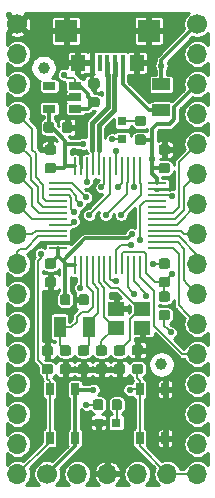
<source format=gtl>
G04 #@! TF.GenerationSoftware,KiCad,Pcbnew,(5.1.0)-1*
G04 #@! TF.CreationDate,2019-08-08T12:31:07-05:00*
G04 #@! TF.ProjectId,STM32F070_Breakout,53544d33-3246-4303-9730-5f427265616b,v02*
G04 #@! TF.SameCoordinates,Original*
G04 #@! TF.FileFunction,Copper,L1,Top*
G04 #@! TF.FilePolarity,Positive*
%FSLAX46Y46*%
G04 Gerber Fmt 4.6, Leading zero omitted, Abs format (unit mm)*
G04 Created by KiCad (PCBNEW (5.1.0)-1) date 2019-08-08 12:31:07*
%MOMM*%
%LPD*%
G04 APERTURE LIST*
%ADD10O,1.700000X1.700000*%
%ADD11C,1.700000*%
%ADD12R,1.560000X0.280000*%
%ADD13R,0.280000X1.560000*%
%ADD14C,0.100000*%
%ADD15C,0.875000*%
%ADD16R,0.800000X0.800000*%
%ADD17R,1.498600X0.990600*%
%ADD18R,1.060000X0.650000*%
%ADD19C,1.000000*%
%ADD20R,1.000000X1.800000*%
%ADD21R,1.400000X1.150000*%
%ADD22R,0.650000X1.050000*%
%ADD23R,0.400000X1.350000*%
%ADD24O,1.250000X0.950000*%
%ADD25O,1.000000X1.550000*%
%ADD26R,1.900000X1.900000*%
%ADD27R,1.250000X1.350000*%
%ADD28C,0.558800*%
%ADD29C,0.203200*%
%ADD30C,0.304800*%
%ADD31C,0.381000*%
%ADD32C,0.254000*%
G04 APERTURE END LIST*
D10*
X140970000Y-115570000D03*
X138430000Y-115570000D03*
X135890000Y-115570000D03*
X133350000Y-115570000D03*
D11*
X130810000Y-115570000D03*
D10*
X143510000Y-115570000D03*
X143510000Y-113030000D03*
X143510000Y-110490000D03*
X143510000Y-107950000D03*
X143510000Y-105410000D03*
X143510000Y-102870000D03*
X143510000Y-100330000D03*
X143510000Y-97790000D03*
X143510000Y-95250000D03*
X143510000Y-92710000D03*
X143510000Y-90170000D03*
X143510000Y-87630000D03*
X143510000Y-85090000D03*
X143510000Y-82550000D03*
X143510000Y-80010000D03*
D11*
X143510000Y-77470000D03*
D10*
X128270000Y-115570000D03*
X128270000Y-113030000D03*
X128270000Y-110490000D03*
X128270000Y-107950000D03*
X128270000Y-105410000D03*
X128270000Y-102870000D03*
X128270000Y-100330000D03*
X128270000Y-97790000D03*
X128270000Y-95250000D03*
X128270000Y-92710000D03*
X128270000Y-90170000D03*
X128270000Y-87630000D03*
X128270000Y-85090000D03*
X128270000Y-82550000D03*
X128270000Y-80010000D03*
D11*
X128270000Y-77470000D03*
D12*
X131710000Y-96476000D03*
X131710000Y-95976000D03*
X131710000Y-95476000D03*
X131710000Y-94976000D03*
X131710000Y-94476000D03*
X131710000Y-93976000D03*
X131710000Y-93476000D03*
X131710000Y-92976000D03*
X131710000Y-92476000D03*
X131710000Y-91976000D03*
X131710000Y-91476000D03*
X131710000Y-90976000D03*
D13*
X133140000Y-89546000D03*
X133640000Y-89546000D03*
X134140000Y-89546000D03*
X134640000Y-89546000D03*
X135140000Y-89546000D03*
X135640000Y-89546000D03*
X136140000Y-89546000D03*
X136640000Y-89546000D03*
X137140000Y-89546000D03*
X137640000Y-89546000D03*
X138140000Y-89546000D03*
X138640000Y-89546000D03*
D12*
X140070000Y-90976000D03*
X140070000Y-91476000D03*
X140070000Y-91976000D03*
X140070000Y-92476000D03*
X140070000Y-92976000D03*
X140070000Y-93476000D03*
X140070000Y-93976000D03*
X140070000Y-94476000D03*
X140070000Y-94976000D03*
X140070000Y-95476000D03*
X140070000Y-95976000D03*
X140070000Y-96476000D03*
D13*
X138640000Y-97906000D03*
X138140000Y-97906000D03*
X137640000Y-97906000D03*
X137140000Y-97906000D03*
X136640000Y-97906000D03*
X136140000Y-97906000D03*
X135640000Y-97906000D03*
X135140000Y-97906000D03*
X134640000Y-97906000D03*
X134140000Y-97906000D03*
X133640000Y-97906000D03*
X133140000Y-97906000D03*
D14*
G36*
X136917691Y-109254053D02*
G01*
X136938926Y-109257203D01*
X136959750Y-109262419D01*
X136979962Y-109269651D01*
X136999368Y-109278830D01*
X137017781Y-109289866D01*
X137035024Y-109302654D01*
X137050930Y-109317070D01*
X137065346Y-109332976D01*
X137078134Y-109350219D01*
X137089170Y-109368632D01*
X137098349Y-109388038D01*
X137105581Y-109408250D01*
X137110797Y-109429074D01*
X137113947Y-109450309D01*
X137115000Y-109471750D01*
X137115000Y-109984250D01*
X137113947Y-110005691D01*
X137110797Y-110026926D01*
X137105581Y-110047750D01*
X137098349Y-110067962D01*
X137089170Y-110087368D01*
X137078134Y-110105781D01*
X137065346Y-110123024D01*
X137050930Y-110138930D01*
X137035024Y-110153346D01*
X137017781Y-110166134D01*
X136999368Y-110177170D01*
X136979962Y-110186349D01*
X136959750Y-110193581D01*
X136938926Y-110198797D01*
X136917691Y-110201947D01*
X136896250Y-110203000D01*
X136458750Y-110203000D01*
X136437309Y-110201947D01*
X136416074Y-110198797D01*
X136395250Y-110193581D01*
X136375038Y-110186349D01*
X136355632Y-110177170D01*
X136337219Y-110166134D01*
X136319976Y-110153346D01*
X136304070Y-110138930D01*
X136289654Y-110123024D01*
X136276866Y-110105781D01*
X136265830Y-110087368D01*
X136256651Y-110067962D01*
X136249419Y-110047750D01*
X136244203Y-110026926D01*
X136241053Y-110005691D01*
X136240000Y-109984250D01*
X136240000Y-109471750D01*
X136241053Y-109450309D01*
X136244203Y-109429074D01*
X136249419Y-109408250D01*
X136256651Y-109388038D01*
X136265830Y-109368632D01*
X136276866Y-109350219D01*
X136289654Y-109332976D01*
X136304070Y-109317070D01*
X136319976Y-109302654D01*
X136337219Y-109289866D01*
X136355632Y-109278830D01*
X136375038Y-109269651D01*
X136395250Y-109262419D01*
X136416074Y-109257203D01*
X136437309Y-109254053D01*
X136458750Y-109253000D01*
X136896250Y-109253000D01*
X136917691Y-109254053D01*
X136917691Y-109254053D01*
G37*
D15*
X136677500Y-109728000D03*
D14*
G36*
X135342691Y-109254053D02*
G01*
X135363926Y-109257203D01*
X135384750Y-109262419D01*
X135404962Y-109269651D01*
X135424368Y-109278830D01*
X135442781Y-109289866D01*
X135460024Y-109302654D01*
X135475930Y-109317070D01*
X135490346Y-109332976D01*
X135503134Y-109350219D01*
X135514170Y-109368632D01*
X135523349Y-109388038D01*
X135530581Y-109408250D01*
X135535797Y-109429074D01*
X135538947Y-109450309D01*
X135540000Y-109471750D01*
X135540000Y-109984250D01*
X135538947Y-110005691D01*
X135535797Y-110026926D01*
X135530581Y-110047750D01*
X135523349Y-110067962D01*
X135514170Y-110087368D01*
X135503134Y-110105781D01*
X135490346Y-110123024D01*
X135475930Y-110138930D01*
X135460024Y-110153346D01*
X135442781Y-110166134D01*
X135424368Y-110177170D01*
X135404962Y-110186349D01*
X135384750Y-110193581D01*
X135363926Y-110198797D01*
X135342691Y-110201947D01*
X135321250Y-110203000D01*
X134883750Y-110203000D01*
X134862309Y-110201947D01*
X134841074Y-110198797D01*
X134820250Y-110193581D01*
X134800038Y-110186349D01*
X134780632Y-110177170D01*
X134762219Y-110166134D01*
X134744976Y-110153346D01*
X134729070Y-110138930D01*
X134714654Y-110123024D01*
X134701866Y-110105781D01*
X134690830Y-110087368D01*
X134681651Y-110067962D01*
X134674419Y-110047750D01*
X134669203Y-110026926D01*
X134666053Y-110005691D01*
X134665000Y-109984250D01*
X134665000Y-109471750D01*
X134666053Y-109450309D01*
X134669203Y-109429074D01*
X134674419Y-109408250D01*
X134681651Y-109388038D01*
X134690830Y-109368632D01*
X134701866Y-109350219D01*
X134714654Y-109332976D01*
X134729070Y-109317070D01*
X134744976Y-109302654D01*
X134762219Y-109289866D01*
X134780632Y-109278830D01*
X134800038Y-109269651D01*
X134820250Y-109262419D01*
X134841074Y-109257203D01*
X134862309Y-109254053D01*
X134883750Y-109253000D01*
X135321250Y-109253000D01*
X135342691Y-109254053D01*
X135342691Y-109254053D01*
G37*
D15*
X135102500Y-109728000D03*
D14*
G36*
X132611691Y-104694053D02*
G01*
X132632926Y-104697203D01*
X132653750Y-104702419D01*
X132673962Y-104709651D01*
X132693368Y-104718830D01*
X132711781Y-104729866D01*
X132729024Y-104742654D01*
X132744930Y-104757070D01*
X132759346Y-104772976D01*
X132772134Y-104790219D01*
X132783170Y-104808632D01*
X132792349Y-104828038D01*
X132799581Y-104848250D01*
X132804797Y-104869074D01*
X132807947Y-104890309D01*
X132809000Y-104911750D01*
X132809000Y-105349250D01*
X132807947Y-105370691D01*
X132804797Y-105391926D01*
X132799581Y-105412750D01*
X132792349Y-105432962D01*
X132783170Y-105452368D01*
X132772134Y-105470781D01*
X132759346Y-105488024D01*
X132744930Y-105503930D01*
X132729024Y-105518346D01*
X132711781Y-105531134D01*
X132693368Y-105542170D01*
X132673962Y-105551349D01*
X132653750Y-105558581D01*
X132632926Y-105563797D01*
X132611691Y-105566947D01*
X132590250Y-105568000D01*
X132077750Y-105568000D01*
X132056309Y-105566947D01*
X132035074Y-105563797D01*
X132014250Y-105558581D01*
X131994038Y-105551349D01*
X131974632Y-105542170D01*
X131956219Y-105531134D01*
X131938976Y-105518346D01*
X131923070Y-105503930D01*
X131908654Y-105488024D01*
X131895866Y-105470781D01*
X131884830Y-105452368D01*
X131875651Y-105432962D01*
X131868419Y-105412750D01*
X131863203Y-105391926D01*
X131860053Y-105370691D01*
X131859000Y-105349250D01*
X131859000Y-104911750D01*
X131860053Y-104890309D01*
X131863203Y-104869074D01*
X131868419Y-104848250D01*
X131875651Y-104828038D01*
X131884830Y-104808632D01*
X131895866Y-104790219D01*
X131908654Y-104772976D01*
X131923070Y-104757070D01*
X131938976Y-104742654D01*
X131956219Y-104729866D01*
X131974632Y-104718830D01*
X131994038Y-104709651D01*
X132014250Y-104702419D01*
X132035074Y-104697203D01*
X132056309Y-104694053D01*
X132077750Y-104693000D01*
X132590250Y-104693000D01*
X132611691Y-104694053D01*
X132611691Y-104694053D01*
G37*
D15*
X132334000Y-105130500D03*
D14*
G36*
X132611691Y-106269053D02*
G01*
X132632926Y-106272203D01*
X132653750Y-106277419D01*
X132673962Y-106284651D01*
X132693368Y-106293830D01*
X132711781Y-106304866D01*
X132729024Y-106317654D01*
X132744930Y-106332070D01*
X132759346Y-106347976D01*
X132772134Y-106365219D01*
X132783170Y-106383632D01*
X132792349Y-106403038D01*
X132799581Y-106423250D01*
X132804797Y-106444074D01*
X132807947Y-106465309D01*
X132809000Y-106486750D01*
X132809000Y-106924250D01*
X132807947Y-106945691D01*
X132804797Y-106966926D01*
X132799581Y-106987750D01*
X132792349Y-107007962D01*
X132783170Y-107027368D01*
X132772134Y-107045781D01*
X132759346Y-107063024D01*
X132744930Y-107078930D01*
X132729024Y-107093346D01*
X132711781Y-107106134D01*
X132693368Y-107117170D01*
X132673962Y-107126349D01*
X132653750Y-107133581D01*
X132632926Y-107138797D01*
X132611691Y-107141947D01*
X132590250Y-107143000D01*
X132077750Y-107143000D01*
X132056309Y-107141947D01*
X132035074Y-107138797D01*
X132014250Y-107133581D01*
X131994038Y-107126349D01*
X131974632Y-107117170D01*
X131956219Y-107106134D01*
X131938976Y-107093346D01*
X131923070Y-107078930D01*
X131908654Y-107063024D01*
X131895866Y-107045781D01*
X131884830Y-107027368D01*
X131875651Y-107007962D01*
X131868419Y-106987750D01*
X131863203Y-106966926D01*
X131860053Y-106945691D01*
X131859000Y-106924250D01*
X131859000Y-106486750D01*
X131860053Y-106465309D01*
X131863203Y-106444074D01*
X131868419Y-106423250D01*
X131875651Y-106403038D01*
X131884830Y-106383632D01*
X131895866Y-106365219D01*
X131908654Y-106347976D01*
X131923070Y-106332070D01*
X131938976Y-106317654D01*
X131956219Y-106304866D01*
X131974632Y-106293830D01*
X131994038Y-106284651D01*
X132014250Y-106277419D01*
X132035074Y-106272203D01*
X132056309Y-106269053D01*
X132077750Y-106268000D01*
X132590250Y-106268000D01*
X132611691Y-106269053D01*
X132611691Y-106269053D01*
G37*
D15*
X132334000Y-106705500D03*
D14*
G36*
X134135691Y-106269053D02*
G01*
X134156926Y-106272203D01*
X134177750Y-106277419D01*
X134197962Y-106284651D01*
X134217368Y-106293830D01*
X134235781Y-106304866D01*
X134253024Y-106317654D01*
X134268930Y-106332070D01*
X134283346Y-106347976D01*
X134296134Y-106365219D01*
X134307170Y-106383632D01*
X134316349Y-106403038D01*
X134323581Y-106423250D01*
X134328797Y-106444074D01*
X134331947Y-106465309D01*
X134333000Y-106486750D01*
X134333000Y-106924250D01*
X134331947Y-106945691D01*
X134328797Y-106966926D01*
X134323581Y-106987750D01*
X134316349Y-107007962D01*
X134307170Y-107027368D01*
X134296134Y-107045781D01*
X134283346Y-107063024D01*
X134268930Y-107078930D01*
X134253024Y-107093346D01*
X134235781Y-107106134D01*
X134217368Y-107117170D01*
X134197962Y-107126349D01*
X134177750Y-107133581D01*
X134156926Y-107138797D01*
X134135691Y-107141947D01*
X134114250Y-107143000D01*
X133601750Y-107143000D01*
X133580309Y-107141947D01*
X133559074Y-107138797D01*
X133538250Y-107133581D01*
X133518038Y-107126349D01*
X133498632Y-107117170D01*
X133480219Y-107106134D01*
X133462976Y-107093346D01*
X133447070Y-107078930D01*
X133432654Y-107063024D01*
X133419866Y-107045781D01*
X133408830Y-107027368D01*
X133399651Y-107007962D01*
X133392419Y-106987750D01*
X133387203Y-106966926D01*
X133384053Y-106945691D01*
X133383000Y-106924250D01*
X133383000Y-106486750D01*
X133384053Y-106465309D01*
X133387203Y-106444074D01*
X133392419Y-106423250D01*
X133399651Y-106403038D01*
X133408830Y-106383632D01*
X133419866Y-106365219D01*
X133432654Y-106347976D01*
X133447070Y-106332070D01*
X133462976Y-106317654D01*
X133480219Y-106304866D01*
X133498632Y-106293830D01*
X133518038Y-106284651D01*
X133538250Y-106277419D01*
X133559074Y-106272203D01*
X133580309Y-106269053D01*
X133601750Y-106268000D01*
X134114250Y-106268000D01*
X134135691Y-106269053D01*
X134135691Y-106269053D01*
G37*
D15*
X133858000Y-106705500D03*
D14*
G36*
X134135691Y-104694053D02*
G01*
X134156926Y-104697203D01*
X134177750Y-104702419D01*
X134197962Y-104709651D01*
X134217368Y-104718830D01*
X134235781Y-104729866D01*
X134253024Y-104742654D01*
X134268930Y-104757070D01*
X134283346Y-104772976D01*
X134296134Y-104790219D01*
X134307170Y-104808632D01*
X134316349Y-104828038D01*
X134323581Y-104848250D01*
X134328797Y-104869074D01*
X134331947Y-104890309D01*
X134333000Y-104911750D01*
X134333000Y-105349250D01*
X134331947Y-105370691D01*
X134328797Y-105391926D01*
X134323581Y-105412750D01*
X134316349Y-105432962D01*
X134307170Y-105452368D01*
X134296134Y-105470781D01*
X134283346Y-105488024D01*
X134268930Y-105503930D01*
X134253024Y-105518346D01*
X134235781Y-105531134D01*
X134217368Y-105542170D01*
X134197962Y-105551349D01*
X134177750Y-105558581D01*
X134156926Y-105563797D01*
X134135691Y-105566947D01*
X134114250Y-105568000D01*
X133601750Y-105568000D01*
X133580309Y-105566947D01*
X133559074Y-105563797D01*
X133538250Y-105558581D01*
X133518038Y-105551349D01*
X133498632Y-105542170D01*
X133480219Y-105531134D01*
X133462976Y-105518346D01*
X133447070Y-105503930D01*
X133432654Y-105488024D01*
X133419866Y-105470781D01*
X133408830Y-105452368D01*
X133399651Y-105432962D01*
X133392419Y-105412750D01*
X133387203Y-105391926D01*
X133384053Y-105370691D01*
X133383000Y-105349250D01*
X133383000Y-104911750D01*
X133384053Y-104890309D01*
X133387203Y-104869074D01*
X133392419Y-104848250D01*
X133399651Y-104828038D01*
X133408830Y-104808632D01*
X133419866Y-104790219D01*
X133432654Y-104772976D01*
X133447070Y-104757070D01*
X133462976Y-104742654D01*
X133480219Y-104729866D01*
X133498632Y-104718830D01*
X133518038Y-104709651D01*
X133538250Y-104702419D01*
X133559074Y-104697203D01*
X133580309Y-104694053D01*
X133601750Y-104693000D01*
X134114250Y-104693000D01*
X134135691Y-104694053D01*
X134135691Y-104694053D01*
G37*
D15*
X133858000Y-105130500D03*
D14*
G36*
X140993691Y-97328053D02*
G01*
X141014926Y-97331203D01*
X141035750Y-97336419D01*
X141055962Y-97343651D01*
X141075368Y-97352830D01*
X141093781Y-97363866D01*
X141111024Y-97376654D01*
X141126930Y-97391070D01*
X141141346Y-97406976D01*
X141154134Y-97424219D01*
X141165170Y-97442632D01*
X141174349Y-97462038D01*
X141181581Y-97482250D01*
X141186797Y-97503074D01*
X141189947Y-97524309D01*
X141191000Y-97545750D01*
X141191000Y-97983250D01*
X141189947Y-98004691D01*
X141186797Y-98025926D01*
X141181581Y-98046750D01*
X141174349Y-98066962D01*
X141165170Y-98086368D01*
X141154134Y-98104781D01*
X141141346Y-98122024D01*
X141126930Y-98137930D01*
X141111024Y-98152346D01*
X141093781Y-98165134D01*
X141075368Y-98176170D01*
X141055962Y-98185349D01*
X141035750Y-98192581D01*
X141014926Y-98197797D01*
X140993691Y-98200947D01*
X140972250Y-98202000D01*
X140459750Y-98202000D01*
X140438309Y-98200947D01*
X140417074Y-98197797D01*
X140396250Y-98192581D01*
X140376038Y-98185349D01*
X140356632Y-98176170D01*
X140338219Y-98165134D01*
X140320976Y-98152346D01*
X140305070Y-98137930D01*
X140290654Y-98122024D01*
X140277866Y-98104781D01*
X140266830Y-98086368D01*
X140257651Y-98066962D01*
X140250419Y-98046750D01*
X140245203Y-98025926D01*
X140242053Y-98004691D01*
X140241000Y-97983250D01*
X140241000Y-97545750D01*
X140242053Y-97524309D01*
X140245203Y-97503074D01*
X140250419Y-97482250D01*
X140257651Y-97462038D01*
X140266830Y-97442632D01*
X140277866Y-97424219D01*
X140290654Y-97406976D01*
X140305070Y-97391070D01*
X140320976Y-97376654D01*
X140338219Y-97363866D01*
X140356632Y-97352830D01*
X140376038Y-97343651D01*
X140396250Y-97336419D01*
X140417074Y-97331203D01*
X140438309Y-97328053D01*
X140459750Y-97327000D01*
X140972250Y-97327000D01*
X140993691Y-97328053D01*
X140993691Y-97328053D01*
G37*
D15*
X140716000Y-97764500D03*
D14*
G36*
X140993691Y-98903053D02*
G01*
X141014926Y-98906203D01*
X141035750Y-98911419D01*
X141055962Y-98918651D01*
X141075368Y-98927830D01*
X141093781Y-98938866D01*
X141111024Y-98951654D01*
X141126930Y-98966070D01*
X141141346Y-98981976D01*
X141154134Y-98999219D01*
X141165170Y-99017632D01*
X141174349Y-99037038D01*
X141181581Y-99057250D01*
X141186797Y-99078074D01*
X141189947Y-99099309D01*
X141191000Y-99120750D01*
X141191000Y-99558250D01*
X141189947Y-99579691D01*
X141186797Y-99600926D01*
X141181581Y-99621750D01*
X141174349Y-99641962D01*
X141165170Y-99661368D01*
X141154134Y-99679781D01*
X141141346Y-99697024D01*
X141126930Y-99712930D01*
X141111024Y-99727346D01*
X141093781Y-99740134D01*
X141075368Y-99751170D01*
X141055962Y-99760349D01*
X141035750Y-99767581D01*
X141014926Y-99772797D01*
X140993691Y-99775947D01*
X140972250Y-99777000D01*
X140459750Y-99777000D01*
X140438309Y-99775947D01*
X140417074Y-99772797D01*
X140396250Y-99767581D01*
X140376038Y-99760349D01*
X140356632Y-99751170D01*
X140338219Y-99740134D01*
X140320976Y-99727346D01*
X140305070Y-99712930D01*
X140290654Y-99697024D01*
X140277866Y-99679781D01*
X140266830Y-99661368D01*
X140257651Y-99641962D01*
X140250419Y-99621750D01*
X140245203Y-99600926D01*
X140242053Y-99579691D01*
X140241000Y-99558250D01*
X140241000Y-99120750D01*
X140242053Y-99099309D01*
X140245203Y-99078074D01*
X140250419Y-99057250D01*
X140257651Y-99037038D01*
X140266830Y-99017632D01*
X140277866Y-98999219D01*
X140290654Y-98981976D01*
X140305070Y-98966070D01*
X140320976Y-98951654D01*
X140338219Y-98938866D01*
X140356632Y-98927830D01*
X140376038Y-98918651D01*
X140396250Y-98911419D01*
X140417074Y-98906203D01*
X140438309Y-98903053D01*
X140459750Y-98902000D01*
X140972250Y-98902000D01*
X140993691Y-98903053D01*
X140993691Y-98903053D01*
G37*
D15*
X140716000Y-99339500D03*
D14*
G36*
X135024691Y-82088053D02*
G01*
X135045926Y-82091203D01*
X135066750Y-82096419D01*
X135086962Y-82103651D01*
X135106368Y-82112830D01*
X135124781Y-82123866D01*
X135142024Y-82136654D01*
X135157930Y-82151070D01*
X135172346Y-82166976D01*
X135185134Y-82184219D01*
X135196170Y-82202632D01*
X135205349Y-82222038D01*
X135212581Y-82242250D01*
X135217797Y-82263074D01*
X135220947Y-82284309D01*
X135222000Y-82305750D01*
X135222000Y-82743250D01*
X135220947Y-82764691D01*
X135217797Y-82785926D01*
X135212581Y-82806750D01*
X135205349Y-82826962D01*
X135196170Y-82846368D01*
X135185134Y-82864781D01*
X135172346Y-82882024D01*
X135157930Y-82897930D01*
X135142024Y-82912346D01*
X135124781Y-82925134D01*
X135106368Y-82936170D01*
X135086962Y-82945349D01*
X135066750Y-82952581D01*
X135045926Y-82957797D01*
X135024691Y-82960947D01*
X135003250Y-82962000D01*
X134490750Y-82962000D01*
X134469309Y-82960947D01*
X134448074Y-82957797D01*
X134427250Y-82952581D01*
X134407038Y-82945349D01*
X134387632Y-82936170D01*
X134369219Y-82925134D01*
X134351976Y-82912346D01*
X134336070Y-82897930D01*
X134321654Y-82882024D01*
X134308866Y-82864781D01*
X134297830Y-82846368D01*
X134288651Y-82826962D01*
X134281419Y-82806750D01*
X134276203Y-82785926D01*
X134273053Y-82764691D01*
X134272000Y-82743250D01*
X134272000Y-82305750D01*
X134273053Y-82284309D01*
X134276203Y-82263074D01*
X134281419Y-82242250D01*
X134288651Y-82222038D01*
X134297830Y-82202632D01*
X134308866Y-82184219D01*
X134321654Y-82166976D01*
X134336070Y-82151070D01*
X134351976Y-82136654D01*
X134369219Y-82123866D01*
X134387632Y-82112830D01*
X134407038Y-82103651D01*
X134427250Y-82096419D01*
X134448074Y-82091203D01*
X134469309Y-82088053D01*
X134490750Y-82087000D01*
X135003250Y-82087000D01*
X135024691Y-82088053D01*
X135024691Y-82088053D01*
G37*
D15*
X134747000Y-82524500D03*
D14*
G36*
X135024691Y-83663053D02*
G01*
X135045926Y-83666203D01*
X135066750Y-83671419D01*
X135086962Y-83678651D01*
X135106368Y-83687830D01*
X135124781Y-83698866D01*
X135142024Y-83711654D01*
X135157930Y-83726070D01*
X135172346Y-83741976D01*
X135185134Y-83759219D01*
X135196170Y-83777632D01*
X135205349Y-83797038D01*
X135212581Y-83817250D01*
X135217797Y-83838074D01*
X135220947Y-83859309D01*
X135222000Y-83880750D01*
X135222000Y-84318250D01*
X135220947Y-84339691D01*
X135217797Y-84360926D01*
X135212581Y-84381750D01*
X135205349Y-84401962D01*
X135196170Y-84421368D01*
X135185134Y-84439781D01*
X135172346Y-84457024D01*
X135157930Y-84472930D01*
X135142024Y-84487346D01*
X135124781Y-84500134D01*
X135106368Y-84511170D01*
X135086962Y-84520349D01*
X135066750Y-84527581D01*
X135045926Y-84532797D01*
X135024691Y-84535947D01*
X135003250Y-84537000D01*
X134490750Y-84537000D01*
X134469309Y-84535947D01*
X134448074Y-84532797D01*
X134427250Y-84527581D01*
X134407038Y-84520349D01*
X134387632Y-84511170D01*
X134369219Y-84500134D01*
X134351976Y-84487346D01*
X134336070Y-84472930D01*
X134321654Y-84457024D01*
X134308866Y-84439781D01*
X134297830Y-84421368D01*
X134288651Y-84401962D01*
X134281419Y-84381750D01*
X134276203Y-84360926D01*
X134273053Y-84339691D01*
X134272000Y-84318250D01*
X134272000Y-83880750D01*
X134273053Y-83859309D01*
X134276203Y-83838074D01*
X134281419Y-83817250D01*
X134288651Y-83797038D01*
X134297830Y-83777632D01*
X134308866Y-83759219D01*
X134321654Y-83741976D01*
X134336070Y-83726070D01*
X134351976Y-83711654D01*
X134369219Y-83698866D01*
X134387632Y-83687830D01*
X134407038Y-83678651D01*
X134427250Y-83671419D01*
X134448074Y-83666203D01*
X134469309Y-83663053D01*
X134490750Y-83662000D01*
X135003250Y-83662000D01*
X135024691Y-83663053D01*
X135024691Y-83663053D01*
G37*
D15*
X134747000Y-84099500D03*
D14*
G36*
X132726691Y-85759053D02*
G01*
X132747926Y-85762203D01*
X132768750Y-85767419D01*
X132788962Y-85774651D01*
X132808368Y-85783830D01*
X132826781Y-85794866D01*
X132844024Y-85807654D01*
X132859930Y-85822070D01*
X132874346Y-85837976D01*
X132887134Y-85855219D01*
X132898170Y-85873632D01*
X132907349Y-85893038D01*
X132914581Y-85913250D01*
X132919797Y-85934074D01*
X132922947Y-85955309D01*
X132924000Y-85976750D01*
X132924000Y-86489250D01*
X132922947Y-86510691D01*
X132919797Y-86531926D01*
X132914581Y-86552750D01*
X132907349Y-86572962D01*
X132898170Y-86592368D01*
X132887134Y-86610781D01*
X132874346Y-86628024D01*
X132859930Y-86643930D01*
X132844024Y-86658346D01*
X132826781Y-86671134D01*
X132808368Y-86682170D01*
X132788962Y-86691349D01*
X132768750Y-86698581D01*
X132747926Y-86703797D01*
X132726691Y-86706947D01*
X132705250Y-86708000D01*
X132267750Y-86708000D01*
X132246309Y-86706947D01*
X132225074Y-86703797D01*
X132204250Y-86698581D01*
X132184038Y-86691349D01*
X132164632Y-86682170D01*
X132146219Y-86671134D01*
X132128976Y-86658346D01*
X132113070Y-86643930D01*
X132098654Y-86628024D01*
X132085866Y-86610781D01*
X132074830Y-86592368D01*
X132065651Y-86572962D01*
X132058419Y-86552750D01*
X132053203Y-86531926D01*
X132050053Y-86510691D01*
X132049000Y-86489250D01*
X132049000Y-85976750D01*
X132050053Y-85955309D01*
X132053203Y-85934074D01*
X132058419Y-85913250D01*
X132065651Y-85893038D01*
X132074830Y-85873632D01*
X132085866Y-85855219D01*
X132098654Y-85837976D01*
X132113070Y-85822070D01*
X132128976Y-85807654D01*
X132146219Y-85794866D01*
X132164632Y-85783830D01*
X132184038Y-85774651D01*
X132204250Y-85767419D01*
X132225074Y-85762203D01*
X132246309Y-85759053D01*
X132267750Y-85758000D01*
X132705250Y-85758000D01*
X132726691Y-85759053D01*
X132726691Y-85759053D01*
G37*
D15*
X132486500Y-86233000D03*
D14*
G36*
X131151691Y-85759053D02*
G01*
X131172926Y-85762203D01*
X131193750Y-85767419D01*
X131213962Y-85774651D01*
X131233368Y-85783830D01*
X131251781Y-85794866D01*
X131269024Y-85807654D01*
X131284930Y-85822070D01*
X131299346Y-85837976D01*
X131312134Y-85855219D01*
X131323170Y-85873632D01*
X131332349Y-85893038D01*
X131339581Y-85913250D01*
X131344797Y-85934074D01*
X131347947Y-85955309D01*
X131349000Y-85976750D01*
X131349000Y-86489250D01*
X131347947Y-86510691D01*
X131344797Y-86531926D01*
X131339581Y-86552750D01*
X131332349Y-86572962D01*
X131323170Y-86592368D01*
X131312134Y-86610781D01*
X131299346Y-86628024D01*
X131284930Y-86643930D01*
X131269024Y-86658346D01*
X131251781Y-86671134D01*
X131233368Y-86682170D01*
X131213962Y-86691349D01*
X131193750Y-86698581D01*
X131172926Y-86703797D01*
X131151691Y-86706947D01*
X131130250Y-86708000D01*
X130692750Y-86708000D01*
X130671309Y-86706947D01*
X130650074Y-86703797D01*
X130629250Y-86698581D01*
X130609038Y-86691349D01*
X130589632Y-86682170D01*
X130571219Y-86671134D01*
X130553976Y-86658346D01*
X130538070Y-86643930D01*
X130523654Y-86628024D01*
X130510866Y-86610781D01*
X130499830Y-86592368D01*
X130490651Y-86572962D01*
X130483419Y-86552750D01*
X130478203Y-86531926D01*
X130475053Y-86510691D01*
X130474000Y-86489250D01*
X130474000Y-85976750D01*
X130475053Y-85955309D01*
X130478203Y-85934074D01*
X130483419Y-85913250D01*
X130490651Y-85893038D01*
X130499830Y-85873632D01*
X130510866Y-85855219D01*
X130523654Y-85837976D01*
X130538070Y-85822070D01*
X130553976Y-85807654D01*
X130571219Y-85794866D01*
X130589632Y-85783830D01*
X130609038Y-85774651D01*
X130629250Y-85767419D01*
X130650074Y-85762203D01*
X130671309Y-85759053D01*
X130692750Y-85758000D01*
X131130250Y-85758000D01*
X131151691Y-85759053D01*
X131151691Y-85759053D01*
G37*
D15*
X130911500Y-86233000D03*
D14*
G36*
X138707691Y-104668553D02*
G01*
X138728926Y-104671703D01*
X138749750Y-104676919D01*
X138769962Y-104684151D01*
X138789368Y-104693330D01*
X138807781Y-104704366D01*
X138825024Y-104717154D01*
X138840930Y-104731570D01*
X138855346Y-104747476D01*
X138868134Y-104764719D01*
X138879170Y-104783132D01*
X138888349Y-104802538D01*
X138895581Y-104822750D01*
X138900797Y-104843574D01*
X138903947Y-104864809D01*
X138905000Y-104886250D01*
X138905000Y-105323750D01*
X138903947Y-105345191D01*
X138900797Y-105366426D01*
X138895581Y-105387250D01*
X138888349Y-105407462D01*
X138879170Y-105426868D01*
X138868134Y-105445281D01*
X138855346Y-105462524D01*
X138840930Y-105478430D01*
X138825024Y-105492846D01*
X138807781Y-105505634D01*
X138789368Y-105516670D01*
X138769962Y-105525849D01*
X138749750Y-105533081D01*
X138728926Y-105538297D01*
X138707691Y-105541447D01*
X138686250Y-105542500D01*
X138173750Y-105542500D01*
X138152309Y-105541447D01*
X138131074Y-105538297D01*
X138110250Y-105533081D01*
X138090038Y-105525849D01*
X138070632Y-105516670D01*
X138052219Y-105505634D01*
X138034976Y-105492846D01*
X138019070Y-105478430D01*
X138004654Y-105462524D01*
X137991866Y-105445281D01*
X137980830Y-105426868D01*
X137971651Y-105407462D01*
X137964419Y-105387250D01*
X137959203Y-105366426D01*
X137956053Y-105345191D01*
X137955000Y-105323750D01*
X137955000Y-104886250D01*
X137956053Y-104864809D01*
X137959203Y-104843574D01*
X137964419Y-104822750D01*
X137971651Y-104802538D01*
X137980830Y-104783132D01*
X137991866Y-104764719D01*
X138004654Y-104747476D01*
X138019070Y-104731570D01*
X138034976Y-104717154D01*
X138052219Y-104704366D01*
X138070632Y-104693330D01*
X138090038Y-104684151D01*
X138110250Y-104676919D01*
X138131074Y-104671703D01*
X138152309Y-104668553D01*
X138173750Y-104667500D01*
X138686250Y-104667500D01*
X138707691Y-104668553D01*
X138707691Y-104668553D01*
G37*
D15*
X138430000Y-105105000D03*
D14*
G36*
X138707691Y-106243553D02*
G01*
X138728926Y-106246703D01*
X138749750Y-106251919D01*
X138769962Y-106259151D01*
X138789368Y-106268330D01*
X138807781Y-106279366D01*
X138825024Y-106292154D01*
X138840930Y-106306570D01*
X138855346Y-106322476D01*
X138868134Y-106339719D01*
X138879170Y-106358132D01*
X138888349Y-106377538D01*
X138895581Y-106397750D01*
X138900797Y-106418574D01*
X138903947Y-106439809D01*
X138905000Y-106461250D01*
X138905000Y-106898750D01*
X138903947Y-106920191D01*
X138900797Y-106941426D01*
X138895581Y-106962250D01*
X138888349Y-106982462D01*
X138879170Y-107001868D01*
X138868134Y-107020281D01*
X138855346Y-107037524D01*
X138840930Y-107053430D01*
X138825024Y-107067846D01*
X138807781Y-107080634D01*
X138789368Y-107091670D01*
X138769962Y-107100849D01*
X138749750Y-107108081D01*
X138728926Y-107113297D01*
X138707691Y-107116447D01*
X138686250Y-107117500D01*
X138173750Y-107117500D01*
X138152309Y-107116447D01*
X138131074Y-107113297D01*
X138110250Y-107108081D01*
X138090038Y-107100849D01*
X138070632Y-107091670D01*
X138052219Y-107080634D01*
X138034976Y-107067846D01*
X138019070Y-107053430D01*
X138004654Y-107037524D01*
X137991866Y-107020281D01*
X137980830Y-107001868D01*
X137971651Y-106982462D01*
X137964419Y-106962250D01*
X137959203Y-106941426D01*
X137956053Y-106920191D01*
X137955000Y-106898750D01*
X137955000Y-106461250D01*
X137956053Y-106439809D01*
X137959203Y-106418574D01*
X137964419Y-106397750D01*
X137971651Y-106377538D01*
X137980830Y-106358132D01*
X137991866Y-106339719D01*
X138004654Y-106322476D01*
X138019070Y-106306570D01*
X138034976Y-106292154D01*
X138052219Y-106279366D01*
X138070632Y-106268330D01*
X138090038Y-106259151D01*
X138110250Y-106251919D01*
X138131074Y-106246703D01*
X138152309Y-106243553D01*
X138173750Y-106242500D01*
X138686250Y-106242500D01*
X138707691Y-106243553D01*
X138707691Y-106243553D01*
G37*
D15*
X138430000Y-106680000D03*
D14*
G36*
X132548691Y-100364053D02*
G01*
X132569926Y-100367203D01*
X132590750Y-100372419D01*
X132610962Y-100379651D01*
X132630368Y-100388830D01*
X132648781Y-100399866D01*
X132666024Y-100412654D01*
X132681930Y-100427070D01*
X132696346Y-100442976D01*
X132709134Y-100460219D01*
X132720170Y-100478632D01*
X132729349Y-100498038D01*
X132736581Y-100518250D01*
X132741797Y-100539074D01*
X132744947Y-100560309D01*
X132746000Y-100581750D01*
X132746000Y-101094250D01*
X132744947Y-101115691D01*
X132741797Y-101136926D01*
X132736581Y-101157750D01*
X132729349Y-101177962D01*
X132720170Y-101197368D01*
X132709134Y-101215781D01*
X132696346Y-101233024D01*
X132681930Y-101248930D01*
X132666024Y-101263346D01*
X132648781Y-101276134D01*
X132630368Y-101287170D01*
X132610962Y-101296349D01*
X132590750Y-101303581D01*
X132569926Y-101308797D01*
X132548691Y-101311947D01*
X132527250Y-101313000D01*
X132089750Y-101313000D01*
X132068309Y-101311947D01*
X132047074Y-101308797D01*
X132026250Y-101303581D01*
X132006038Y-101296349D01*
X131986632Y-101287170D01*
X131968219Y-101276134D01*
X131950976Y-101263346D01*
X131935070Y-101248930D01*
X131920654Y-101233024D01*
X131907866Y-101215781D01*
X131896830Y-101197368D01*
X131887651Y-101177962D01*
X131880419Y-101157750D01*
X131875203Y-101136926D01*
X131872053Y-101115691D01*
X131871000Y-101094250D01*
X131871000Y-100581750D01*
X131872053Y-100560309D01*
X131875203Y-100539074D01*
X131880419Y-100518250D01*
X131887651Y-100498038D01*
X131896830Y-100478632D01*
X131907866Y-100460219D01*
X131920654Y-100442976D01*
X131935070Y-100427070D01*
X131950976Y-100412654D01*
X131968219Y-100399866D01*
X131986632Y-100388830D01*
X132006038Y-100379651D01*
X132026250Y-100372419D01*
X132047074Y-100367203D01*
X132068309Y-100364053D01*
X132089750Y-100363000D01*
X132527250Y-100363000D01*
X132548691Y-100364053D01*
X132548691Y-100364053D01*
G37*
D15*
X132308500Y-100838000D03*
D14*
G36*
X134123691Y-100364053D02*
G01*
X134144926Y-100367203D01*
X134165750Y-100372419D01*
X134185962Y-100379651D01*
X134205368Y-100388830D01*
X134223781Y-100399866D01*
X134241024Y-100412654D01*
X134256930Y-100427070D01*
X134271346Y-100442976D01*
X134284134Y-100460219D01*
X134295170Y-100478632D01*
X134304349Y-100498038D01*
X134311581Y-100518250D01*
X134316797Y-100539074D01*
X134319947Y-100560309D01*
X134321000Y-100581750D01*
X134321000Y-101094250D01*
X134319947Y-101115691D01*
X134316797Y-101136926D01*
X134311581Y-101157750D01*
X134304349Y-101177962D01*
X134295170Y-101197368D01*
X134284134Y-101215781D01*
X134271346Y-101233024D01*
X134256930Y-101248930D01*
X134241024Y-101263346D01*
X134223781Y-101276134D01*
X134205368Y-101287170D01*
X134185962Y-101296349D01*
X134165750Y-101303581D01*
X134144926Y-101308797D01*
X134123691Y-101311947D01*
X134102250Y-101313000D01*
X133664750Y-101313000D01*
X133643309Y-101311947D01*
X133622074Y-101308797D01*
X133601250Y-101303581D01*
X133581038Y-101296349D01*
X133561632Y-101287170D01*
X133543219Y-101276134D01*
X133525976Y-101263346D01*
X133510070Y-101248930D01*
X133495654Y-101233024D01*
X133482866Y-101215781D01*
X133471830Y-101197368D01*
X133462651Y-101177962D01*
X133455419Y-101157750D01*
X133450203Y-101136926D01*
X133447053Y-101115691D01*
X133446000Y-101094250D01*
X133446000Y-100581750D01*
X133447053Y-100560309D01*
X133450203Y-100539074D01*
X133455419Y-100518250D01*
X133462651Y-100498038D01*
X133471830Y-100478632D01*
X133482866Y-100460219D01*
X133495654Y-100442976D01*
X133510070Y-100427070D01*
X133525976Y-100412654D01*
X133543219Y-100399866D01*
X133561632Y-100388830D01*
X133581038Y-100379651D01*
X133601250Y-100372419D01*
X133622074Y-100367203D01*
X133643309Y-100364053D01*
X133664750Y-100363000D01*
X134102250Y-100363000D01*
X134123691Y-100364053D01*
X134123691Y-100364053D01*
G37*
D15*
X133883500Y-100838000D03*
D14*
G36*
X140993691Y-87676053D02*
G01*
X141014926Y-87679203D01*
X141035750Y-87684419D01*
X141055962Y-87691651D01*
X141075368Y-87700830D01*
X141093781Y-87711866D01*
X141111024Y-87724654D01*
X141126930Y-87739070D01*
X141141346Y-87754976D01*
X141154134Y-87772219D01*
X141165170Y-87790632D01*
X141174349Y-87810038D01*
X141181581Y-87830250D01*
X141186797Y-87851074D01*
X141189947Y-87872309D01*
X141191000Y-87893750D01*
X141191000Y-88331250D01*
X141189947Y-88352691D01*
X141186797Y-88373926D01*
X141181581Y-88394750D01*
X141174349Y-88414962D01*
X141165170Y-88434368D01*
X141154134Y-88452781D01*
X141141346Y-88470024D01*
X141126930Y-88485930D01*
X141111024Y-88500346D01*
X141093781Y-88513134D01*
X141075368Y-88524170D01*
X141055962Y-88533349D01*
X141035750Y-88540581D01*
X141014926Y-88545797D01*
X140993691Y-88548947D01*
X140972250Y-88550000D01*
X140459750Y-88550000D01*
X140438309Y-88548947D01*
X140417074Y-88545797D01*
X140396250Y-88540581D01*
X140376038Y-88533349D01*
X140356632Y-88524170D01*
X140338219Y-88513134D01*
X140320976Y-88500346D01*
X140305070Y-88485930D01*
X140290654Y-88470024D01*
X140277866Y-88452781D01*
X140266830Y-88434368D01*
X140257651Y-88414962D01*
X140250419Y-88394750D01*
X140245203Y-88373926D01*
X140242053Y-88352691D01*
X140241000Y-88331250D01*
X140241000Y-87893750D01*
X140242053Y-87872309D01*
X140245203Y-87851074D01*
X140250419Y-87830250D01*
X140257651Y-87810038D01*
X140266830Y-87790632D01*
X140277866Y-87772219D01*
X140290654Y-87754976D01*
X140305070Y-87739070D01*
X140320976Y-87724654D01*
X140338219Y-87711866D01*
X140356632Y-87700830D01*
X140376038Y-87691651D01*
X140396250Y-87684419D01*
X140417074Y-87679203D01*
X140438309Y-87676053D01*
X140459750Y-87675000D01*
X140972250Y-87675000D01*
X140993691Y-87676053D01*
X140993691Y-87676053D01*
G37*
D15*
X140716000Y-88112500D03*
D14*
G36*
X140993691Y-89251053D02*
G01*
X141014926Y-89254203D01*
X141035750Y-89259419D01*
X141055962Y-89266651D01*
X141075368Y-89275830D01*
X141093781Y-89286866D01*
X141111024Y-89299654D01*
X141126930Y-89314070D01*
X141141346Y-89329976D01*
X141154134Y-89347219D01*
X141165170Y-89365632D01*
X141174349Y-89385038D01*
X141181581Y-89405250D01*
X141186797Y-89426074D01*
X141189947Y-89447309D01*
X141191000Y-89468750D01*
X141191000Y-89906250D01*
X141189947Y-89927691D01*
X141186797Y-89948926D01*
X141181581Y-89969750D01*
X141174349Y-89989962D01*
X141165170Y-90009368D01*
X141154134Y-90027781D01*
X141141346Y-90045024D01*
X141126930Y-90060930D01*
X141111024Y-90075346D01*
X141093781Y-90088134D01*
X141075368Y-90099170D01*
X141055962Y-90108349D01*
X141035750Y-90115581D01*
X141014926Y-90120797D01*
X140993691Y-90123947D01*
X140972250Y-90125000D01*
X140459750Y-90125000D01*
X140438309Y-90123947D01*
X140417074Y-90120797D01*
X140396250Y-90115581D01*
X140376038Y-90108349D01*
X140356632Y-90099170D01*
X140338219Y-90088134D01*
X140320976Y-90075346D01*
X140305070Y-90060930D01*
X140290654Y-90045024D01*
X140277866Y-90027781D01*
X140266830Y-90009368D01*
X140257651Y-89989962D01*
X140250419Y-89969750D01*
X140245203Y-89948926D01*
X140242053Y-89927691D01*
X140241000Y-89906250D01*
X140241000Y-89468750D01*
X140242053Y-89447309D01*
X140245203Y-89426074D01*
X140250419Y-89405250D01*
X140257651Y-89385038D01*
X140266830Y-89365632D01*
X140277866Y-89347219D01*
X140290654Y-89329976D01*
X140305070Y-89314070D01*
X140320976Y-89299654D01*
X140338219Y-89286866D01*
X140356632Y-89275830D01*
X140376038Y-89266651D01*
X140396250Y-89259419D01*
X140417074Y-89254203D01*
X140438309Y-89251053D01*
X140459750Y-89250000D01*
X140972250Y-89250000D01*
X140993691Y-89251053D01*
X140993691Y-89251053D01*
G37*
D15*
X140716000Y-89687500D03*
D14*
G36*
X131341691Y-87676053D02*
G01*
X131362926Y-87679203D01*
X131383750Y-87684419D01*
X131403962Y-87691651D01*
X131423368Y-87700830D01*
X131441781Y-87711866D01*
X131459024Y-87724654D01*
X131474930Y-87739070D01*
X131489346Y-87754976D01*
X131502134Y-87772219D01*
X131513170Y-87790632D01*
X131522349Y-87810038D01*
X131529581Y-87830250D01*
X131534797Y-87851074D01*
X131537947Y-87872309D01*
X131539000Y-87893750D01*
X131539000Y-88331250D01*
X131537947Y-88352691D01*
X131534797Y-88373926D01*
X131529581Y-88394750D01*
X131522349Y-88414962D01*
X131513170Y-88434368D01*
X131502134Y-88452781D01*
X131489346Y-88470024D01*
X131474930Y-88485930D01*
X131459024Y-88500346D01*
X131441781Y-88513134D01*
X131423368Y-88524170D01*
X131403962Y-88533349D01*
X131383750Y-88540581D01*
X131362926Y-88545797D01*
X131341691Y-88548947D01*
X131320250Y-88550000D01*
X130807750Y-88550000D01*
X130786309Y-88548947D01*
X130765074Y-88545797D01*
X130744250Y-88540581D01*
X130724038Y-88533349D01*
X130704632Y-88524170D01*
X130686219Y-88513134D01*
X130668976Y-88500346D01*
X130653070Y-88485930D01*
X130638654Y-88470024D01*
X130625866Y-88452781D01*
X130614830Y-88434368D01*
X130605651Y-88414962D01*
X130598419Y-88394750D01*
X130593203Y-88373926D01*
X130590053Y-88352691D01*
X130589000Y-88331250D01*
X130589000Y-87893750D01*
X130590053Y-87872309D01*
X130593203Y-87851074D01*
X130598419Y-87830250D01*
X130605651Y-87810038D01*
X130614830Y-87790632D01*
X130625866Y-87772219D01*
X130638654Y-87754976D01*
X130653070Y-87739070D01*
X130668976Y-87724654D01*
X130686219Y-87711866D01*
X130704632Y-87700830D01*
X130724038Y-87691651D01*
X130744250Y-87684419D01*
X130765074Y-87679203D01*
X130786309Y-87676053D01*
X130807750Y-87675000D01*
X131320250Y-87675000D01*
X131341691Y-87676053D01*
X131341691Y-87676053D01*
G37*
D15*
X131064000Y-88112500D03*
D14*
G36*
X131341691Y-89251053D02*
G01*
X131362926Y-89254203D01*
X131383750Y-89259419D01*
X131403962Y-89266651D01*
X131423368Y-89275830D01*
X131441781Y-89286866D01*
X131459024Y-89299654D01*
X131474930Y-89314070D01*
X131489346Y-89329976D01*
X131502134Y-89347219D01*
X131513170Y-89365632D01*
X131522349Y-89385038D01*
X131529581Y-89405250D01*
X131534797Y-89426074D01*
X131537947Y-89447309D01*
X131539000Y-89468750D01*
X131539000Y-89906250D01*
X131537947Y-89927691D01*
X131534797Y-89948926D01*
X131529581Y-89969750D01*
X131522349Y-89989962D01*
X131513170Y-90009368D01*
X131502134Y-90027781D01*
X131489346Y-90045024D01*
X131474930Y-90060930D01*
X131459024Y-90075346D01*
X131441781Y-90088134D01*
X131423368Y-90099170D01*
X131403962Y-90108349D01*
X131383750Y-90115581D01*
X131362926Y-90120797D01*
X131341691Y-90123947D01*
X131320250Y-90125000D01*
X130807750Y-90125000D01*
X130786309Y-90123947D01*
X130765074Y-90120797D01*
X130744250Y-90115581D01*
X130724038Y-90108349D01*
X130704632Y-90099170D01*
X130686219Y-90088134D01*
X130668976Y-90075346D01*
X130653070Y-90060930D01*
X130638654Y-90045024D01*
X130625866Y-90027781D01*
X130614830Y-90009368D01*
X130605651Y-89989962D01*
X130598419Y-89969750D01*
X130593203Y-89948926D01*
X130590053Y-89927691D01*
X130589000Y-89906250D01*
X130589000Y-89468750D01*
X130590053Y-89447309D01*
X130593203Y-89426074D01*
X130598419Y-89405250D01*
X130605651Y-89385038D01*
X130614830Y-89365632D01*
X130625866Y-89347219D01*
X130638654Y-89329976D01*
X130653070Y-89314070D01*
X130668976Y-89299654D01*
X130686219Y-89286866D01*
X130704632Y-89275830D01*
X130724038Y-89266651D01*
X130744250Y-89259419D01*
X130765074Y-89254203D01*
X130786309Y-89251053D01*
X130807750Y-89250000D01*
X131320250Y-89250000D01*
X131341691Y-89251053D01*
X131341691Y-89251053D01*
G37*
D15*
X131064000Y-89687500D03*
D14*
G36*
X131341691Y-97328053D02*
G01*
X131362926Y-97331203D01*
X131383750Y-97336419D01*
X131403962Y-97343651D01*
X131423368Y-97352830D01*
X131441781Y-97363866D01*
X131459024Y-97376654D01*
X131474930Y-97391070D01*
X131489346Y-97406976D01*
X131502134Y-97424219D01*
X131513170Y-97442632D01*
X131522349Y-97462038D01*
X131529581Y-97482250D01*
X131534797Y-97503074D01*
X131537947Y-97524309D01*
X131539000Y-97545750D01*
X131539000Y-97983250D01*
X131537947Y-98004691D01*
X131534797Y-98025926D01*
X131529581Y-98046750D01*
X131522349Y-98066962D01*
X131513170Y-98086368D01*
X131502134Y-98104781D01*
X131489346Y-98122024D01*
X131474930Y-98137930D01*
X131459024Y-98152346D01*
X131441781Y-98165134D01*
X131423368Y-98176170D01*
X131403962Y-98185349D01*
X131383750Y-98192581D01*
X131362926Y-98197797D01*
X131341691Y-98200947D01*
X131320250Y-98202000D01*
X130807750Y-98202000D01*
X130786309Y-98200947D01*
X130765074Y-98197797D01*
X130744250Y-98192581D01*
X130724038Y-98185349D01*
X130704632Y-98176170D01*
X130686219Y-98165134D01*
X130668976Y-98152346D01*
X130653070Y-98137930D01*
X130638654Y-98122024D01*
X130625866Y-98104781D01*
X130614830Y-98086368D01*
X130605651Y-98066962D01*
X130598419Y-98046750D01*
X130593203Y-98025926D01*
X130590053Y-98004691D01*
X130589000Y-97983250D01*
X130589000Y-97545750D01*
X130590053Y-97524309D01*
X130593203Y-97503074D01*
X130598419Y-97482250D01*
X130605651Y-97462038D01*
X130614830Y-97442632D01*
X130625866Y-97424219D01*
X130638654Y-97406976D01*
X130653070Y-97391070D01*
X130668976Y-97376654D01*
X130686219Y-97363866D01*
X130704632Y-97352830D01*
X130724038Y-97343651D01*
X130744250Y-97336419D01*
X130765074Y-97331203D01*
X130786309Y-97328053D01*
X130807750Y-97327000D01*
X131320250Y-97327000D01*
X131341691Y-97328053D01*
X131341691Y-97328053D01*
G37*
D15*
X131064000Y-97764500D03*
D14*
G36*
X131341691Y-98903053D02*
G01*
X131362926Y-98906203D01*
X131383750Y-98911419D01*
X131403962Y-98918651D01*
X131423368Y-98927830D01*
X131441781Y-98938866D01*
X131459024Y-98951654D01*
X131474930Y-98966070D01*
X131489346Y-98981976D01*
X131502134Y-98999219D01*
X131513170Y-99017632D01*
X131522349Y-99037038D01*
X131529581Y-99057250D01*
X131534797Y-99078074D01*
X131537947Y-99099309D01*
X131539000Y-99120750D01*
X131539000Y-99558250D01*
X131537947Y-99579691D01*
X131534797Y-99600926D01*
X131529581Y-99621750D01*
X131522349Y-99641962D01*
X131513170Y-99661368D01*
X131502134Y-99679781D01*
X131489346Y-99697024D01*
X131474930Y-99712930D01*
X131459024Y-99727346D01*
X131441781Y-99740134D01*
X131423368Y-99751170D01*
X131403962Y-99760349D01*
X131383750Y-99767581D01*
X131362926Y-99772797D01*
X131341691Y-99775947D01*
X131320250Y-99777000D01*
X130807750Y-99777000D01*
X130786309Y-99775947D01*
X130765074Y-99772797D01*
X130744250Y-99767581D01*
X130724038Y-99760349D01*
X130704632Y-99751170D01*
X130686219Y-99740134D01*
X130668976Y-99727346D01*
X130653070Y-99712930D01*
X130638654Y-99697024D01*
X130625866Y-99679781D01*
X130614830Y-99661368D01*
X130605651Y-99641962D01*
X130598419Y-99621750D01*
X130593203Y-99600926D01*
X130590053Y-99579691D01*
X130589000Y-99558250D01*
X130589000Y-99120750D01*
X130590053Y-99099309D01*
X130593203Y-99078074D01*
X130598419Y-99057250D01*
X130605651Y-99037038D01*
X130614830Y-99017632D01*
X130625866Y-98999219D01*
X130638654Y-98981976D01*
X130653070Y-98966070D01*
X130668976Y-98951654D01*
X130686219Y-98938866D01*
X130704632Y-98927830D01*
X130724038Y-98918651D01*
X130744250Y-98911419D01*
X130765074Y-98906203D01*
X130786309Y-98903053D01*
X130807750Y-98902000D01*
X131320250Y-98902000D01*
X131341691Y-98903053D01*
X131341691Y-98903053D01*
G37*
D15*
X131064000Y-99339500D03*
D14*
G36*
X135659691Y-104694053D02*
G01*
X135680926Y-104697203D01*
X135701750Y-104702419D01*
X135721962Y-104709651D01*
X135741368Y-104718830D01*
X135759781Y-104729866D01*
X135777024Y-104742654D01*
X135792930Y-104757070D01*
X135807346Y-104772976D01*
X135820134Y-104790219D01*
X135831170Y-104808632D01*
X135840349Y-104828038D01*
X135847581Y-104848250D01*
X135852797Y-104869074D01*
X135855947Y-104890309D01*
X135857000Y-104911750D01*
X135857000Y-105349250D01*
X135855947Y-105370691D01*
X135852797Y-105391926D01*
X135847581Y-105412750D01*
X135840349Y-105432962D01*
X135831170Y-105452368D01*
X135820134Y-105470781D01*
X135807346Y-105488024D01*
X135792930Y-105503930D01*
X135777024Y-105518346D01*
X135759781Y-105531134D01*
X135741368Y-105542170D01*
X135721962Y-105551349D01*
X135701750Y-105558581D01*
X135680926Y-105563797D01*
X135659691Y-105566947D01*
X135638250Y-105568000D01*
X135125750Y-105568000D01*
X135104309Y-105566947D01*
X135083074Y-105563797D01*
X135062250Y-105558581D01*
X135042038Y-105551349D01*
X135022632Y-105542170D01*
X135004219Y-105531134D01*
X134986976Y-105518346D01*
X134971070Y-105503930D01*
X134956654Y-105488024D01*
X134943866Y-105470781D01*
X134932830Y-105452368D01*
X134923651Y-105432962D01*
X134916419Y-105412750D01*
X134911203Y-105391926D01*
X134908053Y-105370691D01*
X134907000Y-105349250D01*
X134907000Y-104911750D01*
X134908053Y-104890309D01*
X134911203Y-104869074D01*
X134916419Y-104848250D01*
X134923651Y-104828038D01*
X134932830Y-104808632D01*
X134943866Y-104790219D01*
X134956654Y-104772976D01*
X134971070Y-104757070D01*
X134986976Y-104742654D01*
X135004219Y-104729866D01*
X135022632Y-104718830D01*
X135042038Y-104709651D01*
X135062250Y-104702419D01*
X135083074Y-104697203D01*
X135104309Y-104694053D01*
X135125750Y-104693000D01*
X135638250Y-104693000D01*
X135659691Y-104694053D01*
X135659691Y-104694053D01*
G37*
D15*
X135382000Y-105130500D03*
D14*
G36*
X135659691Y-106269053D02*
G01*
X135680926Y-106272203D01*
X135701750Y-106277419D01*
X135721962Y-106284651D01*
X135741368Y-106293830D01*
X135759781Y-106304866D01*
X135777024Y-106317654D01*
X135792930Y-106332070D01*
X135807346Y-106347976D01*
X135820134Y-106365219D01*
X135831170Y-106383632D01*
X135840349Y-106403038D01*
X135847581Y-106423250D01*
X135852797Y-106444074D01*
X135855947Y-106465309D01*
X135857000Y-106486750D01*
X135857000Y-106924250D01*
X135855947Y-106945691D01*
X135852797Y-106966926D01*
X135847581Y-106987750D01*
X135840349Y-107007962D01*
X135831170Y-107027368D01*
X135820134Y-107045781D01*
X135807346Y-107063024D01*
X135792930Y-107078930D01*
X135777024Y-107093346D01*
X135759781Y-107106134D01*
X135741368Y-107117170D01*
X135721962Y-107126349D01*
X135701750Y-107133581D01*
X135680926Y-107138797D01*
X135659691Y-107141947D01*
X135638250Y-107143000D01*
X135125750Y-107143000D01*
X135104309Y-107141947D01*
X135083074Y-107138797D01*
X135062250Y-107133581D01*
X135042038Y-107126349D01*
X135022632Y-107117170D01*
X135004219Y-107106134D01*
X134986976Y-107093346D01*
X134971070Y-107078930D01*
X134956654Y-107063024D01*
X134943866Y-107045781D01*
X134932830Y-107027368D01*
X134923651Y-107007962D01*
X134916419Y-106987750D01*
X134911203Y-106966926D01*
X134908053Y-106945691D01*
X134907000Y-106924250D01*
X134907000Y-106486750D01*
X134908053Y-106465309D01*
X134911203Y-106444074D01*
X134916419Y-106423250D01*
X134923651Y-106403038D01*
X134932830Y-106383632D01*
X134943866Y-106365219D01*
X134956654Y-106347976D01*
X134971070Y-106332070D01*
X134986976Y-106317654D01*
X135004219Y-106304866D01*
X135022632Y-106293830D01*
X135042038Y-106284651D01*
X135062250Y-106277419D01*
X135083074Y-106272203D01*
X135104309Y-106269053D01*
X135125750Y-106268000D01*
X135638250Y-106268000D01*
X135659691Y-106269053D01*
X135659691Y-106269053D01*
G37*
D15*
X135382000Y-106705500D03*
D14*
G36*
X137183691Y-106269053D02*
G01*
X137204926Y-106272203D01*
X137225750Y-106277419D01*
X137245962Y-106284651D01*
X137265368Y-106293830D01*
X137283781Y-106304866D01*
X137301024Y-106317654D01*
X137316930Y-106332070D01*
X137331346Y-106347976D01*
X137344134Y-106365219D01*
X137355170Y-106383632D01*
X137364349Y-106403038D01*
X137371581Y-106423250D01*
X137376797Y-106444074D01*
X137379947Y-106465309D01*
X137381000Y-106486750D01*
X137381000Y-106924250D01*
X137379947Y-106945691D01*
X137376797Y-106966926D01*
X137371581Y-106987750D01*
X137364349Y-107007962D01*
X137355170Y-107027368D01*
X137344134Y-107045781D01*
X137331346Y-107063024D01*
X137316930Y-107078930D01*
X137301024Y-107093346D01*
X137283781Y-107106134D01*
X137265368Y-107117170D01*
X137245962Y-107126349D01*
X137225750Y-107133581D01*
X137204926Y-107138797D01*
X137183691Y-107141947D01*
X137162250Y-107143000D01*
X136649750Y-107143000D01*
X136628309Y-107141947D01*
X136607074Y-107138797D01*
X136586250Y-107133581D01*
X136566038Y-107126349D01*
X136546632Y-107117170D01*
X136528219Y-107106134D01*
X136510976Y-107093346D01*
X136495070Y-107078930D01*
X136480654Y-107063024D01*
X136467866Y-107045781D01*
X136456830Y-107027368D01*
X136447651Y-107007962D01*
X136440419Y-106987750D01*
X136435203Y-106966926D01*
X136432053Y-106945691D01*
X136431000Y-106924250D01*
X136431000Y-106486750D01*
X136432053Y-106465309D01*
X136435203Y-106444074D01*
X136440419Y-106423250D01*
X136447651Y-106403038D01*
X136456830Y-106383632D01*
X136467866Y-106365219D01*
X136480654Y-106347976D01*
X136495070Y-106332070D01*
X136510976Y-106317654D01*
X136528219Y-106304866D01*
X136546632Y-106293830D01*
X136566038Y-106284651D01*
X136586250Y-106277419D01*
X136607074Y-106272203D01*
X136628309Y-106269053D01*
X136649750Y-106268000D01*
X137162250Y-106268000D01*
X137183691Y-106269053D01*
X137183691Y-106269053D01*
G37*
D15*
X136906000Y-106705500D03*
D14*
G36*
X137183691Y-104694053D02*
G01*
X137204926Y-104697203D01*
X137225750Y-104702419D01*
X137245962Y-104709651D01*
X137265368Y-104718830D01*
X137283781Y-104729866D01*
X137301024Y-104742654D01*
X137316930Y-104757070D01*
X137331346Y-104772976D01*
X137344134Y-104790219D01*
X137355170Y-104808632D01*
X137364349Y-104828038D01*
X137371581Y-104848250D01*
X137376797Y-104869074D01*
X137379947Y-104890309D01*
X137381000Y-104911750D01*
X137381000Y-105349250D01*
X137379947Y-105370691D01*
X137376797Y-105391926D01*
X137371581Y-105412750D01*
X137364349Y-105432962D01*
X137355170Y-105452368D01*
X137344134Y-105470781D01*
X137331346Y-105488024D01*
X137316930Y-105503930D01*
X137301024Y-105518346D01*
X137283781Y-105531134D01*
X137265368Y-105542170D01*
X137245962Y-105551349D01*
X137225750Y-105558581D01*
X137204926Y-105563797D01*
X137183691Y-105566947D01*
X137162250Y-105568000D01*
X136649750Y-105568000D01*
X136628309Y-105566947D01*
X136607074Y-105563797D01*
X136586250Y-105558581D01*
X136566038Y-105551349D01*
X136546632Y-105542170D01*
X136528219Y-105531134D01*
X136510976Y-105518346D01*
X136495070Y-105503930D01*
X136480654Y-105488024D01*
X136467866Y-105470781D01*
X136456830Y-105452368D01*
X136447651Y-105432962D01*
X136440419Y-105412750D01*
X136435203Y-105391926D01*
X136432053Y-105370691D01*
X136431000Y-105349250D01*
X136431000Y-104911750D01*
X136432053Y-104890309D01*
X136435203Y-104869074D01*
X136440419Y-104848250D01*
X136447651Y-104828038D01*
X136456830Y-104808632D01*
X136467866Y-104790219D01*
X136480654Y-104772976D01*
X136495070Y-104757070D01*
X136510976Y-104742654D01*
X136528219Y-104729866D01*
X136546632Y-104718830D01*
X136566038Y-104709651D01*
X136586250Y-104702419D01*
X136607074Y-104697203D01*
X136628309Y-104694053D01*
X136649750Y-104693000D01*
X137162250Y-104693000D01*
X137183691Y-104694053D01*
X137183691Y-104694053D01*
G37*
D15*
X136906000Y-105130500D03*
D16*
X136640000Y-111252000D03*
X135140000Y-111252000D03*
X137160000Y-87237000D03*
X137160000Y-85737000D03*
D17*
X140462000Y-82600800D03*
X140462000Y-84785200D03*
D14*
G36*
X131087691Y-104694053D02*
G01*
X131108926Y-104697203D01*
X131129750Y-104702419D01*
X131149962Y-104709651D01*
X131169368Y-104718830D01*
X131187781Y-104729866D01*
X131205024Y-104742654D01*
X131220930Y-104757070D01*
X131235346Y-104772976D01*
X131248134Y-104790219D01*
X131259170Y-104808632D01*
X131268349Y-104828038D01*
X131275581Y-104848250D01*
X131280797Y-104869074D01*
X131283947Y-104890309D01*
X131285000Y-104911750D01*
X131285000Y-105349250D01*
X131283947Y-105370691D01*
X131280797Y-105391926D01*
X131275581Y-105412750D01*
X131268349Y-105432962D01*
X131259170Y-105452368D01*
X131248134Y-105470781D01*
X131235346Y-105488024D01*
X131220930Y-105503930D01*
X131205024Y-105518346D01*
X131187781Y-105531134D01*
X131169368Y-105542170D01*
X131149962Y-105551349D01*
X131129750Y-105558581D01*
X131108926Y-105563797D01*
X131087691Y-105566947D01*
X131066250Y-105568000D01*
X130553750Y-105568000D01*
X130532309Y-105566947D01*
X130511074Y-105563797D01*
X130490250Y-105558581D01*
X130470038Y-105551349D01*
X130450632Y-105542170D01*
X130432219Y-105531134D01*
X130414976Y-105518346D01*
X130399070Y-105503930D01*
X130384654Y-105488024D01*
X130371866Y-105470781D01*
X130360830Y-105452368D01*
X130351651Y-105432962D01*
X130344419Y-105412750D01*
X130339203Y-105391926D01*
X130336053Y-105370691D01*
X130335000Y-105349250D01*
X130335000Y-104911750D01*
X130336053Y-104890309D01*
X130339203Y-104869074D01*
X130344419Y-104848250D01*
X130351651Y-104828038D01*
X130360830Y-104808632D01*
X130371866Y-104790219D01*
X130384654Y-104772976D01*
X130399070Y-104757070D01*
X130414976Y-104742654D01*
X130432219Y-104729866D01*
X130450632Y-104718830D01*
X130470038Y-104709651D01*
X130490250Y-104702419D01*
X130511074Y-104697203D01*
X130532309Y-104694053D01*
X130553750Y-104693000D01*
X131066250Y-104693000D01*
X131087691Y-104694053D01*
X131087691Y-104694053D01*
G37*
D15*
X130810000Y-105130500D03*
D14*
G36*
X131087691Y-106269053D02*
G01*
X131108926Y-106272203D01*
X131129750Y-106277419D01*
X131149962Y-106284651D01*
X131169368Y-106293830D01*
X131187781Y-106304866D01*
X131205024Y-106317654D01*
X131220930Y-106332070D01*
X131235346Y-106347976D01*
X131248134Y-106365219D01*
X131259170Y-106383632D01*
X131268349Y-106403038D01*
X131275581Y-106423250D01*
X131280797Y-106444074D01*
X131283947Y-106465309D01*
X131285000Y-106486750D01*
X131285000Y-106924250D01*
X131283947Y-106945691D01*
X131280797Y-106966926D01*
X131275581Y-106987750D01*
X131268349Y-107007962D01*
X131259170Y-107027368D01*
X131248134Y-107045781D01*
X131235346Y-107063024D01*
X131220930Y-107078930D01*
X131205024Y-107093346D01*
X131187781Y-107106134D01*
X131169368Y-107117170D01*
X131149962Y-107126349D01*
X131129750Y-107133581D01*
X131108926Y-107138797D01*
X131087691Y-107141947D01*
X131066250Y-107143000D01*
X130553750Y-107143000D01*
X130532309Y-107141947D01*
X130511074Y-107138797D01*
X130490250Y-107133581D01*
X130470038Y-107126349D01*
X130450632Y-107117170D01*
X130432219Y-107106134D01*
X130414976Y-107093346D01*
X130399070Y-107078930D01*
X130384654Y-107063024D01*
X130371866Y-107045781D01*
X130360830Y-107027368D01*
X130351651Y-107007962D01*
X130344419Y-106987750D01*
X130339203Y-106966926D01*
X130336053Y-106945691D01*
X130335000Y-106924250D01*
X130335000Y-106486750D01*
X130336053Y-106465309D01*
X130339203Y-106444074D01*
X130344419Y-106423250D01*
X130351651Y-106403038D01*
X130360830Y-106383632D01*
X130371866Y-106365219D01*
X130384654Y-106347976D01*
X130399070Y-106332070D01*
X130414976Y-106317654D01*
X130432219Y-106304866D01*
X130450632Y-106293830D01*
X130470038Y-106284651D01*
X130490250Y-106277419D01*
X130511074Y-106272203D01*
X130532309Y-106269053D01*
X130553750Y-106268000D01*
X131066250Y-106268000D01*
X131087691Y-106269053D01*
X131087691Y-106269053D01*
G37*
D15*
X130810000Y-106705500D03*
D14*
G36*
X138961691Y-86838053D02*
G01*
X138982926Y-86841203D01*
X139003750Y-86846419D01*
X139023962Y-86853651D01*
X139043368Y-86862830D01*
X139061781Y-86873866D01*
X139079024Y-86886654D01*
X139094930Y-86901070D01*
X139109346Y-86916976D01*
X139122134Y-86934219D01*
X139133170Y-86952632D01*
X139142349Y-86972038D01*
X139149581Y-86992250D01*
X139154797Y-87013074D01*
X139157947Y-87034309D01*
X139159000Y-87055750D01*
X139159000Y-87493250D01*
X139157947Y-87514691D01*
X139154797Y-87535926D01*
X139149581Y-87556750D01*
X139142349Y-87576962D01*
X139133170Y-87596368D01*
X139122134Y-87614781D01*
X139109346Y-87632024D01*
X139094930Y-87647930D01*
X139079024Y-87662346D01*
X139061781Y-87675134D01*
X139043368Y-87686170D01*
X139023962Y-87695349D01*
X139003750Y-87702581D01*
X138982926Y-87707797D01*
X138961691Y-87710947D01*
X138940250Y-87712000D01*
X138427750Y-87712000D01*
X138406309Y-87710947D01*
X138385074Y-87707797D01*
X138364250Y-87702581D01*
X138344038Y-87695349D01*
X138324632Y-87686170D01*
X138306219Y-87675134D01*
X138288976Y-87662346D01*
X138273070Y-87647930D01*
X138258654Y-87632024D01*
X138245866Y-87614781D01*
X138234830Y-87596368D01*
X138225651Y-87576962D01*
X138218419Y-87556750D01*
X138213203Y-87535926D01*
X138210053Y-87514691D01*
X138209000Y-87493250D01*
X138209000Y-87055750D01*
X138210053Y-87034309D01*
X138213203Y-87013074D01*
X138218419Y-86992250D01*
X138225651Y-86972038D01*
X138234830Y-86952632D01*
X138245866Y-86934219D01*
X138258654Y-86916976D01*
X138273070Y-86901070D01*
X138288976Y-86886654D01*
X138306219Y-86873866D01*
X138324632Y-86862830D01*
X138344038Y-86853651D01*
X138364250Y-86846419D01*
X138385074Y-86841203D01*
X138406309Y-86838053D01*
X138427750Y-86837000D01*
X138940250Y-86837000D01*
X138961691Y-86838053D01*
X138961691Y-86838053D01*
G37*
D15*
X138684000Y-87274500D03*
D14*
G36*
X138961691Y-85263053D02*
G01*
X138982926Y-85266203D01*
X139003750Y-85271419D01*
X139023962Y-85278651D01*
X139043368Y-85287830D01*
X139061781Y-85298866D01*
X139079024Y-85311654D01*
X139094930Y-85326070D01*
X139109346Y-85341976D01*
X139122134Y-85359219D01*
X139133170Y-85377632D01*
X139142349Y-85397038D01*
X139149581Y-85417250D01*
X139154797Y-85438074D01*
X139157947Y-85459309D01*
X139159000Y-85480750D01*
X139159000Y-85918250D01*
X139157947Y-85939691D01*
X139154797Y-85960926D01*
X139149581Y-85981750D01*
X139142349Y-86001962D01*
X139133170Y-86021368D01*
X139122134Y-86039781D01*
X139109346Y-86057024D01*
X139094930Y-86072930D01*
X139079024Y-86087346D01*
X139061781Y-86100134D01*
X139043368Y-86111170D01*
X139023962Y-86120349D01*
X139003750Y-86127581D01*
X138982926Y-86132797D01*
X138961691Y-86135947D01*
X138940250Y-86137000D01*
X138427750Y-86137000D01*
X138406309Y-86135947D01*
X138385074Y-86132797D01*
X138364250Y-86127581D01*
X138344038Y-86120349D01*
X138324632Y-86111170D01*
X138306219Y-86100134D01*
X138288976Y-86087346D01*
X138273070Y-86072930D01*
X138258654Y-86057024D01*
X138245866Y-86039781D01*
X138234830Y-86021368D01*
X138225651Y-86001962D01*
X138218419Y-85981750D01*
X138213203Y-85960926D01*
X138210053Y-85939691D01*
X138209000Y-85918250D01*
X138209000Y-85480750D01*
X138210053Y-85459309D01*
X138213203Y-85438074D01*
X138218419Y-85417250D01*
X138225651Y-85397038D01*
X138234830Y-85377632D01*
X138245866Y-85359219D01*
X138258654Y-85341976D01*
X138273070Y-85326070D01*
X138288976Y-85311654D01*
X138306219Y-85298866D01*
X138324632Y-85287830D01*
X138344038Y-85278651D01*
X138364250Y-85271419D01*
X138385074Y-85266203D01*
X138406309Y-85263053D01*
X138427750Y-85262000D01*
X138940250Y-85262000D01*
X138961691Y-85263053D01*
X138961691Y-85263053D01*
G37*
D15*
X138684000Y-85699500D03*
D18*
X133180000Y-84643000D03*
X133180000Y-83693000D03*
X133180000Y-82743000D03*
X130980000Y-82743000D03*
X130980000Y-84643000D03*
D19*
X130479800Y-81203800D03*
X140462000Y-106299000D03*
D20*
X134346000Y-103124000D03*
X131846000Y-103124000D03*
D21*
X136652000Y-101600000D03*
X138852000Y-101600000D03*
X138852000Y-103200000D03*
X136652000Y-103200000D03*
D22*
X138625000Y-112565000D03*
X138625000Y-108415000D03*
X140775000Y-112565000D03*
X140775000Y-108415000D03*
X133155000Y-108415000D03*
X133155000Y-112565000D03*
X131005000Y-108415000D03*
X131005000Y-112565000D03*
D14*
G36*
X140993691Y-100122053D02*
G01*
X141014926Y-100125203D01*
X141035750Y-100130419D01*
X141055962Y-100137651D01*
X141075368Y-100146830D01*
X141093781Y-100157866D01*
X141111024Y-100170654D01*
X141126930Y-100185070D01*
X141141346Y-100200976D01*
X141154134Y-100218219D01*
X141165170Y-100236632D01*
X141174349Y-100256038D01*
X141181581Y-100276250D01*
X141186797Y-100297074D01*
X141189947Y-100318309D01*
X141191000Y-100339750D01*
X141191000Y-100777250D01*
X141189947Y-100798691D01*
X141186797Y-100819926D01*
X141181581Y-100840750D01*
X141174349Y-100860962D01*
X141165170Y-100880368D01*
X141154134Y-100898781D01*
X141141346Y-100916024D01*
X141126930Y-100931930D01*
X141111024Y-100946346D01*
X141093781Y-100959134D01*
X141075368Y-100970170D01*
X141055962Y-100979349D01*
X141035750Y-100986581D01*
X141014926Y-100991797D01*
X140993691Y-100994947D01*
X140972250Y-100996000D01*
X140459750Y-100996000D01*
X140438309Y-100994947D01*
X140417074Y-100991797D01*
X140396250Y-100986581D01*
X140376038Y-100979349D01*
X140356632Y-100970170D01*
X140338219Y-100959134D01*
X140320976Y-100946346D01*
X140305070Y-100931930D01*
X140290654Y-100916024D01*
X140277866Y-100898781D01*
X140266830Y-100880368D01*
X140257651Y-100860962D01*
X140250419Y-100840750D01*
X140245203Y-100819926D01*
X140242053Y-100798691D01*
X140241000Y-100777250D01*
X140241000Y-100339750D01*
X140242053Y-100318309D01*
X140245203Y-100297074D01*
X140250419Y-100276250D01*
X140257651Y-100256038D01*
X140266830Y-100236632D01*
X140277866Y-100218219D01*
X140290654Y-100200976D01*
X140305070Y-100185070D01*
X140320976Y-100170654D01*
X140338219Y-100157866D01*
X140356632Y-100146830D01*
X140376038Y-100137651D01*
X140396250Y-100130419D01*
X140417074Y-100125203D01*
X140438309Y-100122053D01*
X140459750Y-100121000D01*
X140972250Y-100121000D01*
X140993691Y-100122053D01*
X140993691Y-100122053D01*
G37*
D15*
X140716000Y-100558500D03*
D14*
G36*
X140993691Y-101697053D02*
G01*
X141014926Y-101700203D01*
X141035750Y-101705419D01*
X141055962Y-101712651D01*
X141075368Y-101721830D01*
X141093781Y-101732866D01*
X141111024Y-101745654D01*
X141126930Y-101760070D01*
X141141346Y-101775976D01*
X141154134Y-101793219D01*
X141165170Y-101811632D01*
X141174349Y-101831038D01*
X141181581Y-101851250D01*
X141186797Y-101872074D01*
X141189947Y-101893309D01*
X141191000Y-101914750D01*
X141191000Y-102352250D01*
X141189947Y-102373691D01*
X141186797Y-102394926D01*
X141181581Y-102415750D01*
X141174349Y-102435962D01*
X141165170Y-102455368D01*
X141154134Y-102473781D01*
X141141346Y-102491024D01*
X141126930Y-102506930D01*
X141111024Y-102521346D01*
X141093781Y-102534134D01*
X141075368Y-102545170D01*
X141055962Y-102554349D01*
X141035750Y-102561581D01*
X141014926Y-102566797D01*
X140993691Y-102569947D01*
X140972250Y-102571000D01*
X140459750Y-102571000D01*
X140438309Y-102569947D01*
X140417074Y-102566797D01*
X140396250Y-102561581D01*
X140376038Y-102554349D01*
X140356632Y-102545170D01*
X140338219Y-102534134D01*
X140320976Y-102521346D01*
X140305070Y-102506930D01*
X140290654Y-102491024D01*
X140277866Y-102473781D01*
X140266830Y-102455368D01*
X140257651Y-102435962D01*
X140250419Y-102415750D01*
X140245203Y-102394926D01*
X140242053Y-102373691D01*
X140241000Y-102352250D01*
X140241000Y-101914750D01*
X140242053Y-101893309D01*
X140245203Y-101872074D01*
X140250419Y-101851250D01*
X140257651Y-101831038D01*
X140266830Y-101811632D01*
X140277866Y-101793219D01*
X140290654Y-101775976D01*
X140305070Y-101760070D01*
X140320976Y-101745654D01*
X140338219Y-101732866D01*
X140356632Y-101721830D01*
X140376038Y-101712651D01*
X140396250Y-101705419D01*
X140417074Y-101700203D01*
X140438309Y-101697053D01*
X140459750Y-101696000D01*
X140972250Y-101696000D01*
X140993691Y-101697053D01*
X140993691Y-101697053D01*
G37*
D15*
X140716000Y-102133500D03*
D23*
X135890000Y-80772000D03*
X135240000Y-80772000D03*
X134590000Y-80772000D03*
X136540000Y-80772000D03*
X137190000Y-80772000D03*
D24*
X133390000Y-80772000D03*
X138390000Y-80772000D03*
D25*
X139390000Y-78072000D03*
X132390000Y-78072000D03*
D26*
X139390000Y-78072000D03*
X132390000Y-78072000D03*
D27*
X138390000Y-80772000D03*
X133390000Y-80772000D03*
D28*
X141351000Y-90576400D03*
X129921000Y-85750400D03*
X131064000Y-83693000D03*
X133731000Y-86233000D03*
X130683000Y-101955600D03*
X129438400Y-97002600D03*
X136413036Y-100406200D03*
X135890000Y-108458000D03*
X142240000Y-106680000D03*
X141351000Y-86868000D03*
X133095990Y-88265000D03*
X142036800Y-110159800D03*
X129794000Y-106680000D03*
X129921000Y-110134400D03*
X129895600Y-112674400D03*
X138277600Y-113893600D03*
X140970000Y-113919000D03*
X139979400Y-104267000D03*
X141351000Y-80899000D03*
X142240000Y-104140000D03*
X131876800Y-113080800D03*
X136144000Y-86106000D03*
X141351000Y-98679000D03*
X139776200Y-97790000D03*
X137922000Y-96236913D03*
X132207000Y-81788000D03*
X140462000Y-81000584D03*
X134696182Y-108458000D03*
X133858000Y-87630000D03*
X137954100Y-95282100D03*
X139700000Y-88900000D03*
X137769712Y-108458000D03*
X136652000Y-99237790D03*
X136271000Y-87249000D03*
X141256099Y-103599915D03*
X138176000Y-100330000D03*
X139192000Y-100542336D03*
X133553200Y-92710000D03*
X133045200Y-93370400D03*
X135382000Y-91313000D03*
X134340600Y-93649800D03*
X136779000Y-91313000D03*
X135737600Y-93649800D03*
X138150600Y-91313000D03*
X137033000Y-93649800D03*
X134086600Y-92151200D03*
X134137400Y-90830400D03*
X130251200Y-96926400D03*
X133045200Y-94208600D03*
X134111982Y-109728000D03*
X133585358Y-99828377D03*
X136652000Y-88265000D03*
X141351000Y-92075000D03*
X138684000Y-95732600D03*
D29*
X132334000Y-106654500D02*
X132334000Y-106705500D01*
X132334000Y-106705500D02*
X136906000Y-106705500D01*
X138430000Y-105181500D02*
X138430000Y-105105000D01*
X140775000Y-112565000D02*
X140775000Y-108415000D01*
X140775000Y-108215000D02*
X140775000Y-108415000D01*
D30*
X134747000Y-82524500D02*
X134590000Y-82367500D01*
X134560000Y-81788000D02*
X134590000Y-81758000D01*
X133985000Y-81788000D02*
X134560000Y-81788000D01*
X134590000Y-82367500D02*
X134590000Y-81758000D01*
X134590000Y-81758000D02*
X134590000Y-80772000D01*
D29*
X131710000Y-95976000D02*
X130336982Y-95976000D01*
X129504395Y-96808587D02*
X129504395Y-96892770D01*
X130336982Y-95976000D02*
X129504395Y-96808587D01*
X129504395Y-96892770D02*
X129504395Y-97287901D01*
D30*
X138852000Y-103996108D02*
X138852000Y-103200000D01*
X138430000Y-105105000D02*
X138430000Y-104418108D01*
X138430000Y-104418108D02*
X138852000Y-103996108D01*
X136652000Y-101600000D02*
X136652000Y-100645164D01*
X136652000Y-100645164D02*
X136413036Y-100406200D01*
X133635601Y-89323167D02*
X133635601Y-88409480D01*
X133491121Y-88265000D02*
X133095990Y-88265000D01*
X133635601Y-88409480D02*
X133491121Y-88265000D01*
D29*
X131846000Y-104642500D02*
X132334000Y-105130500D01*
X131846000Y-103124000D02*
X131846000Y-104642500D01*
X134651604Y-101441396D02*
X134651604Y-100156475D01*
X132842000Y-103124000D02*
X133283749Y-102682251D01*
X134140000Y-99644871D02*
X134140000Y-97906000D01*
X131846000Y-103124000D02*
X132842000Y-103124000D01*
X134651604Y-100156475D02*
X134140000Y-99644871D01*
X133283749Y-102682251D02*
X133283749Y-102295749D01*
X133283749Y-102295749D02*
X133725498Y-101854000D01*
X133725498Y-101854000D02*
X134239000Y-101854000D01*
X134239000Y-101854000D02*
X134651604Y-101441396D01*
X134640000Y-99395509D02*
X134640000Y-97906000D01*
X135128000Y-99883509D02*
X134640000Y-99395509D01*
X135128000Y-101942000D02*
X135128000Y-99883509D01*
X134346000Y-102724000D02*
X135128000Y-101942000D01*
X134346000Y-103124000D02*
X134346000Y-102724000D01*
X134346000Y-104642500D02*
X133858000Y-105130500D01*
X134346000Y-103124000D02*
X134346000Y-104642500D01*
X140716000Y-99339500D02*
X140716000Y-100646000D01*
X137140000Y-96922800D02*
X137140000Y-97906000D01*
X137241601Y-96821199D02*
X137140000Y-96922800D01*
X139954000Y-99314000D02*
X139192000Y-98552000D01*
X139192000Y-98552000D02*
X139192000Y-96989358D01*
X140690500Y-99314000D02*
X139954000Y-99314000D01*
X139192000Y-96989358D02*
X139023841Y-96821199D01*
X140716000Y-99339500D02*
X140690500Y-99314000D01*
X139023841Y-96821199D02*
X138763801Y-96821199D01*
X138763801Y-96821199D02*
X137241601Y-96821199D01*
X140716000Y-99339500D02*
X140716000Y-99314000D01*
X140716000Y-99314000D02*
X141351000Y-98679000D01*
X140716000Y-97764500D02*
X139801700Y-97764500D01*
X139801700Y-97764500D02*
X139776200Y-97790000D01*
X136640000Y-96617777D02*
X137020864Y-96236913D01*
X136640000Y-97906000D02*
X136640000Y-96617777D01*
X137020864Y-96236913D02*
X137922000Y-96236913D01*
D30*
X134285388Y-83637888D02*
X134747000Y-84099500D01*
X134285388Y-83433955D02*
X134285388Y-83637888D01*
X133180000Y-82743000D02*
X133594433Y-82743000D01*
X133594433Y-82743000D02*
X134285388Y-83433955D01*
X134203500Y-84643000D02*
X133180000Y-84643000D01*
X134747000Y-84099500D02*
X134203500Y-84643000D01*
X140462000Y-82600800D02*
X140462000Y-81000584D01*
X140462000Y-80518000D02*
X143510000Y-77470000D01*
X140462000Y-81000584D02*
X140462000Y-80518000D01*
D29*
X133180000Y-82214800D02*
X133180000Y-82743000D01*
X133032599Y-82067399D02*
X133180000Y-82214800D01*
X132486399Y-82067399D02*
X133032599Y-82067399D01*
X132207000Y-81788000D02*
X132486399Y-82067399D01*
D30*
X130980000Y-86164500D02*
X130911500Y-86233000D01*
X130980000Y-84643000D02*
X130980000Y-86164500D01*
X133140000Y-89546000D02*
X132323000Y-89546000D01*
X132181500Y-89687500D02*
X131064000Y-89687500D01*
X132323000Y-89546000D02*
X132181500Y-89687500D01*
X131710000Y-97118500D02*
X131064000Y-97764500D01*
X131710000Y-96476000D02*
X131710000Y-97118500D01*
X132323000Y-97906000D02*
X132308500Y-97891500D01*
X133140000Y-97906000D02*
X132323000Y-97906000D01*
X132308500Y-100838000D02*
X132308500Y-97891500D01*
X132308500Y-97891500D02*
X132308500Y-97717000D01*
X131976750Y-97385250D02*
X131710000Y-97118500D01*
X139700000Y-88900000D02*
X139700000Y-87630000D01*
X132323000Y-87644500D02*
X132323000Y-88127000D01*
X132323000Y-88127000D02*
X132323000Y-89546000D01*
X132334000Y-88138000D02*
X132323000Y-88127000D01*
X132337500Y-87630000D02*
X132323000Y-87644500D01*
X133858000Y-87630000D02*
X132337500Y-87630000D01*
X133155000Y-113225000D02*
X130810000Y-115570000D01*
X142660001Y-83399999D02*
X143510000Y-82550000D01*
X139700000Y-86360000D02*
X140081000Y-85979000D01*
X140081000Y-85979000D02*
X141152882Y-85979000D01*
X141152882Y-85979000D02*
X141566901Y-85564981D01*
X141566901Y-85564981D02*
X141566901Y-84493099D01*
X141566901Y-84493099D02*
X142660001Y-83399999D01*
X132323000Y-87365000D02*
X132323000Y-87644500D01*
X130911500Y-86233000D02*
X131191000Y-86233000D01*
X131191000Y-86233000D02*
X132323000Y-87365000D01*
X133155000Y-113225000D02*
X133155000Y-112565000D01*
X133155000Y-109244800D02*
X133155000Y-112565000D01*
X133155000Y-108415000D02*
X133155000Y-109244800D01*
X133198000Y-108458000D02*
X133155000Y-108415000D01*
X134696182Y-108458000D02*
X133198000Y-108458000D01*
X139699900Y-87274500D02*
X139700000Y-87274400D01*
X138684000Y-87274500D02*
X139699900Y-87274500D01*
X139700000Y-87630000D02*
X139700000Y-87274400D01*
X139700000Y-87274400D02*
X139700000Y-86360000D01*
X140070000Y-90531200D02*
X140070000Y-90976000D01*
X139700000Y-90161200D02*
X140070000Y-90531200D01*
X139700100Y-89687500D02*
X139700000Y-89687400D01*
X140716000Y-89687500D02*
X139700100Y-89687500D01*
X139700000Y-88900000D02*
X139700000Y-89687400D01*
X139700000Y-89687400D02*
X139700000Y-90161200D01*
X132308500Y-97717000D02*
X132103750Y-97512250D01*
X132103750Y-97512250D02*
X131976750Y-97385250D01*
X137954100Y-95282100D02*
X137605200Y-95631000D01*
X133985000Y-95631000D02*
X132103750Y-97512250D01*
X137605200Y-95631000D02*
X133985000Y-95631000D01*
D29*
X138625000Y-107686800D02*
X138430000Y-107491800D01*
X138625000Y-108415000D02*
X138625000Y-107686800D01*
X138430000Y-107491800D02*
X138430000Y-106680000D01*
X138625000Y-109143200D02*
X138625000Y-112565000D01*
X138625000Y-108415000D02*
X138625000Y-109143200D01*
X142426081Y-115570000D02*
X143510000Y-115570000D01*
X138625000Y-108415000D02*
X137812712Y-108415000D01*
X137812712Y-108415000D02*
X137769712Y-108458000D01*
X138625000Y-113225000D02*
X140970000Y-115570000D01*
X138625000Y-112565000D02*
X138625000Y-113225000D01*
X142426081Y-115570000D02*
X140970000Y-115570000D01*
X136321790Y-99237790D02*
X136652000Y-99237790D01*
X136140000Y-97906000D02*
X136140000Y-99056000D01*
X136140000Y-99056000D02*
X136321790Y-99237790D01*
X135407500Y-105130500D02*
X135382000Y-105130500D01*
X135140000Y-99320757D02*
X135140000Y-98889200D01*
X136527000Y-103200000D02*
X135638801Y-102311801D01*
X135638801Y-99819558D02*
X135140000Y-99320757D01*
X135140000Y-98889200D02*
X135140000Y-97906000D01*
X135638801Y-102311801D02*
X135638801Y-99819558D01*
X136527000Y-103200000D02*
X136652000Y-103200000D01*
X135382000Y-104345000D02*
X136527000Y-103200000D01*
X135382000Y-105130500D02*
X135382000Y-104345000D01*
X137367612Y-104668888D02*
X136906000Y-105130500D01*
X137795000Y-104241500D02*
X137367612Y-104668888D01*
X137795000Y-102433358D02*
X137795000Y-104241500D01*
X138852000Y-101600000D02*
X138628358Y-101600000D01*
X138628358Y-101600000D02*
X137795000Y-102433358D01*
X136814837Y-99822000D02*
X138592837Y-101600000D01*
X138592837Y-101600000D02*
X138852000Y-101600000D01*
X135640000Y-99246006D02*
X136215994Y-99822000D01*
X136215994Y-99822000D02*
X136814837Y-99822000D01*
X135640000Y-97906000D02*
X135640000Y-99246006D01*
X136677500Y-111214500D02*
X136640000Y-111252000D01*
X136677500Y-109728000D02*
X136677500Y-111214500D01*
X137148000Y-87249000D02*
X137160000Y-87237000D01*
X136271000Y-87249000D02*
X137148000Y-87249000D01*
X137197500Y-85699500D02*
X137160000Y-85737000D01*
X138684000Y-85699500D02*
X137197500Y-85699500D01*
D30*
X139407900Y-84785200D02*
X137190000Y-82567300D01*
X140462000Y-84785200D02*
X139407900Y-84785200D01*
X137190000Y-82567300D02*
X137190000Y-81751800D01*
X137190000Y-81751800D02*
X137190000Y-80772000D01*
D29*
X140716000Y-103059816D02*
X140976700Y-103320516D01*
X140976700Y-103320516D02*
X141256099Y-103599915D01*
X140716000Y-102046000D02*
X140716000Y-103059816D01*
X137896601Y-100050601D02*
X138176000Y-100330000D01*
X137640000Y-97906000D02*
X137640000Y-99794000D01*
X137640000Y-99794000D02*
X137896601Y-100050601D01*
X138140000Y-99278000D02*
X139192000Y-100330000D01*
X139192000Y-100330000D02*
X139192000Y-100542336D01*
X138140000Y-97906000D02*
X138140000Y-99278000D01*
X142240000Y-105410000D02*
X143510000Y-105410000D01*
X139856801Y-103026801D02*
X142240000Y-105410000D01*
X139856801Y-100105801D02*
X139856801Y-103026801D01*
X138640000Y-97906000D02*
X138640000Y-98889000D01*
X138640000Y-98889000D02*
X139856801Y-100105801D01*
X142660001Y-102020001D02*
X143510000Y-102870000D01*
X141948789Y-101308789D02*
X142660001Y-102020001D01*
X141948789Y-96990789D02*
X141948789Y-101308789D01*
X140070000Y-96476000D02*
X141434000Y-96476000D01*
X141434000Y-96476000D02*
X141948789Y-96990789D01*
X142660001Y-99480001D02*
X143510000Y-100330000D01*
X142355199Y-99175199D02*
X142660001Y-99480001D01*
X142355199Y-96508199D02*
X142355199Y-99175199D01*
X140070000Y-95976000D02*
X141823000Y-95976000D01*
X141823000Y-95976000D02*
X142355199Y-96508199D01*
X143510000Y-97790000D02*
X143510000Y-97028000D01*
X143510000Y-97028000D02*
X141958000Y-95476000D01*
X141053200Y-95476000D02*
X140070000Y-95476000D01*
X141958000Y-95476000D02*
X141053200Y-95476000D01*
X142367000Y-95250000D02*
X143510000Y-95250000D01*
X140070000Y-94976000D02*
X142093000Y-94976000D01*
X142093000Y-94976000D02*
X142367000Y-95250000D01*
X141744000Y-94476000D02*
X143510000Y-92710000D01*
X140070000Y-94476000D02*
X141744000Y-94476000D01*
X142660001Y-91019999D02*
X143510000Y-90170000D01*
X142355199Y-91324801D02*
X142660001Y-91019999D01*
X142355199Y-93229801D02*
X142355199Y-91324801D01*
X140070000Y-93976000D02*
X141609000Y-93976000D01*
X141609000Y-93976000D02*
X142355199Y-93229801D01*
X142660001Y-88479999D02*
X143510000Y-87630000D01*
X141948789Y-89191211D02*
X142660001Y-88479999D01*
X141948789Y-93001211D02*
X141948789Y-89191211D01*
X140070000Y-93476000D02*
X141474000Y-93476000D01*
X141474000Y-93476000D02*
X141948789Y-93001211D01*
X132693200Y-91476000D02*
X133223000Y-92005800D01*
X133223000Y-92005800D02*
X133223000Y-92385777D01*
X133228977Y-92385777D02*
X133553200Y-92710000D01*
X133223000Y-92385777D02*
X133228977Y-92385777D01*
X131710000Y-91476000D02*
X132693200Y-91476000D01*
X132816589Y-93141789D02*
X133045200Y-93370400D01*
X132603892Y-91976000D02*
X132816589Y-92188697D01*
X132816589Y-92188697D02*
X132816589Y-93141789D01*
X131710000Y-91976000D02*
X132603892Y-91976000D01*
X130454410Y-91084410D02*
X129831211Y-90461211D01*
X130454410Y-92203610D02*
X130454410Y-91084410D01*
X131710000Y-92476000D02*
X130726800Y-92476000D01*
X130726800Y-92476000D02*
X130454410Y-92203610D01*
X129119999Y-85939999D02*
X128270000Y-85090000D01*
X129831211Y-88429211D02*
X129540000Y-88138000D01*
X129831211Y-90461211D02*
X129831211Y-88429211D01*
X129540000Y-86360000D02*
X129119999Y-85939999D01*
X129540000Y-88138000D02*
X129540000Y-86360000D01*
X129424801Y-88784801D02*
X128270000Y-87630000D01*
X131710000Y-92976000D02*
X130441000Y-92976000D01*
X130441000Y-92976000D02*
X130048000Y-92583000D01*
X130048000Y-92583000D02*
X130048000Y-91313000D01*
X130048000Y-91313000D02*
X129424801Y-90689801D01*
X129424801Y-90689801D02*
X129424801Y-88784801D01*
X130112249Y-93476000D02*
X129540000Y-92903751D01*
X129119999Y-91019999D02*
X128270000Y-90170000D01*
X131710000Y-93476000D02*
X130112249Y-93476000D01*
X129540000Y-91440000D02*
X129119999Y-91019999D01*
X129540000Y-92903751D02*
X129540000Y-91440000D01*
X129536000Y-93976000D02*
X128270000Y-92710000D01*
X131710000Y-93976000D02*
X129536000Y-93976000D01*
X131710000Y-94976000D02*
X129814000Y-94976000D01*
X129540000Y-95250000D02*
X128270000Y-95250000D01*
X129814000Y-94976000D02*
X129540000Y-95250000D01*
X130726800Y-95476000D02*
X131710000Y-95476000D01*
X130050915Y-95476000D02*
X130726800Y-95476000D01*
X129006915Y-96520000D02*
X130050915Y-95476000D01*
X128498600Y-96520000D02*
X129006915Y-96520000D01*
X128270000Y-97790000D02*
X128270000Y-96748600D01*
X128270000Y-96748600D02*
X128498600Y-96520000D01*
X135640000Y-91055000D02*
X135382000Y-91313000D01*
X135640000Y-89546000D02*
X135640000Y-91055000D01*
X136140000Y-89546000D02*
X136140000Y-91850400D01*
X136140000Y-91850400D02*
X134619999Y-93370401D01*
X134619999Y-93370401D02*
X134340600Y-93649800D01*
X137140000Y-90952000D02*
X136779000Y-91313000D01*
X137140000Y-89546000D02*
X137140000Y-90952000D01*
X137640000Y-89546000D02*
X137640000Y-90861580D01*
X136016999Y-93370401D02*
X135737600Y-93649800D01*
X137546410Y-91840990D02*
X136016999Y-93370401D01*
X137546410Y-90955170D02*
X137546410Y-91840990D01*
X137640000Y-90861580D02*
X137546410Y-90955170D01*
X138140000Y-91302400D02*
X138150600Y-91313000D01*
X138140000Y-89546000D02*
X138140000Y-91302400D01*
X137033000Y-93649800D02*
X138724201Y-91958599D01*
X138734801Y-91947999D02*
X138724201Y-91958599D01*
X138734801Y-91032583D02*
X138734801Y-91947999D01*
X138640000Y-90937782D02*
X138734801Y-91032583D01*
X138640000Y-89546000D02*
X138640000Y-90937782D01*
X132910386Y-90976000D02*
X134085586Y-92151200D01*
X131710000Y-90976000D02*
X132910386Y-90976000D01*
X134140000Y-90827800D02*
X134137400Y-90830400D01*
X134140000Y-89546000D02*
X134140000Y-90827800D01*
X131005000Y-107729800D02*
X130810000Y-107534800D01*
X130810000Y-107534800D02*
X130810000Y-106705500D01*
X131005000Y-112835000D02*
X131005000Y-112608000D01*
X130251200Y-97321531D02*
X130251200Y-96926400D01*
X130030190Y-97542541D02*
X130251200Y-97321531D01*
X130810000Y-106705500D02*
X130030190Y-105925690D01*
X130030190Y-105925690D02*
X130030190Y-97542541D01*
X131005000Y-107729800D02*
X131005000Y-108415000D01*
X131005000Y-108415000D02*
X131005000Y-112565000D01*
X131005000Y-112835000D02*
X131005000Y-112565000D01*
X128270000Y-115570000D02*
X131005000Y-112835000D01*
X132777800Y-94476000D02*
X133045200Y-94208600D01*
X131710000Y-94476000D02*
X132777800Y-94476000D01*
D31*
X135948300Y-81842801D02*
X135948300Y-84527528D01*
X135890000Y-80772000D02*
X135890000Y-81784501D01*
X135890000Y-81784501D02*
X135948300Y-81842801D01*
X135948300Y-84527528D02*
X134619451Y-85856377D01*
X134619451Y-85856377D02*
X134619451Y-88114185D01*
D29*
X134640000Y-88134734D02*
X134640000Y-89546000D01*
X134619451Y-88114185D02*
X134640000Y-88134734D01*
D31*
X136481700Y-81842801D02*
X136481700Y-84748472D01*
X136540000Y-81784501D02*
X136481700Y-81842801D01*
X136540000Y-80772000D02*
X136540000Y-81784501D01*
X136481700Y-84748472D02*
X135152851Y-86077321D01*
X135152851Y-86077321D02*
X135152851Y-88114185D01*
D29*
X135140000Y-88127036D02*
X135152851Y-88114185D01*
X135140000Y-89546000D02*
X135140000Y-88127036D01*
X134111982Y-109728000D02*
X135102500Y-109728000D01*
X133640000Y-99773735D02*
X133585358Y-99828377D01*
X133640000Y-97906000D02*
X133640000Y-99773735D01*
X136640000Y-89546000D02*
X136640000Y-88277000D01*
X136640000Y-88277000D02*
X136652000Y-88265000D01*
X141252000Y-91976000D02*
X141351000Y-92075000D01*
X140070000Y-91976000D02*
X141252000Y-91976000D01*
X138684000Y-95337469D02*
X138684000Y-95732600D01*
X138684000Y-92878800D02*
X138684000Y-95337469D01*
X139086800Y-92476000D02*
X138684000Y-92878800D01*
X140070000Y-92476000D02*
X139086800Y-92476000D01*
D32*
G36*
X131825901Y-98738281D02*
G01*
X131814880Y-98717663D01*
X131773617Y-98667383D01*
X131723337Y-98626120D01*
X131665974Y-98595459D01*
X131603731Y-98576577D01*
X131539000Y-98570202D01*
X131273550Y-98571800D01*
X131191000Y-98654350D01*
X131191000Y-99212500D01*
X131211000Y-99212500D01*
X131211000Y-99466500D01*
X131191000Y-99466500D01*
X131191000Y-100024650D01*
X131273550Y-100107200D01*
X131539000Y-100108798D01*
X131603731Y-100102423D01*
X131665974Y-100083541D01*
X131723337Y-100052880D01*
X131773617Y-100011617D01*
X131814880Y-99961337D01*
X131825900Y-99940719D01*
X131825900Y-100101528D01*
X131783882Y-100123987D01*
X131700454Y-100192454D01*
X131631987Y-100275882D01*
X131581111Y-100371065D01*
X131549782Y-100474344D01*
X131539203Y-100581750D01*
X131539203Y-101094250D01*
X131549782Y-101201656D01*
X131581111Y-101304935D01*
X131631987Y-101400118D01*
X131700454Y-101483546D01*
X131783882Y-101552013D01*
X131879065Y-101602889D01*
X131982344Y-101634218D01*
X132089750Y-101644797D01*
X132527250Y-101644797D01*
X132634656Y-101634218D01*
X132737935Y-101602889D01*
X132833118Y-101552013D01*
X132916546Y-101483546D01*
X132985013Y-101400118D01*
X133035889Y-101304935D01*
X133067218Y-101201656D01*
X133077797Y-101094250D01*
X133077797Y-100581750D01*
X133067218Y-100474344D01*
X133035889Y-100371065D01*
X132985013Y-100275882D01*
X132916546Y-100192454D01*
X132833118Y-100123987D01*
X132791100Y-100101528D01*
X132791100Y-98941721D01*
X132815663Y-98961879D01*
X132873027Y-98992540D01*
X132935270Y-99011422D01*
X133000000Y-99017797D01*
X133208201Y-99017797D01*
X133208201Y-99347225D01*
X133196760Y-99354869D01*
X133111850Y-99439779D01*
X133045137Y-99539623D01*
X132999184Y-99650563D01*
X132975758Y-99768337D01*
X132975758Y-99888417D01*
X132999184Y-100006191D01*
X133045137Y-100117131D01*
X133111850Y-100216975D01*
X133137467Y-100242592D01*
X133120577Y-100298269D01*
X133114202Y-100363000D01*
X133115800Y-100628450D01*
X133198350Y-100711000D01*
X133756500Y-100711000D01*
X133756500Y-100691000D01*
X134010500Y-100691000D01*
X134010500Y-100711000D01*
X134030500Y-100711000D01*
X134030500Y-100965000D01*
X134010500Y-100965000D01*
X134010500Y-100985000D01*
X133756500Y-100985000D01*
X133756500Y-100965000D01*
X133198350Y-100965000D01*
X133115800Y-101047550D01*
X133114202Y-101313000D01*
X133120577Y-101377731D01*
X133139459Y-101439974D01*
X133170120Y-101497337D01*
X133211383Y-101547617D01*
X133261663Y-101588880D01*
X133319026Y-101619541D01*
X133342253Y-101626587D01*
X132993423Y-101975419D01*
X132976944Y-101988943D01*
X132922984Y-102054693D01*
X132884575Y-102126552D01*
X132882889Y-102129707D01*
X132858197Y-102211102D01*
X132849860Y-102295749D01*
X132851949Y-102316959D01*
X132851949Y-102503394D01*
X132677797Y-102677546D01*
X132677797Y-102224000D01*
X132671422Y-102159270D01*
X132652540Y-102097027D01*
X132621879Y-102039663D01*
X132580616Y-101989384D01*
X132530337Y-101948121D01*
X132472973Y-101917460D01*
X132410730Y-101898578D01*
X132346000Y-101892203D01*
X131346000Y-101892203D01*
X131281270Y-101898578D01*
X131219027Y-101917460D01*
X131161663Y-101948121D01*
X131111384Y-101989384D01*
X131070121Y-102039663D01*
X131039460Y-102097027D01*
X131020578Y-102159270D01*
X131014203Y-102224000D01*
X131014203Y-104024000D01*
X131020578Y-104088730D01*
X131039460Y-104150973D01*
X131070121Y-104208337D01*
X131111384Y-104258616D01*
X131161663Y-104299879D01*
X131219027Y-104330540D01*
X131281270Y-104349422D01*
X131346000Y-104355797D01*
X131414201Y-104355797D01*
X131414201Y-104387649D01*
X131411974Y-104386459D01*
X131349731Y-104367577D01*
X131285000Y-104361202D01*
X131019550Y-104362800D01*
X130937000Y-104445350D01*
X130937000Y-105003500D01*
X130957000Y-105003500D01*
X130957000Y-105257500D01*
X130937000Y-105257500D01*
X130937000Y-105815650D01*
X131019550Y-105898200D01*
X131285000Y-105899798D01*
X131349731Y-105893423D01*
X131411974Y-105874541D01*
X131469337Y-105843880D01*
X131519617Y-105802617D01*
X131560880Y-105752337D01*
X131591541Y-105694974D01*
X131609553Y-105635598D01*
X131619987Y-105655118D01*
X131688454Y-105738546D01*
X131771882Y-105807013D01*
X131867065Y-105857889D01*
X131970344Y-105889218D01*
X132077750Y-105899797D01*
X132590250Y-105899797D01*
X132697656Y-105889218D01*
X132800935Y-105857889D01*
X132896118Y-105807013D01*
X132979546Y-105738546D01*
X133048013Y-105655118D01*
X133096000Y-105565340D01*
X133143987Y-105655118D01*
X133212454Y-105738546D01*
X133295882Y-105807013D01*
X133391065Y-105857889D01*
X133494344Y-105889218D01*
X133601750Y-105899797D01*
X134114250Y-105899797D01*
X134221656Y-105889218D01*
X134324935Y-105857889D01*
X134420118Y-105807013D01*
X134503546Y-105738546D01*
X134572013Y-105655118D01*
X134620000Y-105565340D01*
X134667987Y-105655118D01*
X134736454Y-105738546D01*
X134819882Y-105807013D01*
X134915065Y-105857889D01*
X135018344Y-105889218D01*
X135125750Y-105899797D01*
X135638250Y-105899797D01*
X135745656Y-105889218D01*
X135848935Y-105857889D01*
X135944118Y-105807013D01*
X136027546Y-105738546D01*
X136096013Y-105655118D01*
X136144000Y-105565340D01*
X136191987Y-105655118D01*
X136260454Y-105738546D01*
X136343882Y-105807013D01*
X136439065Y-105857889D01*
X136542344Y-105889218D01*
X136649750Y-105899797D01*
X137162250Y-105899797D01*
X137269656Y-105889218D01*
X137372935Y-105857889D01*
X137468118Y-105807013D01*
X137551546Y-105738546D01*
X137620013Y-105655118D01*
X137635382Y-105626365D01*
X137648459Y-105669474D01*
X137679120Y-105726837D01*
X137720383Y-105777117D01*
X137770663Y-105818380D01*
X137828026Y-105849041D01*
X137890269Y-105867923D01*
X137955000Y-105874298D01*
X138220450Y-105872700D01*
X138303000Y-105790150D01*
X138303000Y-105232000D01*
X138557000Y-105232000D01*
X138557000Y-105790150D01*
X138639550Y-105872700D01*
X138905000Y-105874298D01*
X138969731Y-105867923D01*
X139031974Y-105849041D01*
X139089337Y-105818380D01*
X139139617Y-105777117D01*
X139180880Y-105726837D01*
X139211541Y-105669474D01*
X139230423Y-105607231D01*
X139236798Y-105542500D01*
X139235200Y-105314550D01*
X139152650Y-105232000D01*
X138557000Y-105232000D01*
X138303000Y-105232000D01*
X138283000Y-105232000D01*
X138283000Y-104978000D01*
X138303000Y-104978000D01*
X138303000Y-104419850D01*
X138557000Y-104419850D01*
X138557000Y-104978000D01*
X139152650Y-104978000D01*
X139235200Y-104895450D01*
X139236798Y-104667500D01*
X139230423Y-104602769D01*
X139211541Y-104540526D01*
X139180880Y-104483163D01*
X139139617Y-104432883D01*
X139089337Y-104391620D01*
X139031974Y-104360959D01*
X138969731Y-104342077D01*
X138905000Y-104335702D01*
X138639550Y-104337300D01*
X138557000Y-104419850D01*
X138303000Y-104419850D01*
X138220450Y-104337300D01*
X138217175Y-104337280D01*
X138220552Y-104326148D01*
X138228889Y-104241500D01*
X138226800Y-104220290D01*
X138226800Y-104106554D01*
X138642450Y-104105200D01*
X138725000Y-104022650D01*
X138725000Y-103327000D01*
X138705000Y-103327000D01*
X138705000Y-103073000D01*
X138725000Y-103073000D01*
X138725000Y-103053000D01*
X138979000Y-103053000D01*
X138979000Y-103073000D01*
X138999000Y-103073000D01*
X138999000Y-103327000D01*
X138979000Y-103327000D01*
X138979000Y-104022650D01*
X139061550Y-104105200D01*
X139552000Y-104106798D01*
X139616731Y-104100423D01*
X139678974Y-104081541D01*
X139736337Y-104050880D01*
X139786617Y-104009617D01*
X139827880Y-103959337D01*
X139858541Y-103901974D01*
X139877423Y-103839731D01*
X139883798Y-103775000D01*
X139883312Y-103663969D01*
X141919674Y-105700332D01*
X141933194Y-105716806D01*
X141998944Y-105770766D01*
X142073958Y-105810861D01*
X142155352Y-105835552D01*
X142218790Y-105841800D01*
X142218797Y-105841800D01*
X142239999Y-105843888D01*
X142261202Y-105841800D01*
X142407680Y-105841800D01*
X142414362Y-105863828D01*
X142523952Y-106068856D01*
X142671435Y-106248565D01*
X142851144Y-106396048D01*
X143056172Y-106505638D01*
X143278640Y-106573123D01*
X143452025Y-106590200D01*
X143567975Y-106590200D01*
X143741360Y-106573123D01*
X143963828Y-106505638D01*
X144168856Y-106396048D01*
X144348565Y-106248565D01*
X144424801Y-106155671D01*
X144424801Y-107204329D01*
X144348565Y-107111435D01*
X144168856Y-106963952D01*
X143963828Y-106854362D01*
X143741360Y-106786877D01*
X143567975Y-106769800D01*
X143452025Y-106769800D01*
X143278640Y-106786877D01*
X143056172Y-106854362D01*
X142851144Y-106963952D01*
X142671435Y-107111435D01*
X142523952Y-107291144D01*
X142414362Y-107496172D01*
X142346877Y-107718640D01*
X142324090Y-107950000D01*
X142346877Y-108181360D01*
X142414362Y-108403828D01*
X142523952Y-108608856D01*
X142671435Y-108788565D01*
X142851144Y-108936048D01*
X143056172Y-109045638D01*
X143278640Y-109113123D01*
X143452025Y-109130200D01*
X143567975Y-109130200D01*
X143741360Y-109113123D01*
X143963828Y-109045638D01*
X144168856Y-108936048D01*
X144348565Y-108788565D01*
X144424801Y-108695671D01*
X144424801Y-109744329D01*
X144348565Y-109651435D01*
X144168856Y-109503952D01*
X143963828Y-109394362D01*
X143741360Y-109326877D01*
X143567975Y-109309800D01*
X143452025Y-109309800D01*
X143278640Y-109326877D01*
X143056172Y-109394362D01*
X142851144Y-109503952D01*
X142671435Y-109651435D01*
X142523952Y-109831144D01*
X142414362Y-110036172D01*
X142346877Y-110258640D01*
X142324090Y-110490000D01*
X142346877Y-110721360D01*
X142414362Y-110943828D01*
X142523952Y-111148856D01*
X142671435Y-111328565D01*
X142851144Y-111476048D01*
X143056172Y-111585638D01*
X143278640Y-111653123D01*
X143452025Y-111670200D01*
X143567975Y-111670200D01*
X143741360Y-111653123D01*
X143963828Y-111585638D01*
X144168856Y-111476048D01*
X144348565Y-111328565D01*
X144424801Y-111235671D01*
X144424801Y-112284329D01*
X144348565Y-112191435D01*
X144168856Y-112043952D01*
X143963828Y-111934362D01*
X143741360Y-111866877D01*
X143567975Y-111849800D01*
X143452025Y-111849800D01*
X143278640Y-111866877D01*
X143056172Y-111934362D01*
X142851144Y-112043952D01*
X142671435Y-112191435D01*
X142523952Y-112371144D01*
X142414362Y-112576172D01*
X142346877Y-112798640D01*
X142324090Y-113030000D01*
X142346877Y-113261360D01*
X142414362Y-113483828D01*
X142523952Y-113688856D01*
X142671435Y-113868565D01*
X142851144Y-114016048D01*
X143056172Y-114125638D01*
X143278640Y-114193123D01*
X143452025Y-114210200D01*
X143567975Y-114210200D01*
X143741360Y-114193123D01*
X143963828Y-114125638D01*
X144168856Y-114016048D01*
X144348565Y-113868565D01*
X144424801Y-113775671D01*
X144424801Y-114824329D01*
X144348565Y-114731435D01*
X144168856Y-114583952D01*
X143963828Y-114474362D01*
X143741360Y-114406877D01*
X143567975Y-114389800D01*
X143452025Y-114389800D01*
X143278640Y-114406877D01*
X143056172Y-114474362D01*
X142851144Y-114583952D01*
X142671435Y-114731435D01*
X142523952Y-114911144D01*
X142414362Y-115116172D01*
X142407680Y-115138200D01*
X142072320Y-115138200D01*
X142065638Y-115116172D01*
X141956048Y-114911144D01*
X141808565Y-114731435D01*
X141628856Y-114583952D01*
X141423828Y-114474362D01*
X141201360Y-114406877D01*
X141027975Y-114389800D01*
X140912025Y-114389800D01*
X140738640Y-114406877D01*
X140516172Y-114474362D01*
X140495870Y-114485214D01*
X139246470Y-113235814D01*
X139256540Y-113216973D01*
X139275422Y-113154730D01*
X139281797Y-113090000D01*
X140118202Y-113090000D01*
X140124577Y-113154731D01*
X140143459Y-113216974D01*
X140174120Y-113274337D01*
X140215383Y-113324617D01*
X140265663Y-113365880D01*
X140323026Y-113396541D01*
X140385269Y-113415423D01*
X140450000Y-113421798D01*
X140565450Y-113420200D01*
X140648000Y-113337650D01*
X140648000Y-112692000D01*
X140902000Y-112692000D01*
X140902000Y-113337650D01*
X140984550Y-113420200D01*
X141100000Y-113421798D01*
X141164731Y-113415423D01*
X141226974Y-113396541D01*
X141284337Y-113365880D01*
X141334617Y-113324617D01*
X141375880Y-113274337D01*
X141406541Y-113216974D01*
X141425423Y-113154731D01*
X141431798Y-113090000D01*
X141430200Y-112774550D01*
X141347650Y-112692000D01*
X140902000Y-112692000D01*
X140648000Y-112692000D01*
X140202350Y-112692000D01*
X140119800Y-112774550D01*
X140118202Y-113090000D01*
X139281797Y-113090000D01*
X139281797Y-112040000D01*
X140118202Y-112040000D01*
X140119800Y-112355450D01*
X140202350Y-112438000D01*
X140648000Y-112438000D01*
X140648000Y-111792350D01*
X140902000Y-111792350D01*
X140902000Y-112438000D01*
X141347650Y-112438000D01*
X141430200Y-112355450D01*
X141431798Y-112040000D01*
X141425423Y-111975269D01*
X141406541Y-111913026D01*
X141375880Y-111855663D01*
X141334617Y-111805383D01*
X141284337Y-111764120D01*
X141226974Y-111733459D01*
X141164731Y-111714577D01*
X141100000Y-111708202D01*
X140984550Y-111709800D01*
X140902000Y-111792350D01*
X140648000Y-111792350D01*
X140565450Y-111709800D01*
X140450000Y-111708202D01*
X140385269Y-111714577D01*
X140323026Y-111733459D01*
X140265663Y-111764120D01*
X140215383Y-111805383D01*
X140174120Y-111855663D01*
X140143459Y-111913026D01*
X140124577Y-111975269D01*
X140118202Y-112040000D01*
X139281797Y-112040000D01*
X139275422Y-111975270D01*
X139256540Y-111913027D01*
X139225879Y-111855663D01*
X139184616Y-111805384D01*
X139134337Y-111764121D01*
X139076973Y-111733460D01*
X139056800Y-111727340D01*
X139056800Y-109252660D01*
X139076973Y-109246540D01*
X139134337Y-109215879D01*
X139184616Y-109174616D01*
X139225879Y-109124337D01*
X139256540Y-109066973D01*
X139275422Y-109004730D01*
X139281797Y-108940000D01*
X140118202Y-108940000D01*
X140124577Y-109004731D01*
X140143459Y-109066974D01*
X140174120Y-109124337D01*
X140215383Y-109174617D01*
X140265663Y-109215880D01*
X140323026Y-109246541D01*
X140385269Y-109265423D01*
X140450000Y-109271798D01*
X140565450Y-109270200D01*
X140648000Y-109187650D01*
X140648000Y-108542000D01*
X140902000Y-108542000D01*
X140902000Y-109187650D01*
X140984550Y-109270200D01*
X141100000Y-109271798D01*
X141164731Y-109265423D01*
X141226974Y-109246541D01*
X141284337Y-109215880D01*
X141334617Y-109174617D01*
X141375880Y-109124337D01*
X141406541Y-109066974D01*
X141425423Y-109004731D01*
X141431798Y-108940000D01*
X141430200Y-108624550D01*
X141347650Y-108542000D01*
X140902000Y-108542000D01*
X140648000Y-108542000D01*
X140202350Y-108542000D01*
X140119800Y-108624550D01*
X140118202Y-108940000D01*
X139281797Y-108940000D01*
X139281797Y-107890000D01*
X140118202Y-107890000D01*
X140119800Y-108205450D01*
X140202350Y-108288000D01*
X140648000Y-108288000D01*
X140648000Y-107642350D01*
X140902000Y-107642350D01*
X140902000Y-108288000D01*
X141347650Y-108288000D01*
X141430200Y-108205450D01*
X141431798Y-107890000D01*
X141425423Y-107825269D01*
X141406541Y-107763026D01*
X141375880Y-107705663D01*
X141334617Y-107655383D01*
X141284337Y-107614120D01*
X141226974Y-107583459D01*
X141164731Y-107564577D01*
X141100000Y-107558202D01*
X140984550Y-107559800D01*
X140902000Y-107642350D01*
X140648000Y-107642350D01*
X140565450Y-107559800D01*
X140450000Y-107558202D01*
X140385269Y-107564577D01*
X140323026Y-107583459D01*
X140265663Y-107614120D01*
X140215383Y-107655383D01*
X140174120Y-107705663D01*
X140143459Y-107763026D01*
X140124577Y-107825269D01*
X140118202Y-107890000D01*
X139281797Y-107890000D01*
X139275422Y-107825270D01*
X139256540Y-107763027D01*
X139225879Y-107705663D01*
X139184616Y-107655384D01*
X139134337Y-107614121D01*
X139076973Y-107583460D01*
X139041629Y-107572738D01*
X139025861Y-107520758D01*
X139008750Y-107488745D01*
X138985766Y-107445744D01*
X138936801Y-107386080D01*
X138992118Y-107356513D01*
X139075546Y-107288046D01*
X139144013Y-107204618D01*
X139194889Y-107109435D01*
X139226218Y-107006156D01*
X139236797Y-106898750D01*
X139236797Y-106461250D01*
X139226218Y-106353844D01*
X139194889Y-106250565D01*
X139161448Y-106188000D01*
X139335000Y-106188000D01*
X139335000Y-106410000D01*
X139378310Y-106627734D01*
X139463266Y-106832835D01*
X139586602Y-107017421D01*
X139743579Y-107174398D01*
X139928165Y-107297734D01*
X140133266Y-107382690D01*
X140351000Y-107426000D01*
X140573000Y-107426000D01*
X140790734Y-107382690D01*
X140995835Y-107297734D01*
X141180421Y-107174398D01*
X141337398Y-107017421D01*
X141460734Y-106832835D01*
X141545690Y-106627734D01*
X141589000Y-106410000D01*
X141589000Y-106188000D01*
X141545690Y-105970266D01*
X141460734Y-105765165D01*
X141337398Y-105580579D01*
X141180421Y-105423602D01*
X140995835Y-105300266D01*
X140790734Y-105215310D01*
X140573000Y-105172000D01*
X140351000Y-105172000D01*
X140133266Y-105215310D01*
X139928165Y-105300266D01*
X139743579Y-105423602D01*
X139586602Y-105580579D01*
X139463266Y-105765165D01*
X139378310Y-105970266D01*
X139335000Y-106188000D01*
X139161448Y-106188000D01*
X139144013Y-106155382D01*
X139075546Y-106071954D01*
X138992118Y-106003487D01*
X138896935Y-105952611D01*
X138793656Y-105921282D01*
X138686250Y-105910703D01*
X138173750Y-105910703D01*
X138066344Y-105921282D01*
X137963065Y-105952611D01*
X137867882Y-106003487D01*
X137784454Y-106071954D01*
X137715987Y-106155382D01*
X137700618Y-106184135D01*
X137687541Y-106141026D01*
X137656880Y-106083663D01*
X137615617Y-106033383D01*
X137565337Y-105992120D01*
X137507974Y-105961459D01*
X137445731Y-105942577D01*
X137381000Y-105936202D01*
X137115550Y-105937800D01*
X137033000Y-106020350D01*
X137033000Y-106578500D01*
X137053000Y-106578500D01*
X137053000Y-106832500D01*
X137033000Y-106832500D01*
X137033000Y-107390650D01*
X137115550Y-107473200D01*
X137381000Y-107474798D01*
X137445731Y-107468423D01*
X137507974Y-107449541D01*
X137565337Y-107418880D01*
X137615617Y-107377617D01*
X137656880Y-107327337D01*
X137687541Y-107269974D01*
X137706423Y-107207731D01*
X137708170Y-107189993D01*
X137715987Y-107204618D01*
X137784454Y-107288046D01*
X137867882Y-107356513D01*
X137963065Y-107407389D01*
X137998200Y-107418047D01*
X137998200Y-107470590D01*
X137996111Y-107491800D01*
X137998200Y-107513009D01*
X138004448Y-107576447D01*
X138029139Y-107657841D01*
X138042639Y-107683099D01*
X138024121Y-107705663D01*
X137993460Y-107763027D01*
X137974578Y-107825270D01*
X137969112Y-107880767D01*
X137947526Y-107871826D01*
X137829752Y-107848400D01*
X137709672Y-107848400D01*
X137591898Y-107871826D01*
X137480958Y-107917779D01*
X137381114Y-107984492D01*
X137296204Y-108069402D01*
X137229491Y-108169246D01*
X137183538Y-108280186D01*
X137160112Y-108397960D01*
X137160112Y-108518040D01*
X137183538Y-108635814D01*
X137229491Y-108746754D01*
X137296204Y-108846598D01*
X137381114Y-108931508D01*
X137480958Y-108998221D01*
X137591898Y-109044174D01*
X137709672Y-109067600D01*
X137829752Y-109067600D01*
X137947526Y-109044174D01*
X137982188Y-109029816D01*
X137993460Y-109066973D01*
X138024121Y-109124337D01*
X138065384Y-109174616D01*
X138115663Y-109215879D01*
X138173027Y-109246540D01*
X138193200Y-109252660D01*
X138193201Y-111727340D01*
X138173027Y-111733460D01*
X138115663Y-111764121D01*
X138065384Y-111805384D01*
X138024121Y-111855663D01*
X137993460Y-111913027D01*
X137974578Y-111975270D01*
X137968203Y-112040000D01*
X137968203Y-113090000D01*
X137974578Y-113154730D01*
X137993460Y-113216973D01*
X138024121Y-113274337D01*
X138065384Y-113324616D01*
X138115663Y-113365879D01*
X138173027Y-113396540D01*
X138235270Y-113415422D01*
X138237277Y-113415620D01*
X138264235Y-113466056D01*
X138318195Y-113531806D01*
X138334674Y-113545330D01*
X139885214Y-115095870D01*
X139874362Y-115116172D01*
X139806877Y-115338640D01*
X139784090Y-115570000D01*
X139806877Y-115801360D01*
X139874362Y-116023828D01*
X139983952Y-116228856D01*
X140131435Y-116408565D01*
X140224328Y-116484800D01*
X139175672Y-116484800D01*
X139268565Y-116408565D01*
X139416048Y-116228856D01*
X139525638Y-116023828D01*
X139593123Y-115801360D01*
X139615910Y-115570000D01*
X139593123Y-115338640D01*
X139525638Y-115116172D01*
X139416048Y-114911144D01*
X139268565Y-114731435D01*
X139088856Y-114583952D01*
X138883828Y-114474362D01*
X138661360Y-114406877D01*
X138487975Y-114389800D01*
X138372025Y-114389800D01*
X138198640Y-114406877D01*
X137976172Y-114474362D01*
X137771144Y-114583952D01*
X137591435Y-114731435D01*
X137443952Y-114911144D01*
X137334362Y-115116172D01*
X137266877Y-115338640D01*
X137244090Y-115570000D01*
X137266877Y-115801360D01*
X137334362Y-116023828D01*
X137443952Y-116228856D01*
X137591435Y-116408565D01*
X137684328Y-116484800D01*
X136630200Y-116484800D01*
X136665412Y-116459732D01*
X136824091Y-116291361D01*
X136946873Y-116095268D01*
X137029040Y-115878989D01*
X136980803Y-115697000D01*
X136017000Y-115697000D01*
X136017000Y-115717000D01*
X135763000Y-115717000D01*
X135763000Y-115697000D01*
X134799197Y-115697000D01*
X134750960Y-115878989D01*
X134833127Y-116095268D01*
X134955909Y-116291361D01*
X135114588Y-116459732D01*
X135149800Y-116484800D01*
X134095672Y-116484800D01*
X134188565Y-116408565D01*
X134336048Y-116228856D01*
X134445638Y-116023828D01*
X134513123Y-115801360D01*
X134535910Y-115570000D01*
X134513123Y-115338640D01*
X134489575Y-115261011D01*
X134750960Y-115261011D01*
X134799197Y-115443000D01*
X135763000Y-115443000D01*
X135763000Y-114479722D01*
X136017000Y-114479722D01*
X136017000Y-115443000D01*
X136980803Y-115443000D01*
X137029040Y-115261011D01*
X136946873Y-115044732D01*
X136824091Y-114848639D01*
X136665412Y-114680268D01*
X136476935Y-114546089D01*
X136265902Y-114451258D01*
X136198988Y-114430966D01*
X136017000Y-114479722D01*
X135763000Y-114479722D01*
X135581012Y-114430966D01*
X135514098Y-114451258D01*
X135303065Y-114546089D01*
X135114588Y-114680268D01*
X134955909Y-114848639D01*
X134833127Y-115044732D01*
X134750960Y-115261011D01*
X134489575Y-115261011D01*
X134445638Y-115116172D01*
X134336048Y-114911144D01*
X134188565Y-114731435D01*
X134008856Y-114583952D01*
X133803828Y-114474362D01*
X133581360Y-114406877D01*
X133407975Y-114389800D01*
X133292025Y-114389800D01*
X133118640Y-114406877D01*
X132896172Y-114474362D01*
X132691144Y-114583952D01*
X132511435Y-114731435D01*
X132363952Y-114911144D01*
X132254362Y-115116172D01*
X132186877Y-115338640D01*
X132164090Y-115570000D01*
X132186877Y-115801360D01*
X132254362Y-116023828D01*
X132363952Y-116228856D01*
X132511435Y-116408565D01*
X132604328Y-116484800D01*
X131564254Y-116484800D01*
X131726721Y-116322333D01*
X131855879Y-116129034D01*
X131944845Y-115914252D01*
X131990200Y-115686240D01*
X131990200Y-115453760D01*
X131944845Y-115225748D01*
X131913185Y-115149314D01*
X133479488Y-113583012D01*
X133497901Y-113567901D01*
X133558209Y-113494415D01*
X133603022Y-113410577D01*
X133607339Y-113396344D01*
X133664337Y-113365879D01*
X133714616Y-113324616D01*
X133755879Y-113274337D01*
X133786540Y-113216973D01*
X133805422Y-113154730D01*
X133811797Y-113090000D01*
X133811797Y-112040000D01*
X133805422Y-111975270D01*
X133786540Y-111913027D01*
X133755879Y-111855663D01*
X133714616Y-111805384D01*
X133664337Y-111764121D01*
X133637600Y-111749830D01*
X133637600Y-111652000D01*
X134408202Y-111652000D01*
X134414577Y-111716731D01*
X134433459Y-111778974D01*
X134464120Y-111836337D01*
X134505383Y-111886617D01*
X134555663Y-111927880D01*
X134613026Y-111958541D01*
X134675269Y-111977423D01*
X134740000Y-111983798D01*
X134930450Y-111982200D01*
X135013000Y-111899650D01*
X135013000Y-111379000D01*
X135267000Y-111379000D01*
X135267000Y-111899650D01*
X135349550Y-111982200D01*
X135540000Y-111983798D01*
X135604731Y-111977423D01*
X135666974Y-111958541D01*
X135724337Y-111927880D01*
X135774617Y-111886617D01*
X135815880Y-111836337D01*
X135846541Y-111778974D01*
X135865423Y-111716731D01*
X135871798Y-111652000D01*
X135870200Y-111461550D01*
X135787650Y-111379000D01*
X135267000Y-111379000D01*
X135013000Y-111379000D01*
X134492350Y-111379000D01*
X134409800Y-111461550D01*
X134408202Y-111652000D01*
X133637600Y-111652000D01*
X133637600Y-110115290D01*
X133638474Y-110116598D01*
X133723384Y-110201508D01*
X133823228Y-110268221D01*
X133934168Y-110314174D01*
X134051942Y-110337600D01*
X134172022Y-110337600D01*
X134289796Y-110314174D01*
X134400736Y-110268221D01*
X134410718Y-110261551D01*
X134425987Y-110290118D01*
X134494454Y-110373546D01*
X134577882Y-110442013D01*
X134673065Y-110492889D01*
X134763762Y-110520401D01*
X134740000Y-110520202D01*
X134675269Y-110526577D01*
X134613026Y-110545459D01*
X134555663Y-110576120D01*
X134505383Y-110617383D01*
X134464120Y-110667663D01*
X134433459Y-110725026D01*
X134414577Y-110787269D01*
X134408202Y-110852000D01*
X134409800Y-111042450D01*
X134492350Y-111125000D01*
X135013000Y-111125000D01*
X135013000Y-111105000D01*
X135267000Y-111105000D01*
X135267000Y-111125000D01*
X135787650Y-111125000D01*
X135870200Y-111042450D01*
X135871798Y-110852000D01*
X135865423Y-110787269D01*
X135846541Y-110725026D01*
X135815880Y-110667663D01*
X135774617Y-110617383D01*
X135724337Y-110576120D01*
X135666974Y-110545459D01*
X135604731Y-110526577D01*
X135540000Y-110520202D01*
X135439104Y-110521049D01*
X135531935Y-110492889D01*
X135627118Y-110442013D01*
X135710546Y-110373546D01*
X135779013Y-110290118D01*
X135829889Y-110194935D01*
X135861218Y-110091656D01*
X135871797Y-109984250D01*
X135871797Y-109471750D01*
X135908203Y-109471750D01*
X135908203Y-109984250D01*
X135918782Y-110091656D01*
X135950111Y-110194935D01*
X136000987Y-110290118D01*
X136069454Y-110373546D01*
X136152882Y-110442013D01*
X136245701Y-110491625D01*
X136245701Y-110520203D01*
X136240000Y-110520203D01*
X136175270Y-110526578D01*
X136113027Y-110545460D01*
X136055663Y-110576121D01*
X136005384Y-110617384D01*
X135964121Y-110667663D01*
X135933460Y-110725027D01*
X135914578Y-110787270D01*
X135908203Y-110852000D01*
X135908203Y-111652000D01*
X135914578Y-111716730D01*
X135933460Y-111778973D01*
X135964121Y-111836337D01*
X136005384Y-111886616D01*
X136055663Y-111927879D01*
X136113027Y-111958540D01*
X136175270Y-111977422D01*
X136240000Y-111983797D01*
X137040000Y-111983797D01*
X137104730Y-111977422D01*
X137166973Y-111958540D01*
X137224337Y-111927879D01*
X137274616Y-111886616D01*
X137315879Y-111836337D01*
X137346540Y-111778973D01*
X137365422Y-111716730D01*
X137371797Y-111652000D01*
X137371797Y-110852000D01*
X137365422Y-110787270D01*
X137346540Y-110725027D01*
X137315879Y-110667663D01*
X137274616Y-110617384D01*
X137224337Y-110576121D01*
X137166973Y-110545460D01*
X137109300Y-110527964D01*
X137109300Y-110491625D01*
X137202118Y-110442013D01*
X137285546Y-110373546D01*
X137354013Y-110290118D01*
X137404889Y-110194935D01*
X137436218Y-110091656D01*
X137446797Y-109984250D01*
X137446797Y-109471750D01*
X137436218Y-109364344D01*
X137404889Y-109261065D01*
X137354013Y-109165882D01*
X137285546Y-109082454D01*
X137202118Y-109013987D01*
X137106935Y-108963111D01*
X137003656Y-108931782D01*
X136896250Y-108921203D01*
X136458750Y-108921203D01*
X136351344Y-108931782D01*
X136248065Y-108963111D01*
X136152882Y-109013987D01*
X136069454Y-109082454D01*
X136000987Y-109165882D01*
X135950111Y-109261065D01*
X135918782Y-109364344D01*
X135908203Y-109471750D01*
X135871797Y-109471750D01*
X135861218Y-109364344D01*
X135829889Y-109261065D01*
X135779013Y-109165882D01*
X135710546Y-109082454D01*
X135627118Y-109013987D01*
X135531935Y-108963111D01*
X135428656Y-108931782D01*
X135321250Y-108921203D01*
X135095085Y-108921203D01*
X135169690Y-108846598D01*
X135236403Y-108746754D01*
X135282356Y-108635814D01*
X135305782Y-108518040D01*
X135305782Y-108397960D01*
X135282356Y-108280186D01*
X135236403Y-108169246D01*
X135169690Y-108069402D01*
X135084780Y-107984492D01*
X134984936Y-107917779D01*
X134873996Y-107871826D01*
X134756222Y-107848400D01*
X134636142Y-107848400D01*
X134518368Y-107871826D01*
X134407428Y-107917779D01*
X134321191Y-107975400D01*
X133811797Y-107975400D01*
X133811797Y-107890000D01*
X133805422Y-107825270D01*
X133786540Y-107763027D01*
X133755879Y-107705663D01*
X133714616Y-107655384D01*
X133664337Y-107614121D01*
X133606973Y-107583460D01*
X133544730Y-107564578D01*
X133480000Y-107558203D01*
X132830000Y-107558203D01*
X132765270Y-107564578D01*
X132703027Y-107583460D01*
X132645663Y-107614121D01*
X132595384Y-107655384D01*
X132554121Y-107705663D01*
X132523460Y-107763027D01*
X132504578Y-107825270D01*
X132498203Y-107890000D01*
X132498203Y-108940000D01*
X132504578Y-109004730D01*
X132523460Y-109066973D01*
X132554121Y-109124337D01*
X132595384Y-109174616D01*
X132645663Y-109215879D01*
X132672400Y-109230170D01*
X132672401Y-111749830D01*
X132645663Y-111764121D01*
X132595384Y-111805384D01*
X132554121Y-111855663D01*
X132523460Y-111913027D01*
X132504578Y-111975270D01*
X132498203Y-112040000D01*
X132498203Y-113090000D01*
X132504578Y-113154730D01*
X132513467Y-113184033D01*
X131230686Y-114466815D01*
X131154252Y-114435155D01*
X130926240Y-114389800D01*
X130693760Y-114389800D01*
X130465748Y-114435155D01*
X130250966Y-114524121D01*
X130057667Y-114653279D01*
X129893279Y-114817667D01*
X129764121Y-115010966D01*
X129675155Y-115225748D01*
X129629800Y-115453760D01*
X129629800Y-115686240D01*
X129675155Y-115914252D01*
X129764121Y-116129034D01*
X129893279Y-116322333D01*
X130055746Y-116484800D01*
X129015672Y-116484800D01*
X129108565Y-116408565D01*
X129256048Y-116228856D01*
X129365638Y-116023828D01*
X129433123Y-115801360D01*
X129455910Y-115570000D01*
X129433123Y-115338640D01*
X129365638Y-115116172D01*
X129354786Y-115095870D01*
X131028861Y-113421797D01*
X131330000Y-113421797D01*
X131394730Y-113415422D01*
X131456973Y-113396540D01*
X131514337Y-113365879D01*
X131564616Y-113324616D01*
X131605879Y-113274337D01*
X131636540Y-113216973D01*
X131655422Y-113154730D01*
X131661797Y-113090000D01*
X131661797Y-112040000D01*
X131655422Y-111975270D01*
X131636540Y-111913027D01*
X131605879Y-111855663D01*
X131564616Y-111805384D01*
X131514337Y-111764121D01*
X131456973Y-111733460D01*
X131436800Y-111727340D01*
X131436800Y-109252660D01*
X131456973Y-109246540D01*
X131514337Y-109215879D01*
X131564616Y-109174616D01*
X131605879Y-109124337D01*
X131636540Y-109066973D01*
X131655422Y-109004730D01*
X131661797Y-108940000D01*
X131661797Y-107890000D01*
X131655422Y-107825270D01*
X131636540Y-107763027D01*
X131605879Y-107705663D01*
X131564616Y-107655384D01*
X131514337Y-107614121D01*
X131456973Y-107583460D01*
X131407263Y-107568380D01*
X131405861Y-107563758D01*
X131378736Y-107513010D01*
X131365766Y-107488744D01*
X131311806Y-107422994D01*
X131305354Y-107417699D01*
X131372118Y-107382013D01*
X131455546Y-107313546D01*
X131524013Y-107230118D01*
X131534447Y-107210598D01*
X131552459Y-107269974D01*
X131583120Y-107327337D01*
X131624383Y-107377617D01*
X131674663Y-107418880D01*
X131732026Y-107449541D01*
X131794269Y-107468423D01*
X131859000Y-107474798D01*
X132124450Y-107473200D01*
X132207000Y-107390650D01*
X132207000Y-106832500D01*
X132461000Y-106832500D01*
X132461000Y-107390650D01*
X132543550Y-107473200D01*
X132809000Y-107474798D01*
X132873731Y-107468423D01*
X132935974Y-107449541D01*
X132993337Y-107418880D01*
X133043617Y-107377617D01*
X133084880Y-107327337D01*
X133096000Y-107306533D01*
X133107120Y-107327337D01*
X133148383Y-107377617D01*
X133198663Y-107418880D01*
X133256026Y-107449541D01*
X133318269Y-107468423D01*
X133383000Y-107474798D01*
X133648450Y-107473200D01*
X133731000Y-107390650D01*
X133731000Y-106832500D01*
X133985000Y-106832500D01*
X133985000Y-107390650D01*
X134067550Y-107473200D01*
X134333000Y-107474798D01*
X134397731Y-107468423D01*
X134459974Y-107449541D01*
X134517337Y-107418880D01*
X134567617Y-107377617D01*
X134608880Y-107327337D01*
X134620000Y-107306533D01*
X134631120Y-107327337D01*
X134672383Y-107377617D01*
X134722663Y-107418880D01*
X134780026Y-107449541D01*
X134842269Y-107468423D01*
X134907000Y-107474798D01*
X135172450Y-107473200D01*
X135255000Y-107390650D01*
X135255000Y-106832500D01*
X135509000Y-106832500D01*
X135509000Y-107390650D01*
X135591550Y-107473200D01*
X135857000Y-107474798D01*
X135921731Y-107468423D01*
X135983974Y-107449541D01*
X136041337Y-107418880D01*
X136091617Y-107377617D01*
X136132880Y-107327337D01*
X136144000Y-107306533D01*
X136155120Y-107327337D01*
X136196383Y-107377617D01*
X136246663Y-107418880D01*
X136304026Y-107449541D01*
X136366269Y-107468423D01*
X136431000Y-107474798D01*
X136696450Y-107473200D01*
X136779000Y-107390650D01*
X136779000Y-106832500D01*
X136183350Y-106832500D01*
X136144000Y-106871850D01*
X136104650Y-106832500D01*
X135509000Y-106832500D01*
X135255000Y-106832500D01*
X134659350Y-106832500D01*
X134620000Y-106871850D01*
X134580650Y-106832500D01*
X133985000Y-106832500D01*
X133731000Y-106832500D01*
X133135350Y-106832500D01*
X133096000Y-106871850D01*
X133056650Y-106832500D01*
X132461000Y-106832500D01*
X132207000Y-106832500D01*
X132187000Y-106832500D01*
X132187000Y-106578500D01*
X132207000Y-106578500D01*
X132207000Y-106020350D01*
X132461000Y-106020350D01*
X132461000Y-106578500D01*
X133056650Y-106578500D01*
X133096000Y-106539150D01*
X133135350Y-106578500D01*
X133731000Y-106578500D01*
X133731000Y-106020350D01*
X133985000Y-106020350D01*
X133985000Y-106578500D01*
X134580650Y-106578500D01*
X134620000Y-106539150D01*
X134659350Y-106578500D01*
X135255000Y-106578500D01*
X135255000Y-106020350D01*
X135509000Y-106020350D01*
X135509000Y-106578500D01*
X136104650Y-106578500D01*
X136144000Y-106539150D01*
X136183350Y-106578500D01*
X136779000Y-106578500D01*
X136779000Y-106020350D01*
X136696450Y-105937800D01*
X136431000Y-105936202D01*
X136366269Y-105942577D01*
X136304026Y-105961459D01*
X136246663Y-105992120D01*
X136196383Y-106033383D01*
X136155120Y-106083663D01*
X136144000Y-106104467D01*
X136132880Y-106083663D01*
X136091617Y-106033383D01*
X136041337Y-105992120D01*
X135983974Y-105961459D01*
X135921731Y-105942577D01*
X135857000Y-105936202D01*
X135591550Y-105937800D01*
X135509000Y-106020350D01*
X135255000Y-106020350D01*
X135172450Y-105937800D01*
X134907000Y-105936202D01*
X134842269Y-105942577D01*
X134780026Y-105961459D01*
X134722663Y-105992120D01*
X134672383Y-106033383D01*
X134631120Y-106083663D01*
X134620000Y-106104467D01*
X134608880Y-106083663D01*
X134567617Y-106033383D01*
X134517337Y-105992120D01*
X134459974Y-105961459D01*
X134397731Y-105942577D01*
X134333000Y-105936202D01*
X134067550Y-105937800D01*
X133985000Y-106020350D01*
X133731000Y-106020350D01*
X133648450Y-105937800D01*
X133383000Y-105936202D01*
X133318269Y-105942577D01*
X133256026Y-105961459D01*
X133198663Y-105992120D01*
X133148383Y-106033383D01*
X133107120Y-106083663D01*
X133096000Y-106104467D01*
X133084880Y-106083663D01*
X133043617Y-106033383D01*
X132993337Y-105992120D01*
X132935974Y-105961459D01*
X132873731Y-105942577D01*
X132809000Y-105936202D01*
X132543550Y-105937800D01*
X132461000Y-106020350D01*
X132207000Y-106020350D01*
X132124450Y-105937800D01*
X131859000Y-105936202D01*
X131794269Y-105942577D01*
X131732026Y-105961459D01*
X131674663Y-105992120D01*
X131624383Y-106033383D01*
X131583120Y-106083663D01*
X131552459Y-106141026D01*
X131534447Y-106200402D01*
X131524013Y-106180882D01*
X131455546Y-106097454D01*
X131372118Y-106028987D01*
X131276935Y-105978111D01*
X131173656Y-105946782D01*
X131066250Y-105936203D01*
X130651359Y-105936203D01*
X130606903Y-105891747D01*
X130683000Y-105815650D01*
X130683000Y-105257500D01*
X130663000Y-105257500D01*
X130663000Y-105003500D01*
X130683000Y-105003500D01*
X130683000Y-104445350D01*
X130600450Y-104362800D01*
X130461990Y-104361966D01*
X130461990Y-100083522D01*
X130462026Y-100083541D01*
X130524269Y-100102423D01*
X130589000Y-100108798D01*
X130854450Y-100107200D01*
X130937000Y-100024650D01*
X130937000Y-99466500D01*
X130917000Y-99466500D01*
X130917000Y-99212500D01*
X130937000Y-99212500D01*
X130937000Y-98654350D01*
X130854450Y-98571800D01*
X130589000Y-98570202D01*
X130524269Y-98576577D01*
X130462026Y-98595459D01*
X130461990Y-98595478D01*
X130461990Y-98408275D01*
X130501882Y-98441013D01*
X130597065Y-98491889D01*
X130700344Y-98523218D01*
X130807750Y-98533797D01*
X131320250Y-98533797D01*
X131427656Y-98523218D01*
X131530935Y-98491889D01*
X131626118Y-98441013D01*
X131709546Y-98372546D01*
X131778013Y-98289118D01*
X131825901Y-98199525D01*
X131825901Y-98738281D01*
X131825901Y-98738281D01*
G37*
X131825901Y-98738281D02*
X131814880Y-98717663D01*
X131773617Y-98667383D01*
X131723337Y-98626120D01*
X131665974Y-98595459D01*
X131603731Y-98576577D01*
X131539000Y-98570202D01*
X131273550Y-98571800D01*
X131191000Y-98654350D01*
X131191000Y-99212500D01*
X131211000Y-99212500D01*
X131211000Y-99466500D01*
X131191000Y-99466500D01*
X131191000Y-100024650D01*
X131273550Y-100107200D01*
X131539000Y-100108798D01*
X131603731Y-100102423D01*
X131665974Y-100083541D01*
X131723337Y-100052880D01*
X131773617Y-100011617D01*
X131814880Y-99961337D01*
X131825900Y-99940719D01*
X131825900Y-100101528D01*
X131783882Y-100123987D01*
X131700454Y-100192454D01*
X131631987Y-100275882D01*
X131581111Y-100371065D01*
X131549782Y-100474344D01*
X131539203Y-100581750D01*
X131539203Y-101094250D01*
X131549782Y-101201656D01*
X131581111Y-101304935D01*
X131631987Y-101400118D01*
X131700454Y-101483546D01*
X131783882Y-101552013D01*
X131879065Y-101602889D01*
X131982344Y-101634218D01*
X132089750Y-101644797D01*
X132527250Y-101644797D01*
X132634656Y-101634218D01*
X132737935Y-101602889D01*
X132833118Y-101552013D01*
X132916546Y-101483546D01*
X132985013Y-101400118D01*
X133035889Y-101304935D01*
X133067218Y-101201656D01*
X133077797Y-101094250D01*
X133077797Y-100581750D01*
X133067218Y-100474344D01*
X133035889Y-100371065D01*
X132985013Y-100275882D01*
X132916546Y-100192454D01*
X132833118Y-100123987D01*
X132791100Y-100101528D01*
X132791100Y-98941721D01*
X132815663Y-98961879D01*
X132873027Y-98992540D01*
X132935270Y-99011422D01*
X133000000Y-99017797D01*
X133208201Y-99017797D01*
X133208201Y-99347225D01*
X133196760Y-99354869D01*
X133111850Y-99439779D01*
X133045137Y-99539623D01*
X132999184Y-99650563D01*
X132975758Y-99768337D01*
X132975758Y-99888417D01*
X132999184Y-100006191D01*
X133045137Y-100117131D01*
X133111850Y-100216975D01*
X133137467Y-100242592D01*
X133120577Y-100298269D01*
X133114202Y-100363000D01*
X133115800Y-100628450D01*
X133198350Y-100711000D01*
X133756500Y-100711000D01*
X133756500Y-100691000D01*
X134010500Y-100691000D01*
X134010500Y-100711000D01*
X134030500Y-100711000D01*
X134030500Y-100965000D01*
X134010500Y-100965000D01*
X134010500Y-100985000D01*
X133756500Y-100985000D01*
X133756500Y-100965000D01*
X133198350Y-100965000D01*
X133115800Y-101047550D01*
X133114202Y-101313000D01*
X133120577Y-101377731D01*
X133139459Y-101439974D01*
X133170120Y-101497337D01*
X133211383Y-101547617D01*
X133261663Y-101588880D01*
X133319026Y-101619541D01*
X133342253Y-101626587D01*
X132993423Y-101975419D01*
X132976944Y-101988943D01*
X132922984Y-102054693D01*
X132884575Y-102126552D01*
X132882889Y-102129707D01*
X132858197Y-102211102D01*
X132849860Y-102295749D01*
X132851949Y-102316959D01*
X132851949Y-102503394D01*
X132677797Y-102677546D01*
X132677797Y-102224000D01*
X132671422Y-102159270D01*
X132652540Y-102097027D01*
X132621879Y-102039663D01*
X132580616Y-101989384D01*
X132530337Y-101948121D01*
X132472973Y-101917460D01*
X132410730Y-101898578D01*
X132346000Y-101892203D01*
X131346000Y-101892203D01*
X131281270Y-101898578D01*
X131219027Y-101917460D01*
X131161663Y-101948121D01*
X131111384Y-101989384D01*
X131070121Y-102039663D01*
X131039460Y-102097027D01*
X131020578Y-102159270D01*
X131014203Y-102224000D01*
X131014203Y-104024000D01*
X131020578Y-104088730D01*
X131039460Y-104150973D01*
X131070121Y-104208337D01*
X131111384Y-104258616D01*
X131161663Y-104299879D01*
X131219027Y-104330540D01*
X131281270Y-104349422D01*
X131346000Y-104355797D01*
X131414201Y-104355797D01*
X131414201Y-104387649D01*
X131411974Y-104386459D01*
X131349731Y-104367577D01*
X131285000Y-104361202D01*
X131019550Y-104362800D01*
X130937000Y-104445350D01*
X130937000Y-105003500D01*
X130957000Y-105003500D01*
X130957000Y-105257500D01*
X130937000Y-105257500D01*
X130937000Y-105815650D01*
X131019550Y-105898200D01*
X131285000Y-105899798D01*
X131349731Y-105893423D01*
X131411974Y-105874541D01*
X131469337Y-105843880D01*
X131519617Y-105802617D01*
X131560880Y-105752337D01*
X131591541Y-105694974D01*
X131609553Y-105635598D01*
X131619987Y-105655118D01*
X131688454Y-105738546D01*
X131771882Y-105807013D01*
X131867065Y-105857889D01*
X131970344Y-105889218D01*
X132077750Y-105899797D01*
X132590250Y-105899797D01*
X132697656Y-105889218D01*
X132800935Y-105857889D01*
X132896118Y-105807013D01*
X132979546Y-105738546D01*
X133048013Y-105655118D01*
X133096000Y-105565340D01*
X133143987Y-105655118D01*
X133212454Y-105738546D01*
X133295882Y-105807013D01*
X133391065Y-105857889D01*
X133494344Y-105889218D01*
X133601750Y-105899797D01*
X134114250Y-105899797D01*
X134221656Y-105889218D01*
X134324935Y-105857889D01*
X134420118Y-105807013D01*
X134503546Y-105738546D01*
X134572013Y-105655118D01*
X134620000Y-105565340D01*
X134667987Y-105655118D01*
X134736454Y-105738546D01*
X134819882Y-105807013D01*
X134915065Y-105857889D01*
X135018344Y-105889218D01*
X135125750Y-105899797D01*
X135638250Y-105899797D01*
X135745656Y-105889218D01*
X135848935Y-105857889D01*
X135944118Y-105807013D01*
X136027546Y-105738546D01*
X136096013Y-105655118D01*
X136144000Y-105565340D01*
X136191987Y-105655118D01*
X136260454Y-105738546D01*
X136343882Y-105807013D01*
X136439065Y-105857889D01*
X136542344Y-105889218D01*
X136649750Y-105899797D01*
X137162250Y-105899797D01*
X137269656Y-105889218D01*
X137372935Y-105857889D01*
X137468118Y-105807013D01*
X137551546Y-105738546D01*
X137620013Y-105655118D01*
X137635382Y-105626365D01*
X137648459Y-105669474D01*
X137679120Y-105726837D01*
X137720383Y-105777117D01*
X137770663Y-105818380D01*
X137828026Y-105849041D01*
X137890269Y-105867923D01*
X137955000Y-105874298D01*
X138220450Y-105872700D01*
X138303000Y-105790150D01*
X138303000Y-105232000D01*
X138557000Y-105232000D01*
X138557000Y-105790150D01*
X138639550Y-105872700D01*
X138905000Y-105874298D01*
X138969731Y-105867923D01*
X139031974Y-105849041D01*
X139089337Y-105818380D01*
X139139617Y-105777117D01*
X139180880Y-105726837D01*
X139211541Y-105669474D01*
X139230423Y-105607231D01*
X139236798Y-105542500D01*
X139235200Y-105314550D01*
X139152650Y-105232000D01*
X138557000Y-105232000D01*
X138303000Y-105232000D01*
X138283000Y-105232000D01*
X138283000Y-104978000D01*
X138303000Y-104978000D01*
X138303000Y-104419850D01*
X138557000Y-104419850D01*
X138557000Y-104978000D01*
X139152650Y-104978000D01*
X139235200Y-104895450D01*
X139236798Y-104667500D01*
X139230423Y-104602769D01*
X139211541Y-104540526D01*
X139180880Y-104483163D01*
X139139617Y-104432883D01*
X139089337Y-104391620D01*
X139031974Y-104360959D01*
X138969731Y-104342077D01*
X138905000Y-104335702D01*
X138639550Y-104337300D01*
X138557000Y-104419850D01*
X138303000Y-104419850D01*
X138220450Y-104337300D01*
X138217175Y-104337280D01*
X138220552Y-104326148D01*
X138228889Y-104241500D01*
X138226800Y-104220290D01*
X138226800Y-104106554D01*
X138642450Y-104105200D01*
X138725000Y-104022650D01*
X138725000Y-103327000D01*
X138705000Y-103327000D01*
X138705000Y-103073000D01*
X138725000Y-103073000D01*
X138725000Y-103053000D01*
X138979000Y-103053000D01*
X138979000Y-103073000D01*
X138999000Y-103073000D01*
X138999000Y-103327000D01*
X138979000Y-103327000D01*
X138979000Y-104022650D01*
X139061550Y-104105200D01*
X139552000Y-104106798D01*
X139616731Y-104100423D01*
X139678974Y-104081541D01*
X139736337Y-104050880D01*
X139786617Y-104009617D01*
X139827880Y-103959337D01*
X139858541Y-103901974D01*
X139877423Y-103839731D01*
X139883798Y-103775000D01*
X139883312Y-103663969D01*
X141919674Y-105700332D01*
X141933194Y-105716806D01*
X141998944Y-105770766D01*
X142073958Y-105810861D01*
X142155352Y-105835552D01*
X142218790Y-105841800D01*
X142218797Y-105841800D01*
X142239999Y-105843888D01*
X142261202Y-105841800D01*
X142407680Y-105841800D01*
X142414362Y-105863828D01*
X142523952Y-106068856D01*
X142671435Y-106248565D01*
X142851144Y-106396048D01*
X143056172Y-106505638D01*
X143278640Y-106573123D01*
X143452025Y-106590200D01*
X143567975Y-106590200D01*
X143741360Y-106573123D01*
X143963828Y-106505638D01*
X144168856Y-106396048D01*
X144348565Y-106248565D01*
X144424801Y-106155671D01*
X144424801Y-107204329D01*
X144348565Y-107111435D01*
X144168856Y-106963952D01*
X143963828Y-106854362D01*
X143741360Y-106786877D01*
X143567975Y-106769800D01*
X143452025Y-106769800D01*
X143278640Y-106786877D01*
X143056172Y-106854362D01*
X142851144Y-106963952D01*
X142671435Y-107111435D01*
X142523952Y-107291144D01*
X142414362Y-107496172D01*
X142346877Y-107718640D01*
X142324090Y-107950000D01*
X142346877Y-108181360D01*
X142414362Y-108403828D01*
X142523952Y-108608856D01*
X142671435Y-108788565D01*
X142851144Y-108936048D01*
X143056172Y-109045638D01*
X143278640Y-109113123D01*
X143452025Y-109130200D01*
X143567975Y-109130200D01*
X143741360Y-109113123D01*
X143963828Y-109045638D01*
X144168856Y-108936048D01*
X144348565Y-108788565D01*
X144424801Y-108695671D01*
X144424801Y-109744329D01*
X144348565Y-109651435D01*
X144168856Y-109503952D01*
X143963828Y-109394362D01*
X143741360Y-109326877D01*
X143567975Y-109309800D01*
X143452025Y-109309800D01*
X143278640Y-109326877D01*
X143056172Y-109394362D01*
X142851144Y-109503952D01*
X142671435Y-109651435D01*
X142523952Y-109831144D01*
X142414362Y-110036172D01*
X142346877Y-110258640D01*
X142324090Y-110490000D01*
X142346877Y-110721360D01*
X142414362Y-110943828D01*
X142523952Y-111148856D01*
X142671435Y-111328565D01*
X142851144Y-111476048D01*
X143056172Y-111585638D01*
X143278640Y-111653123D01*
X143452025Y-111670200D01*
X143567975Y-111670200D01*
X143741360Y-111653123D01*
X143963828Y-111585638D01*
X144168856Y-111476048D01*
X144348565Y-111328565D01*
X144424801Y-111235671D01*
X144424801Y-112284329D01*
X144348565Y-112191435D01*
X144168856Y-112043952D01*
X143963828Y-111934362D01*
X143741360Y-111866877D01*
X143567975Y-111849800D01*
X143452025Y-111849800D01*
X143278640Y-111866877D01*
X143056172Y-111934362D01*
X142851144Y-112043952D01*
X142671435Y-112191435D01*
X142523952Y-112371144D01*
X142414362Y-112576172D01*
X142346877Y-112798640D01*
X142324090Y-113030000D01*
X142346877Y-113261360D01*
X142414362Y-113483828D01*
X142523952Y-113688856D01*
X142671435Y-113868565D01*
X142851144Y-114016048D01*
X143056172Y-114125638D01*
X143278640Y-114193123D01*
X143452025Y-114210200D01*
X143567975Y-114210200D01*
X143741360Y-114193123D01*
X143963828Y-114125638D01*
X144168856Y-114016048D01*
X144348565Y-113868565D01*
X144424801Y-113775671D01*
X144424801Y-114824329D01*
X144348565Y-114731435D01*
X144168856Y-114583952D01*
X143963828Y-114474362D01*
X143741360Y-114406877D01*
X143567975Y-114389800D01*
X143452025Y-114389800D01*
X143278640Y-114406877D01*
X143056172Y-114474362D01*
X142851144Y-114583952D01*
X142671435Y-114731435D01*
X142523952Y-114911144D01*
X142414362Y-115116172D01*
X142407680Y-115138200D01*
X142072320Y-115138200D01*
X142065638Y-115116172D01*
X141956048Y-114911144D01*
X141808565Y-114731435D01*
X141628856Y-114583952D01*
X141423828Y-114474362D01*
X141201360Y-114406877D01*
X141027975Y-114389800D01*
X140912025Y-114389800D01*
X140738640Y-114406877D01*
X140516172Y-114474362D01*
X140495870Y-114485214D01*
X139246470Y-113235814D01*
X139256540Y-113216973D01*
X139275422Y-113154730D01*
X139281797Y-113090000D01*
X140118202Y-113090000D01*
X140124577Y-113154731D01*
X140143459Y-113216974D01*
X140174120Y-113274337D01*
X140215383Y-113324617D01*
X140265663Y-113365880D01*
X140323026Y-113396541D01*
X140385269Y-113415423D01*
X140450000Y-113421798D01*
X140565450Y-113420200D01*
X140648000Y-113337650D01*
X140648000Y-112692000D01*
X140902000Y-112692000D01*
X140902000Y-113337650D01*
X140984550Y-113420200D01*
X141100000Y-113421798D01*
X141164731Y-113415423D01*
X141226974Y-113396541D01*
X141284337Y-113365880D01*
X141334617Y-113324617D01*
X141375880Y-113274337D01*
X141406541Y-113216974D01*
X141425423Y-113154731D01*
X141431798Y-113090000D01*
X141430200Y-112774550D01*
X141347650Y-112692000D01*
X140902000Y-112692000D01*
X140648000Y-112692000D01*
X140202350Y-112692000D01*
X140119800Y-112774550D01*
X140118202Y-113090000D01*
X139281797Y-113090000D01*
X139281797Y-112040000D01*
X140118202Y-112040000D01*
X140119800Y-112355450D01*
X140202350Y-112438000D01*
X140648000Y-112438000D01*
X140648000Y-111792350D01*
X140902000Y-111792350D01*
X140902000Y-112438000D01*
X141347650Y-112438000D01*
X141430200Y-112355450D01*
X141431798Y-112040000D01*
X141425423Y-111975269D01*
X141406541Y-111913026D01*
X141375880Y-111855663D01*
X141334617Y-111805383D01*
X141284337Y-111764120D01*
X141226974Y-111733459D01*
X141164731Y-111714577D01*
X141100000Y-111708202D01*
X140984550Y-111709800D01*
X140902000Y-111792350D01*
X140648000Y-111792350D01*
X140565450Y-111709800D01*
X140450000Y-111708202D01*
X140385269Y-111714577D01*
X140323026Y-111733459D01*
X140265663Y-111764120D01*
X140215383Y-111805383D01*
X140174120Y-111855663D01*
X140143459Y-111913026D01*
X140124577Y-111975269D01*
X140118202Y-112040000D01*
X139281797Y-112040000D01*
X139275422Y-111975270D01*
X139256540Y-111913027D01*
X139225879Y-111855663D01*
X139184616Y-111805384D01*
X139134337Y-111764121D01*
X139076973Y-111733460D01*
X139056800Y-111727340D01*
X139056800Y-109252660D01*
X139076973Y-109246540D01*
X139134337Y-109215879D01*
X139184616Y-109174616D01*
X139225879Y-109124337D01*
X139256540Y-109066973D01*
X139275422Y-109004730D01*
X139281797Y-108940000D01*
X140118202Y-108940000D01*
X140124577Y-109004731D01*
X140143459Y-109066974D01*
X140174120Y-109124337D01*
X140215383Y-109174617D01*
X140265663Y-109215880D01*
X140323026Y-109246541D01*
X140385269Y-109265423D01*
X140450000Y-109271798D01*
X140565450Y-109270200D01*
X140648000Y-109187650D01*
X140648000Y-108542000D01*
X140902000Y-108542000D01*
X140902000Y-109187650D01*
X140984550Y-109270200D01*
X141100000Y-109271798D01*
X141164731Y-109265423D01*
X141226974Y-109246541D01*
X141284337Y-109215880D01*
X141334617Y-109174617D01*
X141375880Y-109124337D01*
X141406541Y-109066974D01*
X141425423Y-109004731D01*
X141431798Y-108940000D01*
X141430200Y-108624550D01*
X141347650Y-108542000D01*
X140902000Y-108542000D01*
X140648000Y-108542000D01*
X140202350Y-108542000D01*
X140119800Y-108624550D01*
X140118202Y-108940000D01*
X139281797Y-108940000D01*
X139281797Y-107890000D01*
X140118202Y-107890000D01*
X140119800Y-108205450D01*
X140202350Y-108288000D01*
X140648000Y-108288000D01*
X140648000Y-107642350D01*
X140902000Y-107642350D01*
X140902000Y-108288000D01*
X141347650Y-108288000D01*
X141430200Y-108205450D01*
X141431798Y-107890000D01*
X141425423Y-107825269D01*
X141406541Y-107763026D01*
X141375880Y-107705663D01*
X141334617Y-107655383D01*
X141284337Y-107614120D01*
X141226974Y-107583459D01*
X141164731Y-107564577D01*
X141100000Y-107558202D01*
X140984550Y-107559800D01*
X140902000Y-107642350D01*
X140648000Y-107642350D01*
X140565450Y-107559800D01*
X140450000Y-107558202D01*
X140385269Y-107564577D01*
X140323026Y-107583459D01*
X140265663Y-107614120D01*
X140215383Y-107655383D01*
X140174120Y-107705663D01*
X140143459Y-107763026D01*
X140124577Y-107825269D01*
X140118202Y-107890000D01*
X139281797Y-107890000D01*
X139275422Y-107825270D01*
X139256540Y-107763027D01*
X139225879Y-107705663D01*
X139184616Y-107655384D01*
X139134337Y-107614121D01*
X139076973Y-107583460D01*
X139041629Y-107572738D01*
X139025861Y-107520758D01*
X139008750Y-107488745D01*
X138985766Y-107445744D01*
X138936801Y-107386080D01*
X138992118Y-107356513D01*
X139075546Y-107288046D01*
X139144013Y-107204618D01*
X139194889Y-107109435D01*
X139226218Y-107006156D01*
X139236797Y-106898750D01*
X139236797Y-106461250D01*
X139226218Y-106353844D01*
X139194889Y-106250565D01*
X139161448Y-106188000D01*
X139335000Y-106188000D01*
X139335000Y-106410000D01*
X139378310Y-106627734D01*
X139463266Y-106832835D01*
X139586602Y-107017421D01*
X139743579Y-107174398D01*
X139928165Y-107297734D01*
X140133266Y-107382690D01*
X140351000Y-107426000D01*
X140573000Y-107426000D01*
X140790734Y-107382690D01*
X140995835Y-107297734D01*
X141180421Y-107174398D01*
X141337398Y-107017421D01*
X141460734Y-106832835D01*
X141545690Y-106627734D01*
X141589000Y-106410000D01*
X141589000Y-106188000D01*
X141545690Y-105970266D01*
X141460734Y-105765165D01*
X141337398Y-105580579D01*
X141180421Y-105423602D01*
X140995835Y-105300266D01*
X140790734Y-105215310D01*
X140573000Y-105172000D01*
X140351000Y-105172000D01*
X140133266Y-105215310D01*
X139928165Y-105300266D01*
X139743579Y-105423602D01*
X139586602Y-105580579D01*
X139463266Y-105765165D01*
X139378310Y-105970266D01*
X139335000Y-106188000D01*
X139161448Y-106188000D01*
X139144013Y-106155382D01*
X139075546Y-106071954D01*
X138992118Y-106003487D01*
X138896935Y-105952611D01*
X138793656Y-105921282D01*
X138686250Y-105910703D01*
X138173750Y-105910703D01*
X138066344Y-105921282D01*
X137963065Y-105952611D01*
X137867882Y-106003487D01*
X137784454Y-106071954D01*
X137715987Y-106155382D01*
X137700618Y-106184135D01*
X137687541Y-106141026D01*
X137656880Y-106083663D01*
X137615617Y-106033383D01*
X137565337Y-105992120D01*
X137507974Y-105961459D01*
X137445731Y-105942577D01*
X137381000Y-105936202D01*
X137115550Y-105937800D01*
X137033000Y-106020350D01*
X137033000Y-106578500D01*
X137053000Y-106578500D01*
X137053000Y-106832500D01*
X137033000Y-106832500D01*
X137033000Y-107390650D01*
X137115550Y-107473200D01*
X137381000Y-107474798D01*
X137445731Y-107468423D01*
X137507974Y-107449541D01*
X137565337Y-107418880D01*
X137615617Y-107377617D01*
X137656880Y-107327337D01*
X137687541Y-107269974D01*
X137706423Y-107207731D01*
X137708170Y-107189993D01*
X137715987Y-107204618D01*
X137784454Y-107288046D01*
X137867882Y-107356513D01*
X137963065Y-107407389D01*
X137998200Y-107418047D01*
X137998200Y-107470590D01*
X137996111Y-107491800D01*
X137998200Y-107513009D01*
X138004448Y-107576447D01*
X138029139Y-107657841D01*
X138042639Y-107683099D01*
X138024121Y-107705663D01*
X137993460Y-107763027D01*
X137974578Y-107825270D01*
X137969112Y-107880767D01*
X137947526Y-107871826D01*
X137829752Y-107848400D01*
X137709672Y-107848400D01*
X137591898Y-107871826D01*
X137480958Y-107917779D01*
X137381114Y-107984492D01*
X137296204Y-108069402D01*
X137229491Y-108169246D01*
X137183538Y-108280186D01*
X137160112Y-108397960D01*
X137160112Y-108518040D01*
X137183538Y-108635814D01*
X137229491Y-108746754D01*
X137296204Y-108846598D01*
X137381114Y-108931508D01*
X137480958Y-108998221D01*
X137591898Y-109044174D01*
X137709672Y-109067600D01*
X137829752Y-109067600D01*
X137947526Y-109044174D01*
X137982188Y-109029816D01*
X137993460Y-109066973D01*
X138024121Y-109124337D01*
X138065384Y-109174616D01*
X138115663Y-109215879D01*
X138173027Y-109246540D01*
X138193200Y-109252660D01*
X138193201Y-111727340D01*
X138173027Y-111733460D01*
X138115663Y-111764121D01*
X138065384Y-111805384D01*
X138024121Y-111855663D01*
X137993460Y-111913027D01*
X137974578Y-111975270D01*
X137968203Y-112040000D01*
X137968203Y-113090000D01*
X137974578Y-113154730D01*
X137993460Y-113216973D01*
X138024121Y-113274337D01*
X138065384Y-113324616D01*
X138115663Y-113365879D01*
X138173027Y-113396540D01*
X138235270Y-113415422D01*
X138237277Y-113415620D01*
X138264235Y-113466056D01*
X138318195Y-113531806D01*
X138334674Y-113545330D01*
X139885214Y-115095870D01*
X139874362Y-115116172D01*
X139806877Y-115338640D01*
X139784090Y-115570000D01*
X139806877Y-115801360D01*
X139874362Y-116023828D01*
X139983952Y-116228856D01*
X140131435Y-116408565D01*
X140224328Y-116484800D01*
X139175672Y-116484800D01*
X139268565Y-116408565D01*
X139416048Y-116228856D01*
X139525638Y-116023828D01*
X139593123Y-115801360D01*
X139615910Y-115570000D01*
X139593123Y-115338640D01*
X139525638Y-115116172D01*
X139416048Y-114911144D01*
X139268565Y-114731435D01*
X139088856Y-114583952D01*
X138883828Y-114474362D01*
X138661360Y-114406877D01*
X138487975Y-114389800D01*
X138372025Y-114389800D01*
X138198640Y-114406877D01*
X137976172Y-114474362D01*
X137771144Y-114583952D01*
X137591435Y-114731435D01*
X137443952Y-114911144D01*
X137334362Y-115116172D01*
X137266877Y-115338640D01*
X137244090Y-115570000D01*
X137266877Y-115801360D01*
X137334362Y-116023828D01*
X137443952Y-116228856D01*
X137591435Y-116408565D01*
X137684328Y-116484800D01*
X136630200Y-116484800D01*
X136665412Y-116459732D01*
X136824091Y-116291361D01*
X136946873Y-116095268D01*
X137029040Y-115878989D01*
X136980803Y-115697000D01*
X136017000Y-115697000D01*
X136017000Y-115717000D01*
X135763000Y-115717000D01*
X135763000Y-115697000D01*
X134799197Y-115697000D01*
X134750960Y-115878989D01*
X134833127Y-116095268D01*
X134955909Y-116291361D01*
X135114588Y-116459732D01*
X135149800Y-116484800D01*
X134095672Y-116484800D01*
X134188565Y-116408565D01*
X134336048Y-116228856D01*
X134445638Y-116023828D01*
X134513123Y-115801360D01*
X134535910Y-115570000D01*
X134513123Y-115338640D01*
X134489575Y-115261011D01*
X134750960Y-115261011D01*
X134799197Y-115443000D01*
X135763000Y-115443000D01*
X135763000Y-114479722D01*
X136017000Y-114479722D01*
X136017000Y-115443000D01*
X136980803Y-115443000D01*
X137029040Y-115261011D01*
X136946873Y-115044732D01*
X136824091Y-114848639D01*
X136665412Y-114680268D01*
X136476935Y-114546089D01*
X136265902Y-114451258D01*
X136198988Y-114430966D01*
X136017000Y-114479722D01*
X135763000Y-114479722D01*
X135581012Y-114430966D01*
X135514098Y-114451258D01*
X135303065Y-114546089D01*
X135114588Y-114680268D01*
X134955909Y-114848639D01*
X134833127Y-115044732D01*
X134750960Y-115261011D01*
X134489575Y-115261011D01*
X134445638Y-115116172D01*
X134336048Y-114911144D01*
X134188565Y-114731435D01*
X134008856Y-114583952D01*
X133803828Y-114474362D01*
X133581360Y-114406877D01*
X133407975Y-114389800D01*
X133292025Y-114389800D01*
X133118640Y-114406877D01*
X132896172Y-114474362D01*
X132691144Y-114583952D01*
X132511435Y-114731435D01*
X132363952Y-114911144D01*
X132254362Y-115116172D01*
X132186877Y-115338640D01*
X132164090Y-115570000D01*
X132186877Y-115801360D01*
X132254362Y-116023828D01*
X132363952Y-116228856D01*
X132511435Y-116408565D01*
X132604328Y-116484800D01*
X131564254Y-116484800D01*
X131726721Y-116322333D01*
X131855879Y-116129034D01*
X131944845Y-115914252D01*
X131990200Y-115686240D01*
X131990200Y-115453760D01*
X131944845Y-115225748D01*
X131913185Y-115149314D01*
X133479488Y-113583012D01*
X133497901Y-113567901D01*
X133558209Y-113494415D01*
X133603022Y-113410577D01*
X133607339Y-113396344D01*
X133664337Y-113365879D01*
X133714616Y-113324616D01*
X133755879Y-113274337D01*
X133786540Y-113216973D01*
X133805422Y-113154730D01*
X133811797Y-113090000D01*
X133811797Y-112040000D01*
X133805422Y-111975270D01*
X133786540Y-111913027D01*
X133755879Y-111855663D01*
X133714616Y-111805384D01*
X133664337Y-111764121D01*
X133637600Y-111749830D01*
X133637600Y-111652000D01*
X134408202Y-111652000D01*
X134414577Y-111716731D01*
X134433459Y-111778974D01*
X134464120Y-111836337D01*
X134505383Y-111886617D01*
X134555663Y-111927880D01*
X134613026Y-111958541D01*
X134675269Y-111977423D01*
X134740000Y-111983798D01*
X134930450Y-111982200D01*
X135013000Y-111899650D01*
X135013000Y-111379000D01*
X135267000Y-111379000D01*
X135267000Y-111899650D01*
X135349550Y-111982200D01*
X135540000Y-111983798D01*
X135604731Y-111977423D01*
X135666974Y-111958541D01*
X135724337Y-111927880D01*
X135774617Y-111886617D01*
X135815880Y-111836337D01*
X135846541Y-111778974D01*
X135865423Y-111716731D01*
X135871798Y-111652000D01*
X135870200Y-111461550D01*
X135787650Y-111379000D01*
X135267000Y-111379000D01*
X135013000Y-111379000D01*
X134492350Y-111379000D01*
X134409800Y-111461550D01*
X134408202Y-111652000D01*
X133637600Y-111652000D01*
X133637600Y-110115290D01*
X133638474Y-110116598D01*
X133723384Y-110201508D01*
X133823228Y-110268221D01*
X133934168Y-110314174D01*
X134051942Y-110337600D01*
X134172022Y-110337600D01*
X134289796Y-110314174D01*
X134400736Y-110268221D01*
X134410718Y-110261551D01*
X134425987Y-110290118D01*
X134494454Y-110373546D01*
X134577882Y-110442013D01*
X134673065Y-110492889D01*
X134763762Y-110520401D01*
X134740000Y-110520202D01*
X134675269Y-110526577D01*
X134613026Y-110545459D01*
X134555663Y-110576120D01*
X134505383Y-110617383D01*
X134464120Y-110667663D01*
X134433459Y-110725026D01*
X134414577Y-110787269D01*
X134408202Y-110852000D01*
X134409800Y-111042450D01*
X134492350Y-111125000D01*
X135013000Y-111125000D01*
X135013000Y-111105000D01*
X135267000Y-111105000D01*
X135267000Y-111125000D01*
X135787650Y-111125000D01*
X135870200Y-111042450D01*
X135871798Y-110852000D01*
X135865423Y-110787269D01*
X135846541Y-110725026D01*
X135815880Y-110667663D01*
X135774617Y-110617383D01*
X135724337Y-110576120D01*
X135666974Y-110545459D01*
X135604731Y-110526577D01*
X135540000Y-110520202D01*
X135439104Y-110521049D01*
X135531935Y-110492889D01*
X135627118Y-110442013D01*
X135710546Y-110373546D01*
X135779013Y-110290118D01*
X135829889Y-110194935D01*
X135861218Y-110091656D01*
X135871797Y-109984250D01*
X135871797Y-109471750D01*
X135908203Y-109471750D01*
X135908203Y-109984250D01*
X135918782Y-110091656D01*
X135950111Y-110194935D01*
X136000987Y-110290118D01*
X136069454Y-110373546D01*
X136152882Y-110442013D01*
X136245701Y-110491625D01*
X136245701Y-110520203D01*
X136240000Y-110520203D01*
X136175270Y-110526578D01*
X136113027Y-110545460D01*
X136055663Y-110576121D01*
X136005384Y-110617384D01*
X135964121Y-110667663D01*
X135933460Y-110725027D01*
X135914578Y-110787270D01*
X135908203Y-110852000D01*
X135908203Y-111652000D01*
X135914578Y-111716730D01*
X135933460Y-111778973D01*
X135964121Y-111836337D01*
X136005384Y-111886616D01*
X136055663Y-111927879D01*
X136113027Y-111958540D01*
X136175270Y-111977422D01*
X136240000Y-111983797D01*
X137040000Y-111983797D01*
X137104730Y-111977422D01*
X137166973Y-111958540D01*
X137224337Y-111927879D01*
X137274616Y-111886616D01*
X137315879Y-111836337D01*
X137346540Y-111778973D01*
X137365422Y-111716730D01*
X137371797Y-111652000D01*
X137371797Y-110852000D01*
X137365422Y-110787270D01*
X137346540Y-110725027D01*
X137315879Y-110667663D01*
X137274616Y-110617384D01*
X137224337Y-110576121D01*
X137166973Y-110545460D01*
X137109300Y-110527964D01*
X137109300Y-110491625D01*
X137202118Y-110442013D01*
X137285546Y-110373546D01*
X137354013Y-110290118D01*
X137404889Y-110194935D01*
X137436218Y-110091656D01*
X137446797Y-109984250D01*
X137446797Y-109471750D01*
X137436218Y-109364344D01*
X137404889Y-109261065D01*
X137354013Y-109165882D01*
X137285546Y-109082454D01*
X137202118Y-109013987D01*
X137106935Y-108963111D01*
X137003656Y-108931782D01*
X136896250Y-108921203D01*
X136458750Y-108921203D01*
X136351344Y-108931782D01*
X136248065Y-108963111D01*
X136152882Y-109013987D01*
X136069454Y-109082454D01*
X136000987Y-109165882D01*
X135950111Y-109261065D01*
X135918782Y-109364344D01*
X135908203Y-109471750D01*
X135871797Y-109471750D01*
X135861218Y-109364344D01*
X135829889Y-109261065D01*
X135779013Y-109165882D01*
X135710546Y-109082454D01*
X135627118Y-109013987D01*
X135531935Y-108963111D01*
X135428656Y-108931782D01*
X135321250Y-108921203D01*
X135095085Y-108921203D01*
X135169690Y-108846598D01*
X135236403Y-108746754D01*
X135282356Y-108635814D01*
X135305782Y-108518040D01*
X135305782Y-108397960D01*
X135282356Y-108280186D01*
X135236403Y-108169246D01*
X135169690Y-108069402D01*
X135084780Y-107984492D01*
X134984936Y-107917779D01*
X134873996Y-107871826D01*
X134756222Y-107848400D01*
X134636142Y-107848400D01*
X134518368Y-107871826D01*
X134407428Y-107917779D01*
X134321191Y-107975400D01*
X133811797Y-107975400D01*
X133811797Y-107890000D01*
X133805422Y-107825270D01*
X133786540Y-107763027D01*
X133755879Y-107705663D01*
X133714616Y-107655384D01*
X133664337Y-107614121D01*
X133606973Y-107583460D01*
X133544730Y-107564578D01*
X133480000Y-107558203D01*
X132830000Y-107558203D01*
X132765270Y-107564578D01*
X132703027Y-107583460D01*
X132645663Y-107614121D01*
X132595384Y-107655384D01*
X132554121Y-107705663D01*
X132523460Y-107763027D01*
X132504578Y-107825270D01*
X132498203Y-107890000D01*
X132498203Y-108940000D01*
X132504578Y-109004730D01*
X132523460Y-109066973D01*
X132554121Y-109124337D01*
X132595384Y-109174616D01*
X132645663Y-109215879D01*
X132672400Y-109230170D01*
X132672401Y-111749830D01*
X132645663Y-111764121D01*
X132595384Y-111805384D01*
X132554121Y-111855663D01*
X132523460Y-111913027D01*
X132504578Y-111975270D01*
X132498203Y-112040000D01*
X132498203Y-113090000D01*
X132504578Y-113154730D01*
X132513467Y-113184033D01*
X131230686Y-114466815D01*
X131154252Y-114435155D01*
X130926240Y-114389800D01*
X130693760Y-114389800D01*
X130465748Y-114435155D01*
X130250966Y-114524121D01*
X130057667Y-114653279D01*
X129893279Y-114817667D01*
X129764121Y-115010966D01*
X129675155Y-115225748D01*
X129629800Y-115453760D01*
X129629800Y-115686240D01*
X129675155Y-115914252D01*
X129764121Y-116129034D01*
X129893279Y-116322333D01*
X130055746Y-116484800D01*
X129015672Y-116484800D01*
X129108565Y-116408565D01*
X129256048Y-116228856D01*
X129365638Y-116023828D01*
X129433123Y-115801360D01*
X129455910Y-115570000D01*
X129433123Y-115338640D01*
X129365638Y-115116172D01*
X129354786Y-115095870D01*
X131028861Y-113421797D01*
X131330000Y-113421797D01*
X131394730Y-113415422D01*
X131456973Y-113396540D01*
X131514337Y-113365879D01*
X131564616Y-113324616D01*
X131605879Y-113274337D01*
X131636540Y-113216973D01*
X131655422Y-113154730D01*
X131661797Y-113090000D01*
X131661797Y-112040000D01*
X131655422Y-111975270D01*
X131636540Y-111913027D01*
X131605879Y-111855663D01*
X131564616Y-111805384D01*
X131514337Y-111764121D01*
X131456973Y-111733460D01*
X131436800Y-111727340D01*
X131436800Y-109252660D01*
X131456973Y-109246540D01*
X131514337Y-109215879D01*
X131564616Y-109174616D01*
X131605879Y-109124337D01*
X131636540Y-109066973D01*
X131655422Y-109004730D01*
X131661797Y-108940000D01*
X131661797Y-107890000D01*
X131655422Y-107825270D01*
X131636540Y-107763027D01*
X131605879Y-107705663D01*
X131564616Y-107655384D01*
X131514337Y-107614121D01*
X131456973Y-107583460D01*
X131407263Y-107568380D01*
X131405861Y-107563758D01*
X131378736Y-107513010D01*
X131365766Y-107488744D01*
X131311806Y-107422994D01*
X131305354Y-107417699D01*
X131372118Y-107382013D01*
X131455546Y-107313546D01*
X131524013Y-107230118D01*
X131534447Y-107210598D01*
X131552459Y-107269974D01*
X131583120Y-107327337D01*
X131624383Y-107377617D01*
X131674663Y-107418880D01*
X131732026Y-107449541D01*
X131794269Y-107468423D01*
X131859000Y-107474798D01*
X132124450Y-107473200D01*
X132207000Y-107390650D01*
X132207000Y-106832500D01*
X132461000Y-106832500D01*
X132461000Y-107390650D01*
X132543550Y-107473200D01*
X132809000Y-107474798D01*
X132873731Y-107468423D01*
X132935974Y-107449541D01*
X132993337Y-107418880D01*
X133043617Y-107377617D01*
X133084880Y-107327337D01*
X133096000Y-107306533D01*
X133107120Y-107327337D01*
X133148383Y-107377617D01*
X133198663Y-107418880D01*
X133256026Y-107449541D01*
X133318269Y-107468423D01*
X133383000Y-107474798D01*
X133648450Y-107473200D01*
X133731000Y-107390650D01*
X133731000Y-106832500D01*
X133985000Y-106832500D01*
X133985000Y-107390650D01*
X134067550Y-107473200D01*
X134333000Y-107474798D01*
X134397731Y-107468423D01*
X134459974Y-107449541D01*
X134517337Y-107418880D01*
X134567617Y-107377617D01*
X134608880Y-107327337D01*
X134620000Y-107306533D01*
X134631120Y-107327337D01*
X134672383Y-107377617D01*
X134722663Y-107418880D01*
X134780026Y-107449541D01*
X134842269Y-107468423D01*
X134907000Y-107474798D01*
X135172450Y-107473200D01*
X135255000Y-107390650D01*
X135255000Y-106832500D01*
X135509000Y-106832500D01*
X135509000Y-107390650D01*
X135591550Y-107473200D01*
X135857000Y-107474798D01*
X135921731Y-107468423D01*
X135983974Y-107449541D01*
X136041337Y-107418880D01*
X136091617Y-107377617D01*
X136132880Y-107327337D01*
X136144000Y-107306533D01*
X136155120Y-107327337D01*
X136196383Y-107377617D01*
X136246663Y-107418880D01*
X136304026Y-107449541D01*
X136366269Y-107468423D01*
X136431000Y-107474798D01*
X136696450Y-107473200D01*
X136779000Y-107390650D01*
X136779000Y-106832500D01*
X136183350Y-106832500D01*
X136144000Y-106871850D01*
X136104650Y-106832500D01*
X135509000Y-106832500D01*
X135255000Y-106832500D01*
X134659350Y-106832500D01*
X134620000Y-106871850D01*
X134580650Y-106832500D01*
X133985000Y-106832500D01*
X133731000Y-106832500D01*
X133135350Y-106832500D01*
X133096000Y-106871850D01*
X133056650Y-106832500D01*
X132461000Y-106832500D01*
X132207000Y-106832500D01*
X132187000Y-106832500D01*
X132187000Y-106578500D01*
X132207000Y-106578500D01*
X132207000Y-106020350D01*
X132461000Y-106020350D01*
X132461000Y-106578500D01*
X133056650Y-106578500D01*
X133096000Y-106539150D01*
X133135350Y-106578500D01*
X133731000Y-106578500D01*
X133731000Y-106020350D01*
X133985000Y-106020350D01*
X133985000Y-106578500D01*
X134580650Y-106578500D01*
X134620000Y-106539150D01*
X134659350Y-106578500D01*
X135255000Y-106578500D01*
X135255000Y-106020350D01*
X135509000Y-106020350D01*
X135509000Y-106578500D01*
X136104650Y-106578500D01*
X136144000Y-106539150D01*
X136183350Y-106578500D01*
X136779000Y-106578500D01*
X136779000Y-106020350D01*
X136696450Y-105937800D01*
X136431000Y-105936202D01*
X136366269Y-105942577D01*
X136304026Y-105961459D01*
X136246663Y-105992120D01*
X136196383Y-106033383D01*
X136155120Y-106083663D01*
X136144000Y-106104467D01*
X136132880Y-106083663D01*
X136091617Y-106033383D01*
X136041337Y-105992120D01*
X135983974Y-105961459D01*
X135921731Y-105942577D01*
X135857000Y-105936202D01*
X135591550Y-105937800D01*
X135509000Y-106020350D01*
X135255000Y-106020350D01*
X135172450Y-105937800D01*
X134907000Y-105936202D01*
X134842269Y-105942577D01*
X134780026Y-105961459D01*
X134722663Y-105992120D01*
X134672383Y-106033383D01*
X134631120Y-106083663D01*
X134620000Y-106104467D01*
X134608880Y-106083663D01*
X134567617Y-106033383D01*
X134517337Y-105992120D01*
X134459974Y-105961459D01*
X134397731Y-105942577D01*
X134333000Y-105936202D01*
X134067550Y-105937800D01*
X133985000Y-106020350D01*
X133731000Y-106020350D01*
X133648450Y-105937800D01*
X133383000Y-105936202D01*
X133318269Y-105942577D01*
X133256026Y-105961459D01*
X133198663Y-105992120D01*
X133148383Y-106033383D01*
X133107120Y-106083663D01*
X133096000Y-106104467D01*
X133084880Y-106083663D01*
X133043617Y-106033383D01*
X132993337Y-105992120D01*
X132935974Y-105961459D01*
X132873731Y-105942577D01*
X132809000Y-105936202D01*
X132543550Y-105937800D01*
X132461000Y-106020350D01*
X132207000Y-106020350D01*
X132124450Y-105937800D01*
X131859000Y-105936202D01*
X131794269Y-105942577D01*
X131732026Y-105961459D01*
X131674663Y-105992120D01*
X131624383Y-106033383D01*
X131583120Y-106083663D01*
X131552459Y-106141026D01*
X131534447Y-106200402D01*
X131524013Y-106180882D01*
X131455546Y-106097454D01*
X131372118Y-106028987D01*
X131276935Y-105978111D01*
X131173656Y-105946782D01*
X131066250Y-105936203D01*
X130651359Y-105936203D01*
X130606903Y-105891747D01*
X130683000Y-105815650D01*
X130683000Y-105257500D01*
X130663000Y-105257500D01*
X130663000Y-105003500D01*
X130683000Y-105003500D01*
X130683000Y-104445350D01*
X130600450Y-104362800D01*
X130461990Y-104361966D01*
X130461990Y-100083522D01*
X130462026Y-100083541D01*
X130524269Y-100102423D01*
X130589000Y-100108798D01*
X130854450Y-100107200D01*
X130937000Y-100024650D01*
X130937000Y-99466500D01*
X130917000Y-99466500D01*
X130917000Y-99212500D01*
X130937000Y-99212500D01*
X130937000Y-98654350D01*
X130854450Y-98571800D01*
X130589000Y-98570202D01*
X130524269Y-98576577D01*
X130462026Y-98595459D01*
X130461990Y-98595478D01*
X130461990Y-98408275D01*
X130501882Y-98441013D01*
X130597065Y-98491889D01*
X130700344Y-98523218D01*
X130807750Y-98533797D01*
X131320250Y-98533797D01*
X131427656Y-98523218D01*
X131530935Y-98491889D01*
X131626118Y-98441013D01*
X131709546Y-98372546D01*
X131778013Y-98289118D01*
X131825901Y-98199525D01*
X131825901Y-98738281D01*
G36*
X134935270Y-90651422D02*
G01*
X135000000Y-90657797D01*
X135208201Y-90657797D01*
X135208201Y-90726027D01*
X135204186Y-90726826D01*
X135093246Y-90772779D01*
X134993402Y-90839492D01*
X134908492Y-90924402D01*
X134841779Y-91024246D01*
X134795826Y-91135186D01*
X134772400Y-91252960D01*
X134772400Y-91373040D01*
X134795826Y-91490814D01*
X134841779Y-91601754D01*
X134908492Y-91701598D01*
X134993402Y-91786508D01*
X135093246Y-91853221D01*
X135204186Y-91899174D01*
X135321960Y-91922600D01*
X135442040Y-91922600D01*
X135460893Y-91918850D01*
X134339544Y-93040200D01*
X134280560Y-93040200D01*
X134162786Y-93063626D01*
X134051846Y-93109579D01*
X133952002Y-93176292D01*
X133867092Y-93261202D01*
X133800379Y-93361046D01*
X133754426Y-93471986D01*
X133731000Y-93589760D01*
X133731000Y-93709840D01*
X133754426Y-93827614D01*
X133800379Y-93938554D01*
X133867092Y-94038398D01*
X133952002Y-94123308D01*
X134051846Y-94190021D01*
X134162786Y-94235974D01*
X134280560Y-94259400D01*
X134400640Y-94259400D01*
X134518414Y-94235974D01*
X134629354Y-94190021D01*
X134729198Y-94123308D01*
X134814108Y-94038398D01*
X134880821Y-93938554D01*
X134926774Y-93827614D01*
X134950200Y-93709840D01*
X134950200Y-93650856D01*
X135167234Y-93433822D01*
X135151426Y-93471986D01*
X135128000Y-93589760D01*
X135128000Y-93709840D01*
X135151426Y-93827614D01*
X135197379Y-93938554D01*
X135264092Y-94038398D01*
X135349002Y-94123308D01*
X135448846Y-94190021D01*
X135559786Y-94235974D01*
X135677560Y-94259400D01*
X135797640Y-94259400D01*
X135915414Y-94235974D01*
X136026354Y-94190021D01*
X136126198Y-94123308D01*
X136211108Y-94038398D01*
X136277821Y-93938554D01*
X136323774Y-93827614D01*
X136347200Y-93709840D01*
X136347200Y-93650856D01*
X136427150Y-93570906D01*
X136423400Y-93589760D01*
X136423400Y-93709840D01*
X136446826Y-93827614D01*
X136492779Y-93938554D01*
X136559492Y-94038398D01*
X136644402Y-94123308D01*
X136744246Y-94190021D01*
X136855186Y-94235974D01*
X136972960Y-94259400D01*
X137093040Y-94259400D01*
X137210814Y-94235974D01*
X137321754Y-94190021D01*
X137421598Y-94123308D01*
X137506508Y-94038398D01*
X137573221Y-93938554D01*
X137619174Y-93827614D01*
X137642600Y-93709840D01*
X137642600Y-93650856D01*
X138252200Y-93041257D01*
X138252201Y-94748124D01*
X138242854Y-94741879D01*
X138131914Y-94695926D01*
X138014140Y-94672500D01*
X137894060Y-94672500D01*
X137776286Y-94695926D01*
X137665346Y-94741879D01*
X137565502Y-94808592D01*
X137480592Y-94893502D01*
X137413879Y-94993346D01*
X137367926Y-95104286D01*
X137359151Y-95148400D01*
X134008704Y-95148400D01*
X133984999Y-95146065D01*
X133961294Y-95148400D01*
X133961293Y-95148400D01*
X133890394Y-95155383D01*
X133799423Y-95182978D01*
X133715585Y-95227791D01*
X133642099Y-95288099D01*
X133626983Y-95306518D01*
X132821649Y-96111852D01*
X132820200Y-96071550D01*
X132737650Y-95989000D01*
X131837000Y-95989000D01*
X131837000Y-96004203D01*
X131817198Y-96004203D01*
X131804605Y-96000383D01*
X131710000Y-95991065D01*
X131615394Y-96000383D01*
X131602801Y-96004203D01*
X131583000Y-96004203D01*
X131583000Y-95989000D01*
X130682350Y-95989000D01*
X130599800Y-96071550D01*
X130598202Y-96116000D01*
X130604577Y-96180731D01*
X130618310Y-96226002D01*
X130604578Y-96271270D01*
X130598203Y-96336000D01*
X130598203Y-96425099D01*
X130539954Y-96386179D01*
X130429014Y-96340226D01*
X130311240Y-96316800D01*
X130191160Y-96316800D01*
X130073386Y-96340226D01*
X129962446Y-96386179D01*
X129862602Y-96452892D01*
X129777692Y-96537802D01*
X129710979Y-96637646D01*
X129665026Y-96748586D01*
X129641600Y-96866360D01*
X129641600Y-96986440D01*
X129665026Y-97104214D01*
X129710979Y-97215154D01*
X129724254Y-97235022D01*
X129723385Y-97235735D01*
X129669425Y-97301485D01*
X129636204Y-97363639D01*
X129629330Y-97376499D01*
X129604638Y-97457894D01*
X129596301Y-97542541D01*
X129598391Y-97563761D01*
X129598390Y-105904480D01*
X129596301Y-105925690D01*
X129599824Y-105961459D01*
X129604638Y-106010337D01*
X129629329Y-106091731D01*
X129669424Y-106166745D01*
X129723384Y-106232496D01*
X129739869Y-106246025D01*
X130003203Y-106509359D01*
X130003203Y-106924250D01*
X130013782Y-107031656D01*
X130045111Y-107134935D01*
X130095987Y-107230118D01*
X130164454Y-107313546D01*
X130247882Y-107382013D01*
X130343065Y-107432889D01*
X130378200Y-107443547D01*
X130378200Y-107513590D01*
X130376111Y-107534800D01*
X130380904Y-107583460D01*
X130384448Y-107619447D01*
X130408853Y-107699897D01*
X130404121Y-107705663D01*
X130373460Y-107763027D01*
X130354578Y-107825270D01*
X130348203Y-107890000D01*
X130348203Y-108940000D01*
X130354578Y-109004730D01*
X130373460Y-109066973D01*
X130404121Y-109124337D01*
X130445384Y-109174616D01*
X130495663Y-109215879D01*
X130553027Y-109246540D01*
X130573200Y-109252660D01*
X130573201Y-111727340D01*
X130553027Y-111733460D01*
X130495663Y-111764121D01*
X130445384Y-111805384D01*
X130404121Y-111855663D01*
X130373460Y-111913027D01*
X130354578Y-111975270D01*
X130348203Y-112040000D01*
X130348203Y-112881139D01*
X128744130Y-114485214D01*
X128723828Y-114474362D01*
X128501360Y-114406877D01*
X128327975Y-114389800D01*
X128212025Y-114389800D01*
X128038640Y-114406877D01*
X127816172Y-114474362D01*
X127611144Y-114583952D01*
X127431435Y-114731435D01*
X127355200Y-114824328D01*
X127355200Y-113775672D01*
X127431435Y-113868565D01*
X127611144Y-114016048D01*
X127816172Y-114125638D01*
X128038640Y-114193123D01*
X128212025Y-114210200D01*
X128327975Y-114210200D01*
X128501360Y-114193123D01*
X128723828Y-114125638D01*
X128928856Y-114016048D01*
X129108565Y-113868565D01*
X129256048Y-113688856D01*
X129365638Y-113483828D01*
X129433123Y-113261360D01*
X129455910Y-113030000D01*
X129433123Y-112798640D01*
X129365638Y-112576172D01*
X129256048Y-112371144D01*
X129108565Y-112191435D01*
X128928856Y-112043952D01*
X128723828Y-111934362D01*
X128501360Y-111866877D01*
X128327975Y-111849800D01*
X128212025Y-111849800D01*
X128038640Y-111866877D01*
X127816172Y-111934362D01*
X127611144Y-112043952D01*
X127431435Y-112191435D01*
X127355200Y-112284328D01*
X127355200Y-111235672D01*
X127431435Y-111328565D01*
X127611144Y-111476048D01*
X127816172Y-111585638D01*
X128038640Y-111653123D01*
X128212025Y-111670200D01*
X128327975Y-111670200D01*
X128501360Y-111653123D01*
X128723828Y-111585638D01*
X128928856Y-111476048D01*
X129108565Y-111328565D01*
X129256048Y-111148856D01*
X129365638Y-110943828D01*
X129433123Y-110721360D01*
X129455910Y-110490000D01*
X129433123Y-110258640D01*
X129365638Y-110036172D01*
X129256048Y-109831144D01*
X129108565Y-109651435D01*
X128928856Y-109503952D01*
X128723828Y-109394362D01*
X128501360Y-109326877D01*
X128327975Y-109309800D01*
X128212025Y-109309800D01*
X128038640Y-109326877D01*
X127816172Y-109394362D01*
X127611144Y-109503952D01*
X127431435Y-109651435D01*
X127355200Y-109744328D01*
X127355200Y-108695672D01*
X127431435Y-108788565D01*
X127611144Y-108936048D01*
X127816172Y-109045638D01*
X128038640Y-109113123D01*
X128212025Y-109130200D01*
X128327975Y-109130200D01*
X128501360Y-109113123D01*
X128723828Y-109045638D01*
X128928856Y-108936048D01*
X129108565Y-108788565D01*
X129256048Y-108608856D01*
X129365638Y-108403828D01*
X129433123Y-108181360D01*
X129455910Y-107950000D01*
X129433123Y-107718640D01*
X129365638Y-107496172D01*
X129256048Y-107291144D01*
X129108565Y-107111435D01*
X128928856Y-106963952D01*
X128723828Y-106854362D01*
X128501360Y-106786877D01*
X128327975Y-106769800D01*
X128212025Y-106769800D01*
X128038640Y-106786877D01*
X127816172Y-106854362D01*
X127611144Y-106963952D01*
X127431435Y-107111435D01*
X127355200Y-107204328D01*
X127355200Y-106155672D01*
X127431435Y-106248565D01*
X127611144Y-106396048D01*
X127816172Y-106505638D01*
X128038640Y-106573123D01*
X128212025Y-106590200D01*
X128327975Y-106590200D01*
X128501360Y-106573123D01*
X128723828Y-106505638D01*
X128928856Y-106396048D01*
X129108565Y-106248565D01*
X129256048Y-106068856D01*
X129365638Y-105863828D01*
X129433123Y-105641360D01*
X129455910Y-105410000D01*
X129433123Y-105178640D01*
X129365638Y-104956172D01*
X129256048Y-104751144D01*
X129108565Y-104571435D01*
X128928856Y-104423952D01*
X128723828Y-104314362D01*
X128501360Y-104246877D01*
X128327975Y-104229800D01*
X128212025Y-104229800D01*
X128038640Y-104246877D01*
X127816172Y-104314362D01*
X127611144Y-104423952D01*
X127431435Y-104571435D01*
X127355200Y-104664328D01*
X127355200Y-103615672D01*
X127431435Y-103708565D01*
X127611144Y-103856048D01*
X127816172Y-103965638D01*
X128038640Y-104033123D01*
X128212025Y-104050200D01*
X128327975Y-104050200D01*
X128501360Y-104033123D01*
X128723828Y-103965638D01*
X128928856Y-103856048D01*
X129108565Y-103708565D01*
X129256048Y-103528856D01*
X129365638Y-103323828D01*
X129433123Y-103101360D01*
X129455910Y-102870000D01*
X129433123Y-102638640D01*
X129365638Y-102416172D01*
X129256048Y-102211144D01*
X129108565Y-102031435D01*
X128928856Y-101883952D01*
X128723828Y-101774362D01*
X128501360Y-101706877D01*
X128327975Y-101689800D01*
X128212025Y-101689800D01*
X128038640Y-101706877D01*
X127816172Y-101774362D01*
X127611144Y-101883952D01*
X127431435Y-102031435D01*
X127355200Y-102124328D01*
X127355200Y-101075672D01*
X127431435Y-101168565D01*
X127611144Y-101316048D01*
X127816172Y-101425638D01*
X128038640Y-101493123D01*
X128212025Y-101510200D01*
X128327975Y-101510200D01*
X128501360Y-101493123D01*
X128723828Y-101425638D01*
X128928856Y-101316048D01*
X129108565Y-101168565D01*
X129256048Y-100988856D01*
X129365638Y-100783828D01*
X129433123Y-100561360D01*
X129455910Y-100330000D01*
X129433123Y-100098640D01*
X129365638Y-99876172D01*
X129256048Y-99671144D01*
X129108565Y-99491435D01*
X128928856Y-99343952D01*
X128723828Y-99234362D01*
X128501360Y-99166877D01*
X128327975Y-99149800D01*
X128212025Y-99149800D01*
X128038640Y-99166877D01*
X127816172Y-99234362D01*
X127611144Y-99343952D01*
X127431435Y-99491435D01*
X127355200Y-99584328D01*
X127355200Y-98535672D01*
X127431435Y-98628565D01*
X127611144Y-98776048D01*
X127816172Y-98885638D01*
X128038640Y-98953123D01*
X128212025Y-98970200D01*
X128327975Y-98970200D01*
X128501360Y-98953123D01*
X128723828Y-98885638D01*
X128928856Y-98776048D01*
X129108565Y-98628565D01*
X129256048Y-98448856D01*
X129365638Y-98243828D01*
X129433123Y-98021360D01*
X129455910Y-97790000D01*
X129433123Y-97558640D01*
X129365638Y-97336172D01*
X129256048Y-97131144D01*
X129108565Y-96951435D01*
X129098743Y-96943374D01*
X129172957Y-96920861D01*
X129247971Y-96880766D01*
X129313721Y-96826806D01*
X129327250Y-96810321D01*
X130229772Y-95907800D01*
X130627150Y-95907800D01*
X130682350Y-95963000D01*
X131583000Y-95963000D01*
X131583000Y-95947797D01*
X131837000Y-95947797D01*
X131837000Y-95963000D01*
X132737650Y-95963000D01*
X132820200Y-95880450D01*
X132821798Y-95836000D01*
X132815423Y-95771269D01*
X132801690Y-95725998D01*
X132815422Y-95680730D01*
X132821797Y-95616000D01*
X132821797Y-95336000D01*
X132815422Y-95271270D01*
X132801689Y-95226000D01*
X132815422Y-95180730D01*
X132821797Y-95116000D01*
X132821797Y-94905556D01*
X132862448Y-94901552D01*
X132943842Y-94876861D01*
X133018856Y-94836766D01*
X133041479Y-94818200D01*
X133105240Y-94818200D01*
X133223014Y-94794774D01*
X133333954Y-94748821D01*
X133433798Y-94682108D01*
X133518708Y-94597198D01*
X133585421Y-94497354D01*
X133631374Y-94386414D01*
X133654800Y-94268640D01*
X133654800Y-94148560D01*
X133631374Y-94030786D01*
X133585421Y-93919846D01*
X133518708Y-93820002D01*
X133488206Y-93789500D01*
X133518708Y-93758998D01*
X133585421Y-93659154D01*
X133631374Y-93548214D01*
X133654800Y-93430440D01*
X133654800Y-93311333D01*
X133731014Y-93296174D01*
X133841954Y-93250221D01*
X133941798Y-93183508D01*
X134026708Y-93098598D01*
X134093421Y-92998754D01*
X134139374Y-92887814D01*
X134162800Y-92770040D01*
X134162800Y-92757586D01*
X134264414Y-92737374D01*
X134375354Y-92691421D01*
X134475198Y-92624708D01*
X134560108Y-92539798D01*
X134626821Y-92439954D01*
X134672774Y-92329014D01*
X134696200Y-92211240D01*
X134696200Y-92091160D01*
X134672774Y-91973386D01*
X134626821Y-91862446D01*
X134560108Y-91762602D01*
X134475198Y-91677692D01*
X134375354Y-91610979D01*
X134264414Y-91565026D01*
X134146640Y-91541600D01*
X134086643Y-91541600D01*
X133962121Y-91417078D01*
X134077360Y-91440000D01*
X134197440Y-91440000D01*
X134315214Y-91416574D01*
X134426154Y-91370621D01*
X134525998Y-91303908D01*
X134610908Y-91218998D01*
X134677621Y-91119154D01*
X134723574Y-91008214D01*
X134747000Y-90890440D01*
X134747000Y-90770360D01*
X134724611Y-90657797D01*
X134780000Y-90657797D01*
X134844730Y-90651422D01*
X134890000Y-90637689D01*
X134935270Y-90651422D01*
X134935270Y-90651422D01*
G37*
X134935270Y-90651422D02*
X135000000Y-90657797D01*
X135208201Y-90657797D01*
X135208201Y-90726027D01*
X135204186Y-90726826D01*
X135093246Y-90772779D01*
X134993402Y-90839492D01*
X134908492Y-90924402D01*
X134841779Y-91024246D01*
X134795826Y-91135186D01*
X134772400Y-91252960D01*
X134772400Y-91373040D01*
X134795826Y-91490814D01*
X134841779Y-91601754D01*
X134908492Y-91701598D01*
X134993402Y-91786508D01*
X135093246Y-91853221D01*
X135204186Y-91899174D01*
X135321960Y-91922600D01*
X135442040Y-91922600D01*
X135460893Y-91918850D01*
X134339544Y-93040200D01*
X134280560Y-93040200D01*
X134162786Y-93063626D01*
X134051846Y-93109579D01*
X133952002Y-93176292D01*
X133867092Y-93261202D01*
X133800379Y-93361046D01*
X133754426Y-93471986D01*
X133731000Y-93589760D01*
X133731000Y-93709840D01*
X133754426Y-93827614D01*
X133800379Y-93938554D01*
X133867092Y-94038398D01*
X133952002Y-94123308D01*
X134051846Y-94190021D01*
X134162786Y-94235974D01*
X134280560Y-94259400D01*
X134400640Y-94259400D01*
X134518414Y-94235974D01*
X134629354Y-94190021D01*
X134729198Y-94123308D01*
X134814108Y-94038398D01*
X134880821Y-93938554D01*
X134926774Y-93827614D01*
X134950200Y-93709840D01*
X134950200Y-93650856D01*
X135167234Y-93433822D01*
X135151426Y-93471986D01*
X135128000Y-93589760D01*
X135128000Y-93709840D01*
X135151426Y-93827614D01*
X135197379Y-93938554D01*
X135264092Y-94038398D01*
X135349002Y-94123308D01*
X135448846Y-94190021D01*
X135559786Y-94235974D01*
X135677560Y-94259400D01*
X135797640Y-94259400D01*
X135915414Y-94235974D01*
X136026354Y-94190021D01*
X136126198Y-94123308D01*
X136211108Y-94038398D01*
X136277821Y-93938554D01*
X136323774Y-93827614D01*
X136347200Y-93709840D01*
X136347200Y-93650856D01*
X136427150Y-93570906D01*
X136423400Y-93589760D01*
X136423400Y-93709840D01*
X136446826Y-93827614D01*
X136492779Y-93938554D01*
X136559492Y-94038398D01*
X136644402Y-94123308D01*
X136744246Y-94190021D01*
X136855186Y-94235974D01*
X136972960Y-94259400D01*
X137093040Y-94259400D01*
X137210814Y-94235974D01*
X137321754Y-94190021D01*
X137421598Y-94123308D01*
X137506508Y-94038398D01*
X137573221Y-93938554D01*
X137619174Y-93827614D01*
X137642600Y-93709840D01*
X137642600Y-93650856D01*
X138252200Y-93041257D01*
X138252201Y-94748124D01*
X138242854Y-94741879D01*
X138131914Y-94695926D01*
X138014140Y-94672500D01*
X137894060Y-94672500D01*
X137776286Y-94695926D01*
X137665346Y-94741879D01*
X137565502Y-94808592D01*
X137480592Y-94893502D01*
X137413879Y-94993346D01*
X137367926Y-95104286D01*
X137359151Y-95148400D01*
X134008704Y-95148400D01*
X133984999Y-95146065D01*
X133961294Y-95148400D01*
X133961293Y-95148400D01*
X133890394Y-95155383D01*
X133799423Y-95182978D01*
X133715585Y-95227791D01*
X133642099Y-95288099D01*
X133626983Y-95306518D01*
X132821649Y-96111852D01*
X132820200Y-96071550D01*
X132737650Y-95989000D01*
X131837000Y-95989000D01*
X131837000Y-96004203D01*
X131817198Y-96004203D01*
X131804605Y-96000383D01*
X131710000Y-95991065D01*
X131615394Y-96000383D01*
X131602801Y-96004203D01*
X131583000Y-96004203D01*
X131583000Y-95989000D01*
X130682350Y-95989000D01*
X130599800Y-96071550D01*
X130598202Y-96116000D01*
X130604577Y-96180731D01*
X130618310Y-96226002D01*
X130604578Y-96271270D01*
X130598203Y-96336000D01*
X130598203Y-96425099D01*
X130539954Y-96386179D01*
X130429014Y-96340226D01*
X130311240Y-96316800D01*
X130191160Y-96316800D01*
X130073386Y-96340226D01*
X129962446Y-96386179D01*
X129862602Y-96452892D01*
X129777692Y-96537802D01*
X129710979Y-96637646D01*
X129665026Y-96748586D01*
X129641600Y-96866360D01*
X129641600Y-96986440D01*
X129665026Y-97104214D01*
X129710979Y-97215154D01*
X129724254Y-97235022D01*
X129723385Y-97235735D01*
X129669425Y-97301485D01*
X129636204Y-97363639D01*
X129629330Y-97376499D01*
X129604638Y-97457894D01*
X129596301Y-97542541D01*
X129598391Y-97563761D01*
X129598390Y-105904480D01*
X129596301Y-105925690D01*
X129599824Y-105961459D01*
X129604638Y-106010337D01*
X129629329Y-106091731D01*
X129669424Y-106166745D01*
X129723384Y-106232496D01*
X129739869Y-106246025D01*
X130003203Y-106509359D01*
X130003203Y-106924250D01*
X130013782Y-107031656D01*
X130045111Y-107134935D01*
X130095987Y-107230118D01*
X130164454Y-107313546D01*
X130247882Y-107382013D01*
X130343065Y-107432889D01*
X130378200Y-107443547D01*
X130378200Y-107513590D01*
X130376111Y-107534800D01*
X130380904Y-107583460D01*
X130384448Y-107619447D01*
X130408853Y-107699897D01*
X130404121Y-107705663D01*
X130373460Y-107763027D01*
X130354578Y-107825270D01*
X130348203Y-107890000D01*
X130348203Y-108940000D01*
X130354578Y-109004730D01*
X130373460Y-109066973D01*
X130404121Y-109124337D01*
X130445384Y-109174616D01*
X130495663Y-109215879D01*
X130553027Y-109246540D01*
X130573200Y-109252660D01*
X130573201Y-111727340D01*
X130553027Y-111733460D01*
X130495663Y-111764121D01*
X130445384Y-111805384D01*
X130404121Y-111855663D01*
X130373460Y-111913027D01*
X130354578Y-111975270D01*
X130348203Y-112040000D01*
X130348203Y-112881139D01*
X128744130Y-114485214D01*
X128723828Y-114474362D01*
X128501360Y-114406877D01*
X128327975Y-114389800D01*
X128212025Y-114389800D01*
X128038640Y-114406877D01*
X127816172Y-114474362D01*
X127611144Y-114583952D01*
X127431435Y-114731435D01*
X127355200Y-114824328D01*
X127355200Y-113775672D01*
X127431435Y-113868565D01*
X127611144Y-114016048D01*
X127816172Y-114125638D01*
X128038640Y-114193123D01*
X128212025Y-114210200D01*
X128327975Y-114210200D01*
X128501360Y-114193123D01*
X128723828Y-114125638D01*
X128928856Y-114016048D01*
X129108565Y-113868565D01*
X129256048Y-113688856D01*
X129365638Y-113483828D01*
X129433123Y-113261360D01*
X129455910Y-113030000D01*
X129433123Y-112798640D01*
X129365638Y-112576172D01*
X129256048Y-112371144D01*
X129108565Y-112191435D01*
X128928856Y-112043952D01*
X128723828Y-111934362D01*
X128501360Y-111866877D01*
X128327975Y-111849800D01*
X128212025Y-111849800D01*
X128038640Y-111866877D01*
X127816172Y-111934362D01*
X127611144Y-112043952D01*
X127431435Y-112191435D01*
X127355200Y-112284328D01*
X127355200Y-111235672D01*
X127431435Y-111328565D01*
X127611144Y-111476048D01*
X127816172Y-111585638D01*
X128038640Y-111653123D01*
X128212025Y-111670200D01*
X128327975Y-111670200D01*
X128501360Y-111653123D01*
X128723828Y-111585638D01*
X128928856Y-111476048D01*
X129108565Y-111328565D01*
X129256048Y-111148856D01*
X129365638Y-110943828D01*
X129433123Y-110721360D01*
X129455910Y-110490000D01*
X129433123Y-110258640D01*
X129365638Y-110036172D01*
X129256048Y-109831144D01*
X129108565Y-109651435D01*
X128928856Y-109503952D01*
X128723828Y-109394362D01*
X128501360Y-109326877D01*
X128327975Y-109309800D01*
X128212025Y-109309800D01*
X128038640Y-109326877D01*
X127816172Y-109394362D01*
X127611144Y-109503952D01*
X127431435Y-109651435D01*
X127355200Y-109744328D01*
X127355200Y-108695672D01*
X127431435Y-108788565D01*
X127611144Y-108936048D01*
X127816172Y-109045638D01*
X128038640Y-109113123D01*
X128212025Y-109130200D01*
X128327975Y-109130200D01*
X128501360Y-109113123D01*
X128723828Y-109045638D01*
X128928856Y-108936048D01*
X129108565Y-108788565D01*
X129256048Y-108608856D01*
X129365638Y-108403828D01*
X129433123Y-108181360D01*
X129455910Y-107950000D01*
X129433123Y-107718640D01*
X129365638Y-107496172D01*
X129256048Y-107291144D01*
X129108565Y-107111435D01*
X128928856Y-106963952D01*
X128723828Y-106854362D01*
X128501360Y-106786877D01*
X128327975Y-106769800D01*
X128212025Y-106769800D01*
X128038640Y-106786877D01*
X127816172Y-106854362D01*
X127611144Y-106963952D01*
X127431435Y-107111435D01*
X127355200Y-107204328D01*
X127355200Y-106155672D01*
X127431435Y-106248565D01*
X127611144Y-106396048D01*
X127816172Y-106505638D01*
X128038640Y-106573123D01*
X128212025Y-106590200D01*
X128327975Y-106590200D01*
X128501360Y-106573123D01*
X128723828Y-106505638D01*
X128928856Y-106396048D01*
X129108565Y-106248565D01*
X129256048Y-106068856D01*
X129365638Y-105863828D01*
X129433123Y-105641360D01*
X129455910Y-105410000D01*
X129433123Y-105178640D01*
X129365638Y-104956172D01*
X129256048Y-104751144D01*
X129108565Y-104571435D01*
X128928856Y-104423952D01*
X128723828Y-104314362D01*
X128501360Y-104246877D01*
X128327975Y-104229800D01*
X128212025Y-104229800D01*
X128038640Y-104246877D01*
X127816172Y-104314362D01*
X127611144Y-104423952D01*
X127431435Y-104571435D01*
X127355200Y-104664328D01*
X127355200Y-103615672D01*
X127431435Y-103708565D01*
X127611144Y-103856048D01*
X127816172Y-103965638D01*
X128038640Y-104033123D01*
X128212025Y-104050200D01*
X128327975Y-104050200D01*
X128501360Y-104033123D01*
X128723828Y-103965638D01*
X128928856Y-103856048D01*
X129108565Y-103708565D01*
X129256048Y-103528856D01*
X129365638Y-103323828D01*
X129433123Y-103101360D01*
X129455910Y-102870000D01*
X129433123Y-102638640D01*
X129365638Y-102416172D01*
X129256048Y-102211144D01*
X129108565Y-102031435D01*
X128928856Y-101883952D01*
X128723828Y-101774362D01*
X128501360Y-101706877D01*
X128327975Y-101689800D01*
X128212025Y-101689800D01*
X128038640Y-101706877D01*
X127816172Y-101774362D01*
X127611144Y-101883952D01*
X127431435Y-102031435D01*
X127355200Y-102124328D01*
X127355200Y-101075672D01*
X127431435Y-101168565D01*
X127611144Y-101316048D01*
X127816172Y-101425638D01*
X128038640Y-101493123D01*
X128212025Y-101510200D01*
X128327975Y-101510200D01*
X128501360Y-101493123D01*
X128723828Y-101425638D01*
X128928856Y-101316048D01*
X129108565Y-101168565D01*
X129256048Y-100988856D01*
X129365638Y-100783828D01*
X129433123Y-100561360D01*
X129455910Y-100330000D01*
X129433123Y-100098640D01*
X129365638Y-99876172D01*
X129256048Y-99671144D01*
X129108565Y-99491435D01*
X128928856Y-99343952D01*
X128723828Y-99234362D01*
X128501360Y-99166877D01*
X128327975Y-99149800D01*
X128212025Y-99149800D01*
X128038640Y-99166877D01*
X127816172Y-99234362D01*
X127611144Y-99343952D01*
X127431435Y-99491435D01*
X127355200Y-99584328D01*
X127355200Y-98535672D01*
X127431435Y-98628565D01*
X127611144Y-98776048D01*
X127816172Y-98885638D01*
X128038640Y-98953123D01*
X128212025Y-98970200D01*
X128327975Y-98970200D01*
X128501360Y-98953123D01*
X128723828Y-98885638D01*
X128928856Y-98776048D01*
X129108565Y-98628565D01*
X129256048Y-98448856D01*
X129365638Y-98243828D01*
X129433123Y-98021360D01*
X129455910Y-97790000D01*
X129433123Y-97558640D01*
X129365638Y-97336172D01*
X129256048Y-97131144D01*
X129108565Y-96951435D01*
X129098743Y-96943374D01*
X129172957Y-96920861D01*
X129247971Y-96880766D01*
X129313721Y-96826806D01*
X129327250Y-96810321D01*
X130229772Y-95907800D01*
X130627150Y-95907800D01*
X130682350Y-95963000D01*
X131583000Y-95963000D01*
X131583000Y-95947797D01*
X131837000Y-95947797D01*
X131837000Y-95963000D01*
X132737650Y-95963000D01*
X132820200Y-95880450D01*
X132821798Y-95836000D01*
X132815423Y-95771269D01*
X132801690Y-95725998D01*
X132815422Y-95680730D01*
X132821797Y-95616000D01*
X132821797Y-95336000D01*
X132815422Y-95271270D01*
X132801689Y-95226000D01*
X132815422Y-95180730D01*
X132821797Y-95116000D01*
X132821797Y-94905556D01*
X132862448Y-94901552D01*
X132943842Y-94876861D01*
X133018856Y-94836766D01*
X133041479Y-94818200D01*
X133105240Y-94818200D01*
X133223014Y-94794774D01*
X133333954Y-94748821D01*
X133433798Y-94682108D01*
X133518708Y-94597198D01*
X133585421Y-94497354D01*
X133631374Y-94386414D01*
X133654800Y-94268640D01*
X133654800Y-94148560D01*
X133631374Y-94030786D01*
X133585421Y-93919846D01*
X133518708Y-93820002D01*
X133488206Y-93789500D01*
X133518708Y-93758998D01*
X133585421Y-93659154D01*
X133631374Y-93548214D01*
X133654800Y-93430440D01*
X133654800Y-93311333D01*
X133731014Y-93296174D01*
X133841954Y-93250221D01*
X133941798Y-93183508D01*
X134026708Y-93098598D01*
X134093421Y-92998754D01*
X134139374Y-92887814D01*
X134162800Y-92770040D01*
X134162800Y-92757586D01*
X134264414Y-92737374D01*
X134375354Y-92691421D01*
X134475198Y-92624708D01*
X134560108Y-92539798D01*
X134626821Y-92439954D01*
X134672774Y-92329014D01*
X134696200Y-92211240D01*
X134696200Y-92091160D01*
X134672774Y-91973386D01*
X134626821Y-91862446D01*
X134560108Y-91762602D01*
X134475198Y-91677692D01*
X134375354Y-91610979D01*
X134264414Y-91565026D01*
X134146640Y-91541600D01*
X134086643Y-91541600D01*
X133962121Y-91417078D01*
X134077360Y-91440000D01*
X134197440Y-91440000D01*
X134315214Y-91416574D01*
X134426154Y-91370621D01*
X134525998Y-91303908D01*
X134610908Y-91218998D01*
X134677621Y-91119154D01*
X134723574Y-91008214D01*
X134747000Y-90890440D01*
X134747000Y-90770360D01*
X134724611Y-90657797D01*
X134780000Y-90657797D01*
X134844730Y-90651422D01*
X134890000Y-90637689D01*
X134935270Y-90651422D01*
G36*
X141516990Y-101287569D02*
G01*
X141514900Y-101308789D01*
X141523237Y-101393436D01*
X141547374Y-101473000D01*
X141547929Y-101474831D01*
X141588024Y-101549845D01*
X141641984Y-101615595D01*
X141658463Y-101629119D01*
X142369670Y-102340327D01*
X142369675Y-102340331D01*
X142425214Y-102395870D01*
X142414362Y-102416172D01*
X142346877Y-102638640D01*
X142324090Y-102870000D01*
X142346877Y-103101360D01*
X142414362Y-103323828D01*
X142523952Y-103528856D01*
X142671435Y-103708565D01*
X142851144Y-103856048D01*
X143056172Y-103965638D01*
X143278640Y-104033123D01*
X143452025Y-104050200D01*
X143567975Y-104050200D01*
X143741360Y-104033123D01*
X143963828Y-103965638D01*
X144168856Y-103856048D01*
X144348565Y-103708565D01*
X144424801Y-103615671D01*
X144424801Y-104664329D01*
X144348565Y-104571435D01*
X144168856Y-104423952D01*
X143963828Y-104314362D01*
X143741360Y-104246877D01*
X143567975Y-104229800D01*
X143452025Y-104229800D01*
X143278640Y-104246877D01*
X143056172Y-104314362D01*
X142851144Y-104423952D01*
X142671435Y-104571435D01*
X142523952Y-104751144D01*
X142414362Y-104956172D01*
X142410281Y-104969624D01*
X141566398Y-104125740D01*
X141644697Y-104073423D01*
X141729607Y-103988513D01*
X141796320Y-103888669D01*
X141842273Y-103777729D01*
X141865699Y-103659955D01*
X141865699Y-103539875D01*
X141842273Y-103422101D01*
X141796320Y-103311161D01*
X141729607Y-103211317D01*
X141644697Y-103126407D01*
X141544853Y-103059694D01*
X141433913Y-103013741D01*
X141316139Y-102990315D01*
X141257156Y-102990315D01*
X141147800Y-102880960D01*
X141147800Y-102871547D01*
X141182935Y-102860889D01*
X141278118Y-102810013D01*
X141361546Y-102741546D01*
X141430013Y-102658118D01*
X141480889Y-102562935D01*
X141512218Y-102459656D01*
X141522797Y-102352250D01*
X141522797Y-101914750D01*
X141512218Y-101807344D01*
X141480889Y-101704065D01*
X141430013Y-101608882D01*
X141361546Y-101525454D01*
X141278118Y-101456987D01*
X141182935Y-101406111D01*
X141079656Y-101374782D01*
X140972250Y-101364203D01*
X140459750Y-101364203D01*
X140352344Y-101374782D01*
X140288601Y-101394118D01*
X140288601Y-101297882D01*
X140352344Y-101317218D01*
X140459750Y-101327797D01*
X140972250Y-101327797D01*
X141079656Y-101317218D01*
X141182935Y-101285889D01*
X141278118Y-101235013D01*
X141361546Y-101166546D01*
X141430013Y-101083118D01*
X141480889Y-100987935D01*
X141512218Y-100884656D01*
X141516990Y-100836208D01*
X141516990Y-101287569D01*
X141516990Y-101287569D01*
G37*
X141516990Y-101287569D02*
X141514900Y-101308789D01*
X141523237Y-101393436D01*
X141547374Y-101473000D01*
X141547929Y-101474831D01*
X141588024Y-101549845D01*
X141641984Y-101615595D01*
X141658463Y-101629119D01*
X142369670Y-102340327D01*
X142369675Y-102340331D01*
X142425214Y-102395870D01*
X142414362Y-102416172D01*
X142346877Y-102638640D01*
X142324090Y-102870000D01*
X142346877Y-103101360D01*
X142414362Y-103323828D01*
X142523952Y-103528856D01*
X142671435Y-103708565D01*
X142851144Y-103856048D01*
X143056172Y-103965638D01*
X143278640Y-104033123D01*
X143452025Y-104050200D01*
X143567975Y-104050200D01*
X143741360Y-104033123D01*
X143963828Y-103965638D01*
X144168856Y-103856048D01*
X144348565Y-103708565D01*
X144424801Y-103615671D01*
X144424801Y-104664329D01*
X144348565Y-104571435D01*
X144168856Y-104423952D01*
X143963828Y-104314362D01*
X143741360Y-104246877D01*
X143567975Y-104229800D01*
X143452025Y-104229800D01*
X143278640Y-104246877D01*
X143056172Y-104314362D01*
X142851144Y-104423952D01*
X142671435Y-104571435D01*
X142523952Y-104751144D01*
X142414362Y-104956172D01*
X142410281Y-104969624D01*
X141566398Y-104125740D01*
X141644697Y-104073423D01*
X141729607Y-103988513D01*
X141796320Y-103888669D01*
X141842273Y-103777729D01*
X141865699Y-103659955D01*
X141865699Y-103539875D01*
X141842273Y-103422101D01*
X141796320Y-103311161D01*
X141729607Y-103211317D01*
X141644697Y-103126407D01*
X141544853Y-103059694D01*
X141433913Y-103013741D01*
X141316139Y-102990315D01*
X141257156Y-102990315D01*
X141147800Y-102880960D01*
X141147800Y-102871547D01*
X141182935Y-102860889D01*
X141278118Y-102810013D01*
X141361546Y-102741546D01*
X141430013Y-102658118D01*
X141480889Y-102562935D01*
X141512218Y-102459656D01*
X141522797Y-102352250D01*
X141522797Y-101914750D01*
X141512218Y-101807344D01*
X141480889Y-101704065D01*
X141430013Y-101608882D01*
X141361546Y-101525454D01*
X141278118Y-101456987D01*
X141182935Y-101406111D01*
X141079656Y-101374782D01*
X140972250Y-101364203D01*
X140459750Y-101364203D01*
X140352344Y-101374782D01*
X140288601Y-101394118D01*
X140288601Y-101297882D01*
X140352344Y-101317218D01*
X140459750Y-101327797D01*
X140972250Y-101327797D01*
X141079656Y-101317218D01*
X141182935Y-101285889D01*
X141278118Y-101235013D01*
X141361546Y-101166546D01*
X141430013Y-101083118D01*
X141480889Y-100987935D01*
X141512218Y-100884656D01*
X141516990Y-100836208D01*
X141516990Y-101287569D01*
G36*
X136131346Y-100247552D02*
G01*
X136215994Y-100255889D01*
X136237204Y-100253800D01*
X136635981Y-100253800D01*
X137076281Y-100694100D01*
X136861550Y-100694800D01*
X136779000Y-100777350D01*
X136779000Y-101473000D01*
X137599650Y-101473000D01*
X137682200Y-101390450D01*
X137682594Y-101300413D01*
X137820203Y-101438023D01*
X137820203Y-101797498D01*
X137682748Y-101934953D01*
X137682200Y-101809550D01*
X137599650Y-101727000D01*
X136779000Y-101727000D01*
X136779000Y-101747000D01*
X136525000Y-101747000D01*
X136525000Y-101727000D01*
X136505000Y-101727000D01*
X136505000Y-101473000D01*
X136525000Y-101473000D01*
X136525000Y-100777350D01*
X136442450Y-100694800D01*
X136070601Y-100693588D01*
X136070601Y-100229125D01*
X136131346Y-100247552D01*
X136131346Y-100247552D01*
G37*
X136131346Y-100247552D02*
X136215994Y-100255889D01*
X136237204Y-100253800D01*
X136635981Y-100253800D01*
X137076281Y-100694100D01*
X136861550Y-100694800D01*
X136779000Y-100777350D01*
X136779000Y-101473000D01*
X137599650Y-101473000D01*
X137682200Y-101390450D01*
X137682594Y-101300413D01*
X137820203Y-101438023D01*
X137820203Y-101797498D01*
X137682748Y-101934953D01*
X137682200Y-101809550D01*
X137599650Y-101727000D01*
X136779000Y-101727000D01*
X136779000Y-101747000D01*
X136525000Y-101747000D01*
X136525000Y-101727000D01*
X136505000Y-101727000D01*
X136505000Y-101473000D01*
X136525000Y-101473000D01*
X136525000Y-100777350D01*
X136442450Y-100694800D01*
X136070601Y-100693588D01*
X136070601Y-100229125D01*
X136131346Y-100247552D01*
G36*
X141516989Y-91486474D02*
G01*
X141411040Y-91465400D01*
X141290960Y-91465400D01*
X141173186Y-91488826D01*
X141119651Y-91511001D01*
X141097650Y-91489000D01*
X140197000Y-91489000D01*
X140197000Y-91504203D01*
X139943000Y-91504203D01*
X139943000Y-91489000D01*
X139923000Y-91489000D01*
X139923000Y-91463000D01*
X139943000Y-91463000D01*
X139943000Y-91447797D01*
X139962802Y-91447797D01*
X139975395Y-91451617D01*
X140070000Y-91460935D01*
X140164606Y-91451617D01*
X140177199Y-91447797D01*
X140197000Y-91447797D01*
X140197000Y-91463000D01*
X141097650Y-91463000D01*
X141180200Y-91380450D01*
X141181798Y-91336000D01*
X141175423Y-91271269D01*
X141161690Y-91225998D01*
X141175422Y-91180730D01*
X141181797Y-91116000D01*
X141181797Y-90836000D01*
X141175422Y-90771270D01*
X141156540Y-90709027D01*
X141125879Y-90651663D01*
X141084616Y-90601384D01*
X141034337Y-90560121D01*
X140976973Y-90529460D01*
X140914730Y-90510578D01*
X140850000Y-90504203D01*
X140552276Y-90504203D01*
X140550452Y-90485686D01*
X140547607Y-90456797D01*
X140972250Y-90456797D01*
X141079656Y-90446218D01*
X141182935Y-90414889D01*
X141278118Y-90364013D01*
X141361546Y-90295546D01*
X141430013Y-90212118D01*
X141480889Y-90116935D01*
X141512218Y-90013656D01*
X141516990Y-89965209D01*
X141516989Y-91486474D01*
X141516989Y-91486474D01*
G37*
X141516989Y-91486474D02*
X141411040Y-91465400D01*
X141290960Y-91465400D01*
X141173186Y-91488826D01*
X141119651Y-91511001D01*
X141097650Y-91489000D01*
X140197000Y-91489000D01*
X140197000Y-91504203D01*
X139943000Y-91504203D01*
X139943000Y-91489000D01*
X139923000Y-91489000D01*
X139923000Y-91463000D01*
X139943000Y-91463000D01*
X139943000Y-91447797D01*
X139962802Y-91447797D01*
X139975395Y-91451617D01*
X140070000Y-91460935D01*
X140164606Y-91451617D01*
X140177199Y-91447797D01*
X140197000Y-91447797D01*
X140197000Y-91463000D01*
X141097650Y-91463000D01*
X141180200Y-91380450D01*
X141181798Y-91336000D01*
X141175423Y-91271269D01*
X141161690Y-91225998D01*
X141175422Y-91180730D01*
X141181797Y-91116000D01*
X141181797Y-90836000D01*
X141175422Y-90771270D01*
X141156540Y-90709027D01*
X141125879Y-90651663D01*
X141084616Y-90601384D01*
X141034337Y-90560121D01*
X140976973Y-90529460D01*
X140914730Y-90510578D01*
X140850000Y-90504203D01*
X140552276Y-90504203D01*
X140550452Y-90485686D01*
X140547607Y-90456797D01*
X140972250Y-90456797D01*
X141079656Y-90446218D01*
X141182935Y-90414889D01*
X141278118Y-90364013D01*
X141361546Y-90295546D01*
X141430013Y-90212118D01*
X141480889Y-90116935D01*
X141512218Y-90013656D01*
X141516990Y-89965209D01*
X141516989Y-91486474D01*
G36*
X133569246Y-88170221D02*
G01*
X133680186Y-88216174D01*
X133797960Y-88239600D01*
X133918040Y-88239600D01*
X134035814Y-88216174D01*
X134103516Y-88188131D01*
X134106287Y-88216260D01*
X134136061Y-88314412D01*
X134184411Y-88404870D01*
X134208200Y-88433857D01*
X134208200Y-88434203D01*
X134000000Y-88434203D01*
X133935270Y-88440578D01*
X133890002Y-88454310D01*
X133844731Y-88440577D01*
X133780000Y-88434202D01*
X133735550Y-88435800D01*
X133653000Y-88518350D01*
X133653000Y-89419000D01*
X133668203Y-89419000D01*
X133668203Y-89673000D01*
X133653000Y-89673000D01*
X133653000Y-89693000D01*
X133627000Y-89693000D01*
X133627000Y-89673000D01*
X133611797Y-89673000D01*
X133611797Y-89653199D01*
X133615617Y-89640606D01*
X133624935Y-89546000D01*
X133615617Y-89451394D01*
X133611797Y-89438801D01*
X133611797Y-89419000D01*
X133627000Y-89419000D01*
X133627000Y-88518350D01*
X133544450Y-88435800D01*
X133500000Y-88434202D01*
X133435269Y-88440577D01*
X133389998Y-88454310D01*
X133344730Y-88440578D01*
X133280000Y-88434203D01*
X133000000Y-88434203D01*
X132935270Y-88440578D01*
X132873027Y-88459460D01*
X132815663Y-88490121D01*
X132805600Y-88498380D01*
X132805600Y-88245845D01*
X132809616Y-88232606D01*
X132818934Y-88137999D01*
X132816432Y-88112600D01*
X133483009Y-88112600D01*
X133569246Y-88170221D01*
X133569246Y-88170221D01*
G37*
X133569246Y-88170221D02*
X133680186Y-88216174D01*
X133797960Y-88239600D01*
X133918040Y-88239600D01*
X134035814Y-88216174D01*
X134103516Y-88188131D01*
X134106287Y-88216260D01*
X134136061Y-88314412D01*
X134184411Y-88404870D01*
X134208200Y-88433857D01*
X134208200Y-88434203D01*
X134000000Y-88434203D01*
X133935270Y-88440578D01*
X133890002Y-88454310D01*
X133844731Y-88440577D01*
X133780000Y-88434202D01*
X133735550Y-88435800D01*
X133653000Y-88518350D01*
X133653000Y-89419000D01*
X133668203Y-89419000D01*
X133668203Y-89673000D01*
X133653000Y-89673000D01*
X133653000Y-89693000D01*
X133627000Y-89693000D01*
X133627000Y-89673000D01*
X133611797Y-89673000D01*
X133611797Y-89653199D01*
X133615617Y-89640606D01*
X133624935Y-89546000D01*
X133615617Y-89451394D01*
X133611797Y-89438801D01*
X133611797Y-89419000D01*
X133627000Y-89419000D01*
X133627000Y-88518350D01*
X133544450Y-88435800D01*
X133500000Y-88434202D01*
X133435269Y-88440577D01*
X133389998Y-88454310D01*
X133344730Y-88440578D01*
X133280000Y-88434203D01*
X133000000Y-88434203D01*
X132935270Y-88440578D01*
X132873027Y-88459460D01*
X132815663Y-88490121D01*
X132805600Y-88498380D01*
X132805600Y-88245845D01*
X132809616Y-88232606D01*
X132818934Y-88137999D01*
X132816432Y-88112600D01*
X133483009Y-88112600D01*
X133569246Y-88170221D01*
G36*
X144424800Y-84344328D02*
G01*
X144348565Y-84251435D01*
X144168856Y-84103952D01*
X143963828Y-83994362D01*
X143741360Y-83926877D01*
X143567975Y-83909800D01*
X143452025Y-83909800D01*
X143278640Y-83926877D01*
X143056172Y-83994362D01*
X142851144Y-84103952D01*
X142671435Y-84251435D01*
X142523952Y-84431144D01*
X142414362Y-84636172D01*
X142346877Y-84858640D01*
X142324090Y-85090000D01*
X142346877Y-85321360D01*
X142414362Y-85543828D01*
X142523952Y-85748856D01*
X142671435Y-85928565D01*
X142851144Y-86076048D01*
X143056172Y-86185638D01*
X143278640Y-86253123D01*
X143452025Y-86270200D01*
X143567975Y-86270200D01*
X143741360Y-86253123D01*
X143963828Y-86185638D01*
X144168856Y-86076048D01*
X144348565Y-85928565D01*
X144424800Y-85835672D01*
X144424800Y-86884328D01*
X144348565Y-86791435D01*
X144168856Y-86643952D01*
X143963828Y-86534362D01*
X143741360Y-86466877D01*
X143567975Y-86449800D01*
X143452025Y-86449800D01*
X143278640Y-86466877D01*
X143056172Y-86534362D01*
X142851144Y-86643952D01*
X142671435Y-86791435D01*
X142523952Y-86971144D01*
X142414362Y-87176172D01*
X142346877Y-87398640D01*
X142324090Y-87630000D01*
X142346877Y-87861360D01*
X142414362Y-88083828D01*
X142425214Y-88104130D01*
X142369675Y-88159669D01*
X142369670Y-88159673D01*
X141658463Y-88870881D01*
X141641984Y-88884405D01*
X141588024Y-88950155D01*
X141564265Y-88994606D01*
X141547929Y-89025169D01*
X141523237Y-89106564D01*
X141514900Y-89191211D01*
X141516990Y-89212431D01*
X141516990Y-89409792D01*
X141512218Y-89361344D01*
X141480889Y-89258065D01*
X141430013Y-89162882D01*
X141361546Y-89079454D01*
X141278118Y-89010987D01*
X141182935Y-88960111D01*
X141079656Y-88928782D01*
X140972250Y-88918203D01*
X140459750Y-88918203D01*
X140352344Y-88928782D01*
X140309600Y-88941748D01*
X140309600Y-88881385D01*
X140506450Y-88880200D01*
X140589000Y-88797650D01*
X140589000Y-88239500D01*
X140843000Y-88239500D01*
X140843000Y-88797650D01*
X140925550Y-88880200D01*
X141191000Y-88881798D01*
X141255731Y-88875423D01*
X141317974Y-88856541D01*
X141375337Y-88825880D01*
X141425617Y-88784617D01*
X141466880Y-88734337D01*
X141497541Y-88676974D01*
X141516423Y-88614731D01*
X141522798Y-88550000D01*
X141521200Y-88322050D01*
X141438650Y-88239500D01*
X140843000Y-88239500D01*
X140589000Y-88239500D01*
X140569000Y-88239500D01*
X140569000Y-87985500D01*
X140589000Y-87985500D01*
X140589000Y-87427350D01*
X140843000Y-87427350D01*
X140843000Y-87985500D01*
X141438650Y-87985500D01*
X141521200Y-87902950D01*
X141522798Y-87675000D01*
X141516423Y-87610269D01*
X141497541Y-87548026D01*
X141466880Y-87490663D01*
X141425617Y-87440383D01*
X141375337Y-87399120D01*
X141317974Y-87368459D01*
X141255731Y-87349577D01*
X141191000Y-87343202D01*
X140925550Y-87344800D01*
X140843000Y-87427350D01*
X140589000Y-87427350D01*
X140506450Y-87344800D01*
X140241000Y-87343202D01*
X140182600Y-87348953D01*
X140182600Y-87298098D01*
X140184934Y-87274401D01*
X140182600Y-87250704D01*
X140182600Y-86559899D01*
X140280899Y-86461600D01*
X141129177Y-86461600D01*
X141152882Y-86463935D01*
X141176587Y-86461600D01*
X141176589Y-86461600D01*
X141247488Y-86454617D01*
X141338459Y-86427022D01*
X141422297Y-86382209D01*
X141495783Y-86321901D01*
X141510899Y-86303482D01*
X141891383Y-85922998D01*
X141909802Y-85907882D01*
X141970110Y-85834396D01*
X142014923Y-85750558D01*
X142042518Y-85659587D01*
X142049501Y-85588688D01*
X142049501Y-85588687D01*
X142051836Y-85564982D01*
X142049501Y-85541277D01*
X142049501Y-84692998D01*
X143018014Y-83724486D01*
X143018018Y-83724481D01*
X143087391Y-83655108D01*
X143278640Y-83713123D01*
X143452025Y-83730200D01*
X143567975Y-83730200D01*
X143741360Y-83713123D01*
X143963828Y-83645638D01*
X144168856Y-83536048D01*
X144348565Y-83388565D01*
X144424800Y-83295672D01*
X144424800Y-84344328D01*
X144424800Y-84344328D01*
G37*
X144424800Y-84344328D02*
X144348565Y-84251435D01*
X144168856Y-84103952D01*
X143963828Y-83994362D01*
X143741360Y-83926877D01*
X143567975Y-83909800D01*
X143452025Y-83909800D01*
X143278640Y-83926877D01*
X143056172Y-83994362D01*
X142851144Y-84103952D01*
X142671435Y-84251435D01*
X142523952Y-84431144D01*
X142414362Y-84636172D01*
X142346877Y-84858640D01*
X142324090Y-85090000D01*
X142346877Y-85321360D01*
X142414362Y-85543828D01*
X142523952Y-85748856D01*
X142671435Y-85928565D01*
X142851144Y-86076048D01*
X143056172Y-86185638D01*
X143278640Y-86253123D01*
X143452025Y-86270200D01*
X143567975Y-86270200D01*
X143741360Y-86253123D01*
X143963828Y-86185638D01*
X144168856Y-86076048D01*
X144348565Y-85928565D01*
X144424800Y-85835672D01*
X144424800Y-86884328D01*
X144348565Y-86791435D01*
X144168856Y-86643952D01*
X143963828Y-86534362D01*
X143741360Y-86466877D01*
X143567975Y-86449800D01*
X143452025Y-86449800D01*
X143278640Y-86466877D01*
X143056172Y-86534362D01*
X142851144Y-86643952D01*
X142671435Y-86791435D01*
X142523952Y-86971144D01*
X142414362Y-87176172D01*
X142346877Y-87398640D01*
X142324090Y-87630000D01*
X142346877Y-87861360D01*
X142414362Y-88083828D01*
X142425214Y-88104130D01*
X142369675Y-88159669D01*
X142369670Y-88159673D01*
X141658463Y-88870881D01*
X141641984Y-88884405D01*
X141588024Y-88950155D01*
X141564265Y-88994606D01*
X141547929Y-89025169D01*
X141523237Y-89106564D01*
X141514900Y-89191211D01*
X141516990Y-89212431D01*
X141516990Y-89409792D01*
X141512218Y-89361344D01*
X141480889Y-89258065D01*
X141430013Y-89162882D01*
X141361546Y-89079454D01*
X141278118Y-89010987D01*
X141182935Y-88960111D01*
X141079656Y-88928782D01*
X140972250Y-88918203D01*
X140459750Y-88918203D01*
X140352344Y-88928782D01*
X140309600Y-88941748D01*
X140309600Y-88881385D01*
X140506450Y-88880200D01*
X140589000Y-88797650D01*
X140589000Y-88239500D01*
X140843000Y-88239500D01*
X140843000Y-88797650D01*
X140925550Y-88880200D01*
X141191000Y-88881798D01*
X141255731Y-88875423D01*
X141317974Y-88856541D01*
X141375337Y-88825880D01*
X141425617Y-88784617D01*
X141466880Y-88734337D01*
X141497541Y-88676974D01*
X141516423Y-88614731D01*
X141522798Y-88550000D01*
X141521200Y-88322050D01*
X141438650Y-88239500D01*
X140843000Y-88239500D01*
X140589000Y-88239500D01*
X140569000Y-88239500D01*
X140569000Y-87985500D01*
X140589000Y-87985500D01*
X140589000Y-87427350D01*
X140843000Y-87427350D01*
X140843000Y-87985500D01*
X141438650Y-87985500D01*
X141521200Y-87902950D01*
X141522798Y-87675000D01*
X141516423Y-87610269D01*
X141497541Y-87548026D01*
X141466880Y-87490663D01*
X141425617Y-87440383D01*
X141375337Y-87399120D01*
X141317974Y-87368459D01*
X141255731Y-87349577D01*
X141191000Y-87343202D01*
X140925550Y-87344800D01*
X140843000Y-87427350D01*
X140589000Y-87427350D01*
X140506450Y-87344800D01*
X140241000Y-87343202D01*
X140182600Y-87348953D01*
X140182600Y-87298098D01*
X140184934Y-87274401D01*
X140182600Y-87250704D01*
X140182600Y-86559899D01*
X140280899Y-86461600D01*
X141129177Y-86461600D01*
X141152882Y-86463935D01*
X141176587Y-86461600D01*
X141176589Y-86461600D01*
X141247488Y-86454617D01*
X141338459Y-86427022D01*
X141422297Y-86382209D01*
X141495783Y-86321901D01*
X141510899Y-86303482D01*
X141891383Y-85922998D01*
X141909802Y-85907882D01*
X141970110Y-85834396D01*
X142014923Y-85750558D01*
X142042518Y-85659587D01*
X142049501Y-85588688D01*
X142049501Y-85588687D01*
X142051836Y-85564982D01*
X142049501Y-85541277D01*
X142049501Y-84692998D01*
X143018014Y-83724486D01*
X143018018Y-83724481D01*
X143087391Y-83655108D01*
X143278640Y-83713123D01*
X143452025Y-83730200D01*
X143567975Y-83730200D01*
X143741360Y-83713123D01*
X143963828Y-83645638D01*
X144168856Y-83536048D01*
X144348565Y-83388565D01*
X144424800Y-83295672D01*
X144424800Y-84344328D01*
G36*
X127584794Y-76605189D02*
G01*
X128270000Y-77290395D01*
X128955206Y-76605189D01*
X128926234Y-76555200D01*
X142755746Y-76555200D01*
X142593279Y-76717667D01*
X142464121Y-76910966D01*
X142375155Y-77125748D01*
X142329800Y-77353760D01*
X142329800Y-77586240D01*
X142375155Y-77814252D01*
X142406815Y-77890685D01*
X140137513Y-80159988D01*
X140119100Y-80175099D01*
X140103989Y-80193512D01*
X140103987Y-80193514D01*
X140058792Y-80248585D01*
X140013978Y-80332424D01*
X139986384Y-80423394D01*
X139977065Y-80518000D01*
X139979401Y-80541714D01*
X139979401Y-80625592D01*
X139921779Y-80711830D01*
X139875826Y-80822770D01*
X139852400Y-80940544D01*
X139852400Y-81060624D01*
X139875826Y-81178398D01*
X139921779Y-81289338D01*
X139979401Y-81375576D01*
X139979401Y-81773703D01*
X139712700Y-81773703D01*
X139647970Y-81780078D01*
X139585727Y-81798960D01*
X139528363Y-81829621D01*
X139478084Y-81870884D01*
X139436821Y-81921163D01*
X139406160Y-81978527D01*
X139387278Y-82040770D01*
X139380903Y-82105500D01*
X139380903Y-83096100D01*
X139387278Y-83160830D01*
X139406160Y-83223073D01*
X139436821Y-83280437D01*
X139478084Y-83330716D01*
X139528363Y-83371979D01*
X139585727Y-83402640D01*
X139647970Y-83421522D01*
X139712700Y-83427897D01*
X141211300Y-83427897D01*
X141276030Y-83421522D01*
X141338273Y-83402640D01*
X141395637Y-83371979D01*
X141445916Y-83330716D01*
X141487179Y-83280437D01*
X141517840Y-83223073D01*
X141536722Y-83160830D01*
X141543097Y-83096100D01*
X141543097Y-82105500D01*
X141536722Y-82040770D01*
X141517840Y-81978527D01*
X141487179Y-81921163D01*
X141445916Y-81870884D01*
X141395637Y-81829621D01*
X141338273Y-81798960D01*
X141276030Y-81780078D01*
X141211300Y-81773703D01*
X140944600Y-81773703D01*
X140944600Y-81375575D01*
X141002221Y-81289338D01*
X141048174Y-81178398D01*
X141071600Y-81060624D01*
X141071600Y-80940544D01*
X141048174Y-80822770D01*
X141002221Y-80711830D01*
X140981572Y-80680927D01*
X143089315Y-78573185D01*
X143165748Y-78604845D01*
X143393760Y-78650200D01*
X143626240Y-78650200D01*
X143854252Y-78604845D01*
X144069034Y-78515879D01*
X144262333Y-78386721D01*
X144424800Y-78224254D01*
X144424800Y-79264328D01*
X144348565Y-79171435D01*
X144168856Y-79023952D01*
X143963828Y-78914362D01*
X143741360Y-78846877D01*
X143567975Y-78829800D01*
X143452025Y-78829800D01*
X143278640Y-78846877D01*
X143056172Y-78914362D01*
X142851144Y-79023952D01*
X142671435Y-79171435D01*
X142523952Y-79351144D01*
X142414362Y-79556172D01*
X142346877Y-79778640D01*
X142324090Y-80010000D01*
X142346877Y-80241360D01*
X142414362Y-80463828D01*
X142523952Y-80668856D01*
X142671435Y-80848565D01*
X142851144Y-80996048D01*
X143056172Y-81105638D01*
X143278640Y-81173123D01*
X143452025Y-81190200D01*
X143567975Y-81190200D01*
X143741360Y-81173123D01*
X143963828Y-81105638D01*
X144168856Y-80996048D01*
X144348565Y-80848565D01*
X144424800Y-80755672D01*
X144424800Y-81804328D01*
X144348565Y-81711435D01*
X144168856Y-81563952D01*
X143963828Y-81454362D01*
X143741360Y-81386877D01*
X143567975Y-81369800D01*
X143452025Y-81369800D01*
X143278640Y-81386877D01*
X143056172Y-81454362D01*
X142851144Y-81563952D01*
X142671435Y-81711435D01*
X142523952Y-81891144D01*
X142414362Y-82096172D01*
X142346877Y-82318640D01*
X142324090Y-82550000D01*
X142346877Y-82781360D01*
X142404892Y-82972609D01*
X142335519Y-83041982D01*
X142335514Y-83041986D01*
X141374681Y-84002820D01*
X141338273Y-83983360D01*
X141276030Y-83964478D01*
X141211300Y-83958103D01*
X139712700Y-83958103D01*
X139647970Y-83964478D01*
X139585727Y-83983360D01*
X139528363Y-84014021D01*
X139478084Y-84055284D01*
X139436821Y-84105563D01*
X139427744Y-84122545D01*
X137672600Y-82367401D01*
X137672600Y-81764029D01*
X137700269Y-81772423D01*
X137765000Y-81778798D01*
X138180450Y-81777200D01*
X138263000Y-81694650D01*
X138263000Y-80899000D01*
X138517000Y-80899000D01*
X138517000Y-81694650D01*
X138599550Y-81777200D01*
X139015000Y-81778798D01*
X139079731Y-81772423D01*
X139141974Y-81753541D01*
X139199337Y-81722880D01*
X139249617Y-81681617D01*
X139290880Y-81631337D01*
X139321541Y-81573974D01*
X139340423Y-81511731D01*
X139346798Y-81447000D01*
X139345200Y-80981550D01*
X139262650Y-80899000D01*
X138517000Y-80899000D01*
X138263000Y-80899000D01*
X138243000Y-80899000D01*
X138243000Y-80645000D01*
X138263000Y-80645000D01*
X138263000Y-79849350D01*
X138517000Y-79849350D01*
X138517000Y-80645000D01*
X139262650Y-80645000D01*
X139345200Y-80562450D01*
X139346798Y-80097000D01*
X139340423Y-80032269D01*
X139321541Y-79970026D01*
X139290880Y-79912663D01*
X139249617Y-79862383D01*
X139199337Y-79821120D01*
X139141974Y-79790459D01*
X139079731Y-79771577D01*
X139015000Y-79765202D01*
X138599550Y-79766800D01*
X138517000Y-79849350D01*
X138263000Y-79849350D01*
X138180450Y-79766800D01*
X137765000Y-79765202D01*
X137700269Y-79771577D01*
X137638026Y-79790459D01*
X137580663Y-79821120D01*
X137577499Y-79823716D01*
X137574337Y-79821121D01*
X137516973Y-79790460D01*
X137454730Y-79771578D01*
X137390000Y-79765203D01*
X136990000Y-79765203D01*
X136925270Y-79771578D01*
X136865000Y-79789861D01*
X136804730Y-79771578D01*
X136740000Y-79765203D01*
X136340000Y-79765203D01*
X136275270Y-79771578D01*
X136215000Y-79789861D01*
X136154730Y-79771578D01*
X136090000Y-79765203D01*
X135690000Y-79765203D01*
X135625270Y-79771578D01*
X135565000Y-79789861D01*
X135504730Y-79771578D01*
X135440000Y-79765203D01*
X135040000Y-79765203D01*
X134975270Y-79771578D01*
X134915002Y-79789861D01*
X134854731Y-79771577D01*
X134790000Y-79765202D01*
X134745550Y-79766800D01*
X134663000Y-79849350D01*
X134663000Y-80645000D01*
X134708203Y-80645000D01*
X134708203Y-80899000D01*
X134663000Y-80899000D01*
X134663000Y-81694650D01*
X134725150Y-81756800D01*
X134619998Y-81756800D01*
X134619998Y-81839348D01*
X134537450Y-81756800D01*
X134455344Y-81756306D01*
X134517000Y-81694650D01*
X134517000Y-80899000D01*
X133517000Y-80899000D01*
X133517000Y-81694650D01*
X133599550Y-81777200D01*
X134015000Y-81778798D01*
X134079731Y-81772423D01*
X134141974Y-81753541D01*
X134199337Y-81722880D01*
X134202500Y-81720284D01*
X134205663Y-81722880D01*
X134263026Y-81753541D01*
X134269359Y-81755462D01*
X134207269Y-81761577D01*
X134145026Y-81780459D01*
X134087663Y-81811120D01*
X134037383Y-81852383D01*
X133996120Y-81902663D01*
X133965459Y-81960026D01*
X133946577Y-82022269D01*
X133940202Y-82087000D01*
X133940856Y-82180298D01*
X133894337Y-82142121D01*
X133836973Y-82111460D01*
X133774730Y-82092578D01*
X133710000Y-82086203D01*
X133592220Y-82086203D01*
X133580861Y-82048758D01*
X133540766Y-81973744D01*
X133486806Y-81907994D01*
X133470327Y-81894470D01*
X133352933Y-81777077D01*
X133339405Y-81760593D01*
X133273655Y-81706633D01*
X133258
... [41883 chars truncated]
</source>
